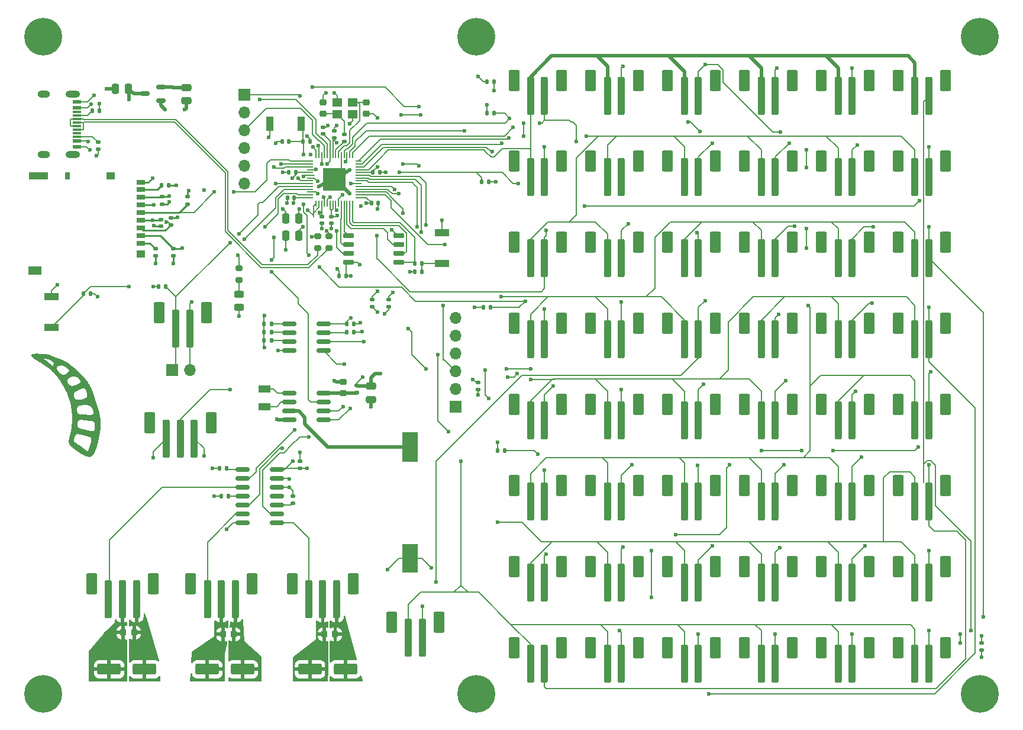
<source format=gbr>
%TF.GenerationSoftware,KiCad,Pcbnew,8.0.9-8.0.9-0~ubuntu22.04.1*%
%TF.CreationDate,2025-08-02T16:06:53-04:00*%
%TF.ProjectId,task-controller,7461736b-2d63-46f6-9e74-726f6c6c6572,rev?*%
%TF.SameCoordinates,Original*%
%TF.FileFunction,Copper,L1,Top*%
%TF.FilePolarity,Positive*%
%FSLAX46Y46*%
G04 Gerber Fmt 4.6, Leading zero omitted, Abs format (unit mm)*
G04 Created by KiCad (PCBNEW 8.0.9-8.0.9-0~ubuntu22.04.1) date 2025-08-02 16:06:53*
%MOMM*%
%LPD*%
G01*
G04 APERTURE LIST*
G04 Aperture macros list*
%AMRoundRect*
0 Rectangle with rounded corners*
0 $1 Rounding radius*
0 $2 $3 $4 $5 $6 $7 $8 $9 X,Y pos of 4 corners*
0 Add a 4 corners polygon primitive as box body*
4,1,4,$2,$3,$4,$5,$6,$7,$8,$9,$2,$3,0*
0 Add four circle primitives for the rounded corners*
1,1,$1+$1,$2,$3*
1,1,$1+$1,$4,$5*
1,1,$1+$1,$6,$7*
1,1,$1+$1,$8,$9*
0 Add four rect primitives between the rounded corners*
20,1,$1+$1,$2,$3,$4,$5,0*
20,1,$1+$1,$4,$5,$6,$7,0*
20,1,$1+$1,$6,$7,$8,$9,0*
20,1,$1+$1,$8,$9,$2,$3,0*%
G04 Aperture macros list end*
%TA.AperFunction,EtchedComponent*%
%ADD10C,0.000000*%
%TD*%
%TA.AperFunction,SMDPad,CuDef*%
%ADD11RoundRect,0.250000X0.475000X-0.250000X0.475000X0.250000X-0.475000X0.250000X-0.475000X-0.250000X0*%
%TD*%
%TA.AperFunction,SMDPad,CuDef*%
%ADD12RoundRect,0.150000X-0.825000X-0.150000X0.825000X-0.150000X0.825000X0.150000X-0.825000X0.150000X0*%
%TD*%
%TA.AperFunction,ComponentPad*%
%ADD13R,1.700000X1.700000*%
%TD*%
%TA.AperFunction,ComponentPad*%
%ADD14O,1.700000X1.700000*%
%TD*%
%TA.AperFunction,ComponentPad*%
%ADD15C,3.100000*%
%TD*%
%TA.AperFunction,ConnectorPad*%
%ADD16C,5.400000*%
%TD*%
%TA.AperFunction,SMDPad,CuDef*%
%ADD17RoundRect,0.250000X-0.250000X-2.500000X0.250000X-2.500000X0.250000X2.500000X-0.250000X2.500000X0*%
%TD*%
%TA.AperFunction,SMDPad,CuDef*%
%ADD18RoundRect,0.250000X-0.550000X-1.250000X0.550000X-1.250000X0.550000X1.250000X-0.550000X1.250000X0*%
%TD*%
%TA.AperFunction,SMDPad,CuDef*%
%ADD19RoundRect,0.135000X-0.135000X-0.185000X0.135000X-0.185000X0.135000X0.185000X-0.135000X0.185000X0*%
%TD*%
%TA.AperFunction,SMDPad,CuDef*%
%ADD20RoundRect,0.135000X-0.185000X0.135000X-0.185000X-0.135000X0.185000X-0.135000X0.185000X0.135000X0*%
%TD*%
%TA.AperFunction,SMDPad,CuDef*%
%ADD21RoundRect,0.200000X-0.275000X0.200000X-0.275000X-0.200000X0.275000X-0.200000X0.275000X0.200000X0*%
%TD*%
%TA.AperFunction,SMDPad,CuDef*%
%ADD22R,1.240000X0.600000*%
%TD*%
%TA.AperFunction,SMDPad,CuDef*%
%ADD23R,1.240000X0.300000*%
%TD*%
%TA.AperFunction,HeatsinkPad*%
%ADD24O,2.100000X1.000000*%
%TD*%
%TA.AperFunction,HeatsinkPad*%
%ADD25O,1.800000X1.000000*%
%TD*%
%TA.AperFunction,SMDPad,CuDef*%
%ADD26RoundRect,0.135000X0.135000X0.185000X-0.135000X0.185000X-0.135000X-0.185000X0.135000X-0.185000X0*%
%TD*%
%TA.AperFunction,SMDPad,CuDef*%
%ADD27RoundRect,0.150000X0.512500X0.150000X-0.512500X0.150000X-0.512500X-0.150000X0.512500X-0.150000X0*%
%TD*%
%TA.AperFunction,SMDPad,CuDef*%
%ADD28RoundRect,0.140000X-0.140000X-0.170000X0.140000X-0.170000X0.140000X0.170000X-0.140000X0.170000X0*%
%TD*%
%TA.AperFunction,SMDPad,CuDef*%
%ADD29RoundRect,0.140000X0.140000X0.170000X-0.140000X0.170000X-0.140000X-0.170000X0.140000X-0.170000X0*%
%TD*%
%TA.AperFunction,SMDPad,CuDef*%
%ADD30R,1.200000X0.700000*%
%TD*%
%TA.AperFunction,SMDPad,CuDef*%
%ADD31R,0.800000X1.000000*%
%TD*%
%TA.AperFunction,SMDPad,CuDef*%
%ADD32R,1.200000X1.000000*%
%TD*%
%TA.AperFunction,SMDPad,CuDef*%
%ADD33R,2.800000X1.000000*%
%TD*%
%TA.AperFunction,SMDPad,CuDef*%
%ADD34R,1.900000X1.300000*%
%TD*%
%TA.AperFunction,SMDPad,CuDef*%
%ADD35RoundRect,0.135000X0.185000X-0.135000X0.185000X0.135000X-0.185000X0.135000X-0.185000X-0.135000X0*%
%TD*%
%TA.AperFunction,SMDPad,CuDef*%
%ADD36RoundRect,0.250000X-1.412500X-0.550000X1.412500X-0.550000X1.412500X0.550000X-1.412500X0.550000X0*%
%TD*%
%TA.AperFunction,SMDPad,CuDef*%
%ADD37RoundRect,0.225000X0.250000X-0.225000X0.250000X0.225000X-0.250000X0.225000X-0.250000X-0.225000X0*%
%TD*%
%TA.AperFunction,SMDPad,CuDef*%
%ADD38RoundRect,0.250000X-0.250000X-0.475000X0.250000X-0.475000X0.250000X0.475000X-0.250000X0.475000X0*%
%TD*%
%TA.AperFunction,SMDPad,CuDef*%
%ADD39RoundRect,0.243750X0.456250X-0.243750X0.456250X0.243750X-0.456250X0.243750X-0.456250X-0.243750X0*%
%TD*%
%TA.AperFunction,SMDPad,CuDef*%
%ADD40RoundRect,0.140000X-0.170000X0.140000X-0.170000X-0.140000X0.170000X-0.140000X0.170000X0.140000X0*%
%TD*%
%TA.AperFunction,SMDPad,CuDef*%
%ADD41RoundRect,0.050000X0.387500X0.050000X-0.387500X0.050000X-0.387500X-0.050000X0.387500X-0.050000X0*%
%TD*%
%TA.AperFunction,SMDPad,CuDef*%
%ADD42RoundRect,0.050000X0.050000X0.387500X-0.050000X0.387500X-0.050000X-0.387500X0.050000X-0.387500X0*%
%TD*%
%TA.AperFunction,HeatsinkPad*%
%ADD43R,3.200000X3.200000*%
%TD*%
%TA.AperFunction,SMDPad,CuDef*%
%ADD44R,2.000000X1.050000*%
%TD*%
%TA.AperFunction,SMDPad,CuDef*%
%ADD45RoundRect,0.225000X-0.225000X-0.250000X0.225000X-0.250000X0.225000X0.250000X-0.225000X0.250000X0*%
%TD*%
%TA.AperFunction,SMDPad,CuDef*%
%ADD46R,1.400000X1.200000*%
%TD*%
%TA.AperFunction,SMDPad,CuDef*%
%ADD47RoundRect,0.150000X0.650000X0.150000X-0.650000X0.150000X-0.650000X-0.150000X0.650000X-0.150000X0*%
%TD*%
%TA.AperFunction,SMDPad,CuDef*%
%ADD48R,1.800000X1.000000*%
%TD*%
%TA.AperFunction,SMDPad,CuDef*%
%ADD49RoundRect,0.140000X0.170000X-0.140000X0.170000X0.140000X-0.170000X0.140000X-0.170000X-0.140000X0*%
%TD*%
%TA.AperFunction,SMDPad,CuDef*%
%ADD50RoundRect,0.225000X-0.250000X0.225000X-0.250000X-0.225000X0.250000X-0.225000X0.250000X0.225000X0*%
%TD*%
%TA.AperFunction,SMDPad,CuDef*%
%ADD51R,2.300000X4.350000*%
%TD*%
%TA.AperFunction,SMDPad,CuDef*%
%ADD52R,2.300000X4.040000*%
%TD*%
%TA.AperFunction,SMDPad,CuDef*%
%ADD53R,1.050000X2.000000*%
%TD*%
%TA.AperFunction,ViaPad*%
%ADD54C,0.600000*%
%TD*%
%TA.AperFunction,Conductor*%
%ADD55C,0.200000*%
%TD*%
%TA.AperFunction,Conductor*%
%ADD56C,0.500000*%
%TD*%
%TA.AperFunction,Conductor*%
%ADD57C,0.250000*%
%TD*%
%TA.AperFunction,Conductor*%
%ADD58C,0.203200*%
%TD*%
G04 APERTURE END LIST*
D10*
%TA.AperFunction,EtchedComponent*%
%TO.C,G1*%
G36*
X2047906Y-48373798D02*
G01*
X2087893Y-48374190D01*
X2131074Y-48374867D01*
X2177786Y-48375836D01*
X2228365Y-48377100D01*
X2283146Y-48378668D01*
X2342466Y-48380543D01*
X2406661Y-48382734D01*
X2476068Y-48385244D01*
X2551022Y-48388081D01*
X2631859Y-48391251D01*
X2718915Y-48394758D01*
X2812528Y-48398610D01*
X2887943Y-48401758D01*
X2967494Y-48405199D01*
X3040416Y-48408589D01*
X3107236Y-48411977D01*
X3168480Y-48415415D01*
X3224673Y-48418952D01*
X3276342Y-48422640D01*
X3324012Y-48426527D01*
X3368210Y-48430665D01*
X3409461Y-48435104D01*
X3448291Y-48439895D01*
X3485227Y-48445087D01*
X3520794Y-48450731D01*
X3555518Y-48456877D01*
X3589925Y-48463577D01*
X3624541Y-48470879D01*
X3635826Y-48473369D01*
X3670453Y-48481365D01*
X3704471Y-48489836D01*
X3738470Y-48498989D01*
X3773037Y-48509032D01*
X3808760Y-48520170D01*
X3846229Y-48532610D01*
X3886031Y-48546559D01*
X3928755Y-48562224D01*
X3974989Y-48579811D01*
X4025320Y-48599528D01*
X4080339Y-48621579D01*
X4140631Y-48646173D01*
X4206787Y-48673516D01*
X4213394Y-48676262D01*
X4270605Y-48700010D01*
X4323470Y-48721846D01*
X4372732Y-48742056D01*
X4419133Y-48760922D01*
X4463416Y-48778729D01*
X4506324Y-48795762D01*
X4548598Y-48812303D01*
X4590981Y-48828638D01*
X4634217Y-48845051D01*
X4679047Y-48861824D01*
X4726214Y-48879244D01*
X4776461Y-48897593D01*
X4830530Y-48917156D01*
X4889163Y-48938217D01*
X4953104Y-48961060D01*
X5020112Y-48984909D01*
X5096112Y-49011965D01*
X5165902Y-49036912D01*
X5230041Y-49059959D01*
X5289088Y-49081317D01*
X5343601Y-49101198D01*
X5394139Y-49119811D01*
X5441260Y-49137368D01*
X5485522Y-49154079D01*
X5527486Y-49170154D01*
X5567708Y-49185805D01*
X5606748Y-49201242D01*
X5645164Y-49216676D01*
X5683515Y-49232317D01*
X5722360Y-49248377D01*
X5756704Y-49262733D01*
X5866633Y-49310189D01*
X5973608Y-49359080D01*
X6078093Y-49409712D01*
X6180555Y-49462391D01*
X6281458Y-49517426D01*
X6381267Y-49575121D01*
X6480448Y-49635785D01*
X6579467Y-49699723D01*
X6678787Y-49767243D01*
X6778875Y-49838652D01*
X6880195Y-49914257D01*
X6983213Y-49994363D01*
X7088395Y-50079279D01*
X7196204Y-50169310D01*
X7307108Y-50264764D01*
X7399025Y-50345822D01*
X7432583Y-50375764D01*
X7464771Y-50404604D01*
X7495953Y-50432684D01*
X7526492Y-50460347D01*
X7556751Y-50487936D01*
X7587095Y-50515793D01*
X7617887Y-50544261D01*
X7649490Y-50573682D01*
X7682267Y-50604400D01*
X7716584Y-50636756D01*
X7752802Y-50671093D01*
X7791286Y-50707755D01*
X7832399Y-50747082D01*
X7876505Y-50789420D01*
X7923967Y-50835108D01*
X7975149Y-50884492D01*
X8030415Y-50937912D01*
X8090127Y-50995712D01*
X8143239Y-51047174D01*
X8209361Y-51111282D01*
X8270595Y-51170692D01*
X8327206Y-51225668D01*
X8379463Y-51276474D01*
X8427631Y-51323374D01*
X8471977Y-51366630D01*
X8512767Y-51406509D01*
X8550268Y-51443272D01*
X8584747Y-51477184D01*
X8616470Y-51508510D01*
X8645703Y-51537512D01*
X8672714Y-51564454D01*
X8697769Y-51589602D01*
X8721133Y-51613217D01*
X8743075Y-51635565D01*
X8763860Y-51656909D01*
X8783755Y-51677513D01*
X8803027Y-51697640D01*
X8821941Y-51717556D01*
X8840766Y-51737523D01*
X8842682Y-51739563D01*
X8932010Y-51836570D01*
X9017630Y-51933483D01*
X9099772Y-52030700D01*
X9178667Y-52128621D01*
X9254546Y-52227643D01*
X9327640Y-52328165D01*
X9398180Y-52430587D01*
X9466397Y-52535307D01*
X9532521Y-52642723D01*
X9596785Y-52753235D01*
X9659418Y-52867241D01*
X9720652Y-52985140D01*
X9780718Y-53107330D01*
X9839846Y-53234211D01*
X9898267Y-53366181D01*
X9956213Y-53503639D01*
X10013915Y-53646983D01*
X10071602Y-53796612D01*
X10129507Y-53952926D01*
X10137670Y-53975438D01*
X10157521Y-54030615D01*
X10177149Y-54085796D01*
X10196700Y-54141421D01*
X10216318Y-54197931D01*
X10236148Y-54255767D01*
X10256334Y-54315369D01*
X10277022Y-54377180D01*
X10298356Y-54441639D01*
X10320481Y-54509188D01*
X10343542Y-54580267D01*
X10367683Y-54655318D01*
X10393049Y-54734781D01*
X10419785Y-54819097D01*
X10448035Y-54908707D01*
X10477945Y-55004053D01*
X10509659Y-55105574D01*
X10528065Y-55164657D01*
X10548494Y-55230294D01*
X10566979Y-55289674D01*
X10583700Y-55343371D01*
X10598837Y-55391961D01*
X10612570Y-55436018D01*
X10625080Y-55476116D01*
X10636548Y-55512830D01*
X10647154Y-55546736D01*
X10657079Y-55578408D01*
X10666502Y-55608421D01*
X10675605Y-55637348D01*
X10684568Y-55665766D01*
X10693570Y-55694249D01*
X10702794Y-55723372D01*
X10712419Y-55753709D01*
X10722625Y-55785835D01*
X10733594Y-55820325D01*
X10745505Y-55857753D01*
X10758422Y-55898325D01*
X10779020Y-55963086D01*
X10797642Y-56021779D01*
X10814518Y-56075145D01*
X10829876Y-56123923D01*
X10843946Y-56168853D01*
X10856958Y-56210673D01*
X10869141Y-56250124D01*
X10880726Y-56287944D01*
X10891941Y-56324873D01*
X10903016Y-56361651D01*
X10914181Y-56399017D01*
X10920924Y-56421708D01*
X10966413Y-56579407D01*
X11007806Y-56732217D01*
X11045260Y-56881006D01*
X11078929Y-57026638D01*
X11108971Y-57169980D01*
X11135540Y-57311898D01*
X11158794Y-57453258D01*
X11178888Y-57594926D01*
X11195978Y-57737769D01*
X11210220Y-57882652D01*
X11221770Y-58030442D01*
X11227726Y-58125297D01*
X11228816Y-58149104D01*
X11229754Y-58179130D01*
X11230540Y-58214442D01*
X11231175Y-58254110D01*
X11231659Y-58297202D01*
X11231991Y-58342786D01*
X11232171Y-58389930D01*
X11232200Y-58437704D01*
X11232077Y-58485176D01*
X11231802Y-58531414D01*
X11231375Y-58575486D01*
X11230797Y-58616462D01*
X11230067Y-58653409D01*
X11229185Y-58685397D01*
X11228151Y-58711493D01*
X11227748Y-58719156D01*
X11223302Y-58792059D01*
X11218336Y-58863778D01*
X11212788Y-58934696D01*
X11206594Y-59005197D01*
X11199692Y-59075663D01*
X11192018Y-59146476D01*
X11183510Y-59218021D01*
X11174104Y-59290680D01*
X11163738Y-59364835D01*
X11152349Y-59440869D01*
X11139872Y-59519166D01*
X11126247Y-59600108D01*
X11111409Y-59684078D01*
X11095295Y-59771459D01*
X11077843Y-59862633D01*
X11058989Y-59957984D01*
X11038671Y-60057894D01*
X11016825Y-60162747D01*
X10993389Y-60272925D01*
X10968299Y-60388810D01*
X10941493Y-60510787D01*
X10912907Y-60639237D01*
X10908674Y-60658142D01*
X10886576Y-60756420D01*
X10865801Y-60848120D01*
X10846243Y-60933677D01*
X10827796Y-61013524D01*
X10810355Y-61088095D01*
X10793815Y-61157823D01*
X10778070Y-61223142D01*
X10763015Y-61284486D01*
X10748546Y-61342289D01*
X10734555Y-61396984D01*
X10720938Y-61449005D01*
X10707590Y-61498786D01*
X10694406Y-61546760D01*
X10682725Y-61588283D01*
X10643877Y-61720466D01*
X10604026Y-61847385D01*
X10563249Y-61968858D01*
X10521621Y-62084704D01*
X10479220Y-62194741D01*
X10436121Y-62298787D01*
X10392400Y-62396662D01*
X10348135Y-62488184D01*
X10303401Y-62573170D01*
X10258275Y-62651439D01*
X10212833Y-62722810D01*
X10194736Y-62749170D01*
X10143290Y-62817845D01*
X10090219Y-62879643D01*
X10035548Y-62934550D01*
X9979300Y-62982548D01*
X9921497Y-63023621D01*
X9862165Y-63057754D01*
X9801327Y-63084930D01*
X9739005Y-63105132D01*
X9675225Y-63118345D01*
X9654718Y-63121070D01*
X9640251Y-63122234D01*
X9620384Y-63123136D01*
X9596868Y-63123762D01*
X9571455Y-63124100D01*
X9545895Y-63124135D01*
X9521938Y-63123856D01*
X9501337Y-63123247D01*
X9486577Y-63122361D01*
X9460365Y-63119330D01*
X9428981Y-63114464D01*
X9394067Y-63108101D01*
X9357268Y-63100580D01*
X9320227Y-63092237D01*
X9284589Y-63083411D01*
X9251998Y-63074440D01*
X9248676Y-63073460D01*
X9192756Y-63055860D01*
X9135287Y-63035772D01*
X9075985Y-63013046D01*
X9014570Y-62987535D01*
X8950759Y-62959091D01*
X8884270Y-62927566D01*
X8814822Y-62892812D01*
X8742132Y-62854681D01*
X8665919Y-62813025D01*
X8585901Y-62767696D01*
X8501796Y-62718546D01*
X8413322Y-62665427D01*
X8320197Y-62608191D01*
X8222139Y-62546690D01*
X8118867Y-62480776D01*
X8114619Y-62478043D01*
X8035455Y-62426451D01*
X7952886Y-62371440D01*
X7867953Y-62313750D01*
X7781700Y-62254122D01*
X7695169Y-62193296D01*
X7609403Y-62132013D01*
X7525443Y-62071013D01*
X7444333Y-62011036D01*
X7367115Y-61952824D01*
X7294831Y-61897116D01*
X7275704Y-61882136D01*
X7195567Y-61817626D01*
X7121978Y-61755164D01*
X7054724Y-61694454D01*
X6993594Y-61635197D01*
X6938375Y-61577097D01*
X6888855Y-61519857D01*
X6844822Y-61463180D01*
X6806064Y-61406768D01*
X6772369Y-61350325D01*
X6743525Y-61293553D01*
X6719319Y-61236155D01*
X6699540Y-61177835D01*
X6683976Y-61118294D01*
X6672414Y-61057236D01*
X6668819Y-61031987D01*
X6667093Y-61013818D01*
X6665753Y-60989900D01*
X6664801Y-60961630D01*
X6664236Y-60930403D01*
X6664060Y-60897615D01*
X6664272Y-60864663D01*
X6664874Y-60832942D01*
X6665866Y-60803848D01*
X6667249Y-60778777D01*
X6668709Y-60761889D01*
X6672901Y-60725490D01*
X6674454Y-60713519D01*
X7406038Y-60713519D01*
X7409782Y-60768955D01*
X7413251Y-60793005D01*
X7423575Y-60839690D01*
X7438217Y-60882724D01*
X7457733Y-60923117D01*
X7482683Y-60961879D01*
X7513623Y-61000020D01*
X7546314Y-61033935D01*
X7564226Y-61050873D01*
X7582511Y-61067206D01*
X7601764Y-61083352D01*
X7622577Y-61099730D01*
X7645543Y-61116757D01*
X7671254Y-61134852D01*
X7700302Y-61154434D01*
X7733282Y-61175921D01*
X7770784Y-61199731D01*
X7813403Y-61226283D01*
X7855253Y-61252030D01*
X7942039Y-61305597D01*
X8023362Y-61356677D01*
X8100190Y-61405917D01*
X8173495Y-61453959D01*
X8244246Y-61501451D01*
X8313412Y-61549035D01*
X8381964Y-61597357D01*
X8450872Y-61647062D01*
X8465211Y-61657540D01*
X8505310Y-61687073D01*
X8543565Y-61715622D01*
X8580750Y-61743802D01*
X8617642Y-61772225D01*
X8655016Y-61801508D01*
X8693648Y-61832263D01*
X8734313Y-61865106D01*
X8777788Y-61900649D01*
X8824848Y-61939508D01*
X8876268Y-61982297D01*
X8892718Y-61996040D01*
X8920302Y-62019077D01*
X8947459Y-62041704D01*
X8973434Y-62063300D01*
X8997475Y-62083239D01*
X9018829Y-62100899D01*
X9036744Y-62115654D01*
X9050466Y-62126882D01*
X9057281Y-62132395D01*
X9104305Y-62169316D01*
X9146856Y-62201050D01*
X9185233Y-62227745D01*
X9219732Y-62249548D01*
X9250653Y-62266604D01*
X9278292Y-62279060D01*
X9302947Y-62287063D01*
X9324917Y-62290759D01*
X9344499Y-62290295D01*
X9361990Y-62285818D01*
X9365773Y-62284225D01*
X9382741Y-62273897D01*
X9400872Y-62258275D01*
X9418743Y-62238735D01*
X9433561Y-62218735D01*
X9443623Y-62202607D01*
X9453641Y-62184417D01*
X9463808Y-62163652D01*
X9474322Y-62139798D01*
X9485376Y-62112341D01*
X9497168Y-62080766D01*
X9509892Y-62044561D01*
X9523744Y-62003210D01*
X9538920Y-61956201D01*
X9555615Y-61903019D01*
X9563881Y-61876269D01*
X9571768Y-61850923D01*
X9581583Y-61819858D01*
X9592979Y-61784143D01*
X9605613Y-61744845D01*
X9619138Y-61703029D01*
X9633212Y-61659763D01*
X9647487Y-61616115D01*
X9661621Y-61573150D01*
X9670815Y-61545354D01*
X9695097Y-61471780D01*
X9717096Y-61404385D01*
X9736966Y-61342623D01*
X9754863Y-61285947D01*
X9770943Y-61233809D01*
X9785359Y-61185663D01*
X9798269Y-61140962D01*
X9809827Y-61099158D01*
X9820189Y-61059705D01*
X9829509Y-61022056D01*
X9837944Y-60985664D01*
X9845648Y-60949982D01*
X9852777Y-60914463D01*
X9858259Y-60885311D01*
X9868334Y-60823981D01*
X9876193Y-60762820D01*
X9881760Y-60702997D01*
X9884960Y-60645684D01*
X9885716Y-60592054D01*
X9883954Y-60543276D01*
X9881945Y-60519538D01*
X9878476Y-60493003D01*
X9873760Y-60471792D01*
X9866987Y-60454087D01*
X9857349Y-60438072D01*
X9844036Y-60421928D01*
X9833689Y-60411166D01*
X9811209Y-60390894D01*
X9784332Y-60370793D01*
X9752813Y-60350761D01*
X9716405Y-60330695D01*
X9674864Y-60310494D01*
X9627943Y-60290056D01*
X9575397Y-60269278D01*
X9516980Y-60248059D01*
X9452447Y-60226298D01*
X9381552Y-60203891D01*
X9304050Y-60180738D01*
X9222145Y-60157418D01*
X9205842Y-60152965D01*
X9183271Y-60146938D01*
X9155105Y-60139507D01*
X9122014Y-60130845D01*
X9084668Y-60121124D01*
X9043741Y-60110516D01*
X8999901Y-60099192D01*
X8953822Y-60087325D01*
X8906173Y-60075087D01*
X8857626Y-60062649D01*
X8808853Y-60050183D01*
X8760524Y-60037862D01*
X8713310Y-60025856D01*
X8667883Y-60014339D01*
X8624913Y-60003482D01*
X8585073Y-59993457D01*
X8549033Y-59984436D01*
X8517464Y-59976590D01*
X8491037Y-59970092D01*
X8486676Y-59969030D01*
X8413285Y-59951556D01*
X8346047Y-59936354D01*
X8284367Y-59923322D01*
X8227647Y-59912358D01*
X8175291Y-59903361D01*
X8126703Y-59896229D01*
X8081286Y-59890859D01*
X8038443Y-59887152D01*
X7997579Y-59885003D01*
X7992986Y-59884852D01*
X7950638Y-59884297D01*
X7913821Y-59885561D01*
X7881104Y-59888804D01*
X7851060Y-59894185D01*
X7822257Y-59901865D01*
X7812384Y-59905065D01*
X7768789Y-59923151D01*
X7727525Y-59947214D01*
X7688464Y-59977400D01*
X7651475Y-60013853D01*
X7616430Y-60056719D01*
X7583199Y-60106143D01*
X7551653Y-60162269D01*
X7521662Y-60225242D01*
X7516983Y-60236001D01*
X7487080Y-60310360D01*
X7461708Y-60383492D01*
X7440960Y-60454904D01*
X7424928Y-60524104D01*
X7413702Y-60590602D01*
X7407375Y-60653904D01*
X7406038Y-60713519D01*
X6674454Y-60713519D01*
X6677582Y-60689407D01*
X6682871Y-60653077D01*
X6688889Y-60615939D01*
X6695755Y-60577430D01*
X6703587Y-60536988D01*
X6712507Y-60494052D01*
X6722633Y-60448059D01*
X6734084Y-60398448D01*
X6746982Y-60344656D01*
X6761444Y-60286122D01*
X6777591Y-60222283D01*
X6795542Y-60152578D01*
X6810808Y-60094026D01*
X6828798Y-60024902D01*
X6845038Y-59961529D01*
X6859790Y-59902789D01*
X6873318Y-59847568D01*
X6885884Y-59794750D01*
X6897750Y-59743218D01*
X6909179Y-59691856D01*
X6920434Y-59639550D01*
X6931777Y-59585182D01*
X6939715Y-59546267D01*
X6966926Y-59405319D01*
X6992752Y-59258626D01*
X7017027Y-59107492D01*
X7039583Y-58953223D01*
X7060254Y-58797122D01*
X7078873Y-58640496D01*
X7094151Y-58495315D01*
X7879233Y-58495315D01*
X7879823Y-58529417D01*
X7881053Y-58561914D01*
X7882904Y-58591235D01*
X7885356Y-58615808D01*
X7886853Y-58626142D01*
X7898284Y-58683370D01*
X7912633Y-58734766D01*
X7930309Y-58781199D01*
X7951722Y-58823539D01*
X7977280Y-58862653D01*
X8007391Y-58899410D01*
X8023384Y-58916271D01*
X8055074Y-58945442D01*
X8090515Y-58972582D01*
X8130209Y-58997943D01*
X8174660Y-59021779D01*
X8224371Y-59044342D01*
X8279846Y-59065887D01*
X8341587Y-59086667D01*
X8392348Y-59101913D01*
X8413755Y-59107931D01*
X8435761Y-59113840D01*
X8458994Y-59119783D01*
X8484084Y-59125898D01*
X8511659Y-59132326D01*
X8542348Y-59139208D01*
X8576779Y-59146684D01*
X8615581Y-59154895D01*
X8659383Y-59163981D01*
X8708815Y-59174082D01*
X8764503Y-59185339D01*
X8778239Y-59188102D01*
X8833413Y-59199243D01*
X8884063Y-59209599D01*
X8931186Y-59219397D01*
X8975780Y-59228862D01*
X9018842Y-59238222D01*
X9061368Y-59247704D01*
X9104354Y-59257532D01*
X9148799Y-59267934D01*
X9195699Y-59279137D01*
X9246050Y-59291367D01*
X9300850Y-59304849D01*
X9361095Y-59319812D01*
X9392242Y-59327586D01*
X9452327Y-59342568D01*
X9506137Y-59355904D01*
X9554325Y-59367747D01*
X9597540Y-59378248D01*
X9636434Y-59387560D01*
X9671659Y-59395836D01*
X9703865Y-59403228D01*
X9733703Y-59409888D01*
X9761825Y-59415969D01*
X9788881Y-59421624D01*
X9815522Y-59427004D01*
X9824648Y-59428807D01*
X9878838Y-59438942D01*
X9927001Y-59446811D01*
X9969873Y-59452480D01*
X10008191Y-59456012D01*
X10042691Y-59457475D01*
X10074110Y-59456933D01*
X10103184Y-59454451D01*
X10107593Y-59453888D01*
X10145892Y-59446214D01*
X10180127Y-59433756D01*
X10210699Y-59416161D01*
X10238010Y-59393075D01*
X10262463Y-59364146D01*
X10284459Y-59329019D01*
X10304401Y-59287341D01*
X10308559Y-59277241D01*
X10325602Y-59229571D01*
X10341095Y-59175812D01*
X10354917Y-59116887D01*
X10366951Y-59053718D01*
X10377075Y-58987225D01*
X10385172Y-58918331D01*
X10391122Y-58847958D01*
X10394806Y-58777028D01*
X10396104Y-58706462D01*
X10394898Y-58637182D01*
X10394022Y-58616638D01*
X10389158Y-58541496D01*
X10382184Y-58472908D01*
X10373040Y-58410575D01*
X10361668Y-58354196D01*
X10348007Y-58303470D01*
X10331999Y-58258098D01*
X10316258Y-58223029D01*
X10306678Y-58204530D01*
X10298230Y-58190228D01*
X10289298Y-58177891D01*
X10278263Y-58165288D01*
X10263510Y-58150190D01*
X10263337Y-58150018D01*
X10237900Y-58127030D01*
X10210503Y-58107144D01*
X10179949Y-58089706D01*
X10145043Y-58074061D01*
X10104589Y-58059554D01*
X10089380Y-58054771D01*
X10066802Y-58048073D01*
X10044343Y-58041845D01*
X10021494Y-58036008D01*
X9997745Y-58030483D01*
X9972584Y-58025191D01*
X9945502Y-58020052D01*
X9915989Y-58014989D01*
X9883533Y-58009921D01*
X9847626Y-58004770D01*
X9807755Y-57999458D01*
X9763412Y-57993904D01*
X9714086Y-57988030D01*
X9659266Y-57981757D01*
X9598443Y-57975007D01*
X9531105Y-57967699D01*
X9516986Y-57966182D01*
X9449239Y-57958863D01*
X9387664Y-57952088D01*
X9331306Y-57945741D01*
X9279213Y-57939703D01*
X9230431Y-57933857D01*
X9184007Y-57928086D01*
X9138988Y-57922273D01*
X9094420Y-57916299D01*
X9049351Y-57910047D01*
X9002826Y-57903401D01*
X8976788Y-57899610D01*
X8915624Y-57890701D01*
X8860888Y-57882842D01*
X8811943Y-57875960D01*
X8768154Y-57869979D01*
X8728882Y-57864825D01*
X8693491Y-57860423D01*
X8661343Y-57856699D01*
X8631802Y-57853578D01*
X8604230Y-57850986D01*
X8577991Y-57848848D01*
X8552447Y-57847090D01*
X8526961Y-57845637D01*
X8507691Y-57844710D01*
X8435450Y-57843132D01*
X8369115Y-57845210D01*
X8308376Y-57851056D01*
X8252920Y-57860785D01*
X8202437Y-57874509D01*
X8156617Y-57892343D01*
X8115149Y-57914399D01*
X8077721Y-57940792D01*
X8044023Y-57971634D01*
X8013744Y-58007040D01*
X7996605Y-58031252D01*
X7965525Y-58084517D01*
X7938940Y-58143237D01*
X7916900Y-58207262D01*
X7899454Y-58276439D01*
X7886652Y-58350619D01*
X7883673Y-58374276D01*
X7881503Y-58399088D01*
X7880053Y-58428579D01*
X7879303Y-58461178D01*
X7879233Y-58495315D01*
X7094151Y-58495315D01*
X7095273Y-58484649D01*
X7109289Y-58330886D01*
X7120753Y-58180512D01*
X7127124Y-58078790D01*
X7135030Y-57901822D01*
X7138972Y-57721153D01*
X7138954Y-57539038D01*
X7134981Y-57357730D01*
X7127057Y-57179482D01*
X7125257Y-57148649D01*
X7118007Y-57040270D01*
X7109181Y-56928040D01*
X7098882Y-56812696D01*
X7087210Y-56694979D01*
X7074270Y-56575627D01*
X7060163Y-56455382D01*
X7044992Y-56334980D01*
X7041352Y-56307945D01*
X7844978Y-56307945D01*
X7846885Y-56386411D01*
X7852191Y-56460509D01*
X7861150Y-56532298D01*
X7874018Y-56603836D01*
X7890400Y-56674640D01*
X7906501Y-56732169D01*
X7923862Y-56783061D01*
X7942665Y-56827752D01*
X7963091Y-56866677D01*
X7982869Y-56896944D01*
X8004109Y-56922120D01*
X8029310Y-56944407D01*
X8058916Y-56964002D01*
X8093373Y-56981104D01*
X8133127Y-56995910D01*
X8178624Y-57008618D01*
X8230310Y-57019425D01*
X8275605Y-57026720D01*
X8299433Y-57030011D01*
X8323096Y-57032995D01*
X8347305Y-57035725D01*
X8372770Y-57038253D01*
X8400201Y-57040633D01*
X8430306Y-57042917D01*
X8463796Y-57045158D01*
X8501381Y-57047408D01*
X8543769Y-57049721D01*
X8591672Y-57052149D01*
X8645798Y-57054745D01*
X8663760Y-57055583D01*
X8739372Y-57059225D01*
X8809256Y-57062893D01*
X8874838Y-57066688D01*
X8937547Y-57070715D01*
X8998808Y-57075077D01*
X9060047Y-57079877D01*
X9122693Y-57085219D01*
X9188171Y-57091205D01*
X9257908Y-57097940D01*
X9282662Y-57100400D01*
X9333573Y-57105392D01*
X9383453Y-57110090D01*
X9431323Y-57114410D01*
X9476204Y-57118267D01*
X9517116Y-57121580D01*
X9553081Y-57124263D01*
X9583121Y-57126233D01*
X9588535Y-57126546D01*
X9608063Y-57127346D01*
X9632422Y-57127888D01*
X9660114Y-57128182D01*
X9689637Y-57128235D01*
X9719493Y-57128057D01*
X9748181Y-57127657D01*
X9774202Y-57127044D01*
X9796057Y-57126226D01*
X9812126Y-57125223D01*
X9871425Y-57118356D01*
X9924489Y-57108384D01*
X9971587Y-57095190D01*
X10012986Y-57078660D01*
X10048951Y-57058677D01*
X10079751Y-57035124D01*
X10105652Y-57007887D01*
X10116822Y-56992890D01*
X10135926Y-56959266D01*
X10151168Y-56920129D01*
X10162557Y-56875983D01*
X10170102Y-56827333D01*
X10173812Y-56774684D01*
X10173697Y-56718538D01*
X10169766Y-56659400D01*
X10162028Y-56597775D01*
X10150492Y-56534167D01*
X10135167Y-56469079D01*
X10116064Y-56403017D01*
X10105422Y-56370723D01*
X10085402Y-56316351D01*
X10062857Y-56262222D01*
X10038683Y-56210314D01*
X10013775Y-56162602D01*
X10001714Y-56141593D01*
X9959836Y-56077367D01*
X9913703Y-56018573D01*
X9863204Y-55965145D01*
X9808229Y-55917014D01*
X9748667Y-55874113D01*
X9684408Y-55836375D01*
X9615339Y-55803732D01*
X9541351Y-55776117D01*
X9462334Y-55753462D01*
X9378175Y-55735699D01*
X9321562Y-55726867D01*
X9245267Y-55718399D01*
X9163290Y-55712876D01*
X9076447Y-55710254D01*
X8985556Y-55710489D01*
X8891434Y-55713536D01*
X8794898Y-55719349D01*
X8696766Y-55727884D01*
X8597855Y-55739098D01*
X8498983Y-55752944D01*
X8400965Y-55769378D01*
X8343577Y-55780328D01*
X8277140Y-55794239D01*
X8217463Y-55808128D01*
X8164154Y-55822151D01*
X8116820Y-55836464D01*
X8075068Y-55851224D01*
X8038505Y-55866587D01*
X8006741Y-55882709D01*
X7979380Y-55899746D01*
X7956032Y-55917854D01*
X7936303Y-55937190D01*
X7929550Y-55945043D01*
X7907577Y-55976568D01*
X7888972Y-56013452D01*
X7873694Y-56055866D01*
X7861705Y-56103979D01*
X7852964Y-56157964D01*
X7847431Y-56217991D01*
X7845068Y-56284230D01*
X7844978Y-56307945D01*
X7041352Y-56307945D01*
X7028859Y-56215163D01*
X7011867Y-56096669D01*
X6994117Y-55980238D01*
X6975714Y-55866610D01*
X6956757Y-55756522D01*
X6937352Y-55650716D01*
X6917598Y-55549929D01*
X6897600Y-55454903D01*
X6879740Y-55376032D01*
X6862067Y-55303319D01*
X6843291Y-55231070D01*
X6823189Y-55158619D01*
X6801542Y-55085300D01*
X6778129Y-55010447D01*
X6752729Y-54933394D01*
X6725121Y-54853474D01*
X6695086Y-54770023D01*
X6662403Y-54682373D01*
X6626850Y-54589860D01*
X6588208Y-54491816D01*
X6580576Y-54472701D01*
X6508294Y-54294850D01*
X6464475Y-54190570D01*
X7387227Y-54190570D01*
X7387617Y-54250776D01*
X7391809Y-54313157D01*
X7399646Y-54376851D01*
X7410970Y-54440996D01*
X7425626Y-54504733D01*
X7443455Y-54567201D01*
X7464300Y-54627537D01*
X7488004Y-54684882D01*
X7514409Y-54738375D01*
X7543360Y-54787154D01*
X7550313Y-54797544D01*
X7581176Y-54837589D01*
X7615536Y-54872527D01*
X7653640Y-54902448D01*
X7695734Y-54927441D01*
X7742063Y-54947596D01*
X7792874Y-54963003D01*
X7848412Y-54973751D01*
X7908924Y-54979929D01*
X7974656Y-54981627D01*
X8045853Y-54978934D01*
X8048436Y-54978762D01*
X8120226Y-54972683D01*
X8194403Y-54964063D01*
X8270351Y-54953077D01*
X8347455Y-54939902D01*
X8425099Y-54924713D01*
X8502668Y-54907685D01*
X8579548Y-54888994D01*
X8655121Y-54868817D01*
X8728775Y-54847328D01*
X8799892Y-54824703D01*
X8867857Y-54801118D01*
X8932056Y-54776749D01*
X8991873Y-54751771D01*
X9046692Y-54726360D01*
X9095899Y-54700691D01*
X9138877Y-54674941D01*
X9157932Y-54662024D01*
X9194713Y-54632962D01*
X9225103Y-54602213D01*
X9249664Y-54568877D01*
X9268961Y-54532052D01*
X9283555Y-54490835D01*
X9294010Y-54444326D01*
X9294051Y-54444086D01*
X9296856Y-54422235D01*
X9298853Y-54394877D01*
X9300043Y-54363613D01*
X9300427Y-54330046D01*
X9300006Y-54295777D01*
X9298782Y-54262408D01*
X9296755Y-54231541D01*
X9293927Y-54204778D01*
X9293876Y-54204396D01*
X9283432Y-54137422D01*
X9270137Y-54069770D01*
X9254221Y-54001965D01*
X9235916Y-53934533D01*
X9215452Y-53868000D01*
X9193060Y-53802891D01*
X9168971Y-53739731D01*
X9143416Y-53679046D01*
X9116626Y-53621362D01*
X9088831Y-53567204D01*
X9060262Y-53517098D01*
X9031150Y-53471569D01*
X9001725Y-53431142D01*
X8972220Y-53396344D01*
X8942864Y-53367700D01*
X8917902Y-53348380D01*
X8893254Y-53333745D01*
X8868136Y-53323245D01*
X8841213Y-53316609D01*
X8811148Y-53313564D01*
X8776605Y-53313839D01*
X8755435Y-53315288D01*
X8717366Y-53319414D01*
X8678841Y-53325440D01*
X8639065Y-53333584D01*
X8597245Y-53344068D01*
X8552584Y-53357113D01*
X8504289Y-53372939D01*
X8451564Y-53391768D01*
X8393615Y-53413819D01*
X8376649Y-53420481D01*
X8312226Y-53446653D01*
X8243330Y-53475970D01*
X8171436Y-53507739D01*
X8098022Y-53541270D01*
X8024562Y-53575871D01*
X7952531Y-53610851D01*
X7883406Y-53645518D01*
X7818661Y-53679181D01*
X7779272Y-53700390D01*
X7719989Y-53733540D01*
X7667103Y-53764729D01*
X7620237Y-53794296D01*
X7579013Y-53822580D01*
X7543054Y-53849920D01*
X7511981Y-53876655D01*
X7485418Y-53903125D01*
X7462987Y-53929668D01*
X7444309Y-53956624D01*
X7429008Y-53984332D01*
X7416706Y-54013131D01*
X7410444Y-54031603D01*
X7398484Y-54080122D01*
X7390797Y-54133398D01*
X7387227Y-54190570D01*
X6464475Y-54190570D01*
X6436164Y-54123194D01*
X6363729Y-53956797D01*
X6290531Y-53794724D01*
X6216112Y-53636041D01*
X6140017Y-53479812D01*
X6061787Y-53325102D01*
X5980964Y-53170977D01*
X5897093Y-53016503D01*
X5809714Y-52860742D01*
X5718372Y-52702762D01*
X5697159Y-52666700D01*
X5633240Y-52559309D01*
X5571770Y-52457993D01*
X5512404Y-52362239D01*
X5454800Y-52271534D01*
X5441104Y-52250530D01*
X6469484Y-52250530D01*
X6470606Y-52277610D01*
X6472125Y-52292241D01*
X6483069Y-52349741D01*
X6500314Y-52408649D01*
X6523334Y-52468234D01*
X6551603Y-52527767D01*
X6584594Y-52586518D01*
X6621781Y-52643757D01*
X6662637Y-52698755D01*
X6706635Y-52750781D01*
X6753249Y-52799106D01*
X6801954Y-52842999D01*
X6852220Y-52881733D01*
X6903524Y-52914575D01*
X6932267Y-52930001D01*
X6970189Y-52946389D01*
X7009793Y-52958349D01*
X7051878Y-52965967D01*
X7097236Y-52969326D01*
X7146665Y-52968511D01*
X7200960Y-52963607D01*
X7222042Y-52960830D01*
X7273630Y-52952343D01*
X7330458Y-52940857D01*
X7391423Y-52926682D01*
X7455422Y-52910131D01*
X7521353Y-52891515D01*
X7588113Y-52871147D01*
X7654600Y-52849339D01*
X7719710Y-52826403D01*
X7782342Y-52802649D01*
X7785493Y-52801405D01*
X7814662Y-52789439D01*
X7847120Y-52775402D01*
X7881601Y-52759898D01*
X7916839Y-52743533D01*
X7951568Y-52726909D01*
X7984523Y-52710631D01*
X8014439Y-52695305D01*
X8040050Y-52681533D01*
X8057380Y-52671567D01*
X8106482Y-52639919D01*
X8151066Y-52606861D01*
X8190571Y-52572895D01*
X8224439Y-52538526D01*
X8252111Y-52504260D01*
X8265702Y-52483635D01*
X8279058Y-52459499D01*
X8288479Y-52437311D01*
X8294645Y-52414708D01*
X8298238Y-52389323D01*
X8299712Y-52365579D01*
X8300113Y-52344060D01*
X8299765Y-52322850D01*
X8298742Y-52304407D01*
X8297529Y-52293560D01*
X8288724Y-52254075D01*
X8274271Y-52211417D01*
X8254531Y-52166293D01*
X8229867Y-52119411D01*
X8200642Y-52071480D01*
X8167217Y-52023206D01*
X8142723Y-51991111D01*
X8125808Y-51970928D01*
X8104637Y-51947477D01*
X8080487Y-51922030D01*
X8054631Y-51895858D01*
X8028345Y-51870235D01*
X8002903Y-51846433D01*
X7979579Y-51825723D01*
X7964366Y-51813083D01*
X7897469Y-51763593D01*
X7829563Y-51721165D01*
X7760563Y-51685770D01*
X7690383Y-51657373D01*
X7618937Y-51635945D01*
X7546139Y-51621453D01*
X7471903Y-51613865D01*
X7424442Y-51612615D01*
X7357536Y-51615652D01*
X7287654Y-51624231D01*
X7215678Y-51637990D01*
X7142488Y-51656566D01*
X7068966Y-51679598D01*
X6995992Y-51706724D01*
X6924448Y-51737580D01*
X6855213Y-51771805D01*
X6789170Y-51809036D01*
X6727199Y-51848912D01*
X6670181Y-51891069D01*
X6618998Y-51935147D01*
X6603357Y-51950232D01*
X6565112Y-51991539D01*
X6533585Y-52032898D01*
X6508363Y-52074965D01*
X6489034Y-52118391D01*
X6479879Y-52146110D01*
X6475284Y-52167180D01*
X6471941Y-52193090D01*
X6469968Y-52221615D01*
X6469484Y-52250530D01*
X5441104Y-52250530D01*
X5398614Y-52185365D01*
X5343503Y-52103220D01*
X5289123Y-52024585D01*
X5235132Y-51948947D01*
X5181186Y-51875793D01*
X5126942Y-51804611D01*
X5081462Y-51746677D01*
X5026793Y-51679003D01*
X4968336Y-51608582D01*
X4906624Y-51535986D01*
X4842195Y-51461783D01*
X4775584Y-51386543D01*
X4707327Y-51310835D01*
X4637959Y-51235229D01*
X4568017Y-51160293D01*
X4498037Y-51086598D01*
X4428553Y-51014712D01*
X4360103Y-50945206D01*
X4293222Y-50878647D01*
X4228445Y-50815607D01*
X4166309Y-50756653D01*
X4107349Y-50702356D01*
X4054197Y-50655109D01*
X4024815Y-50629725D01*
X3996247Y-50605517D01*
X3967985Y-50582113D01*
X3939520Y-50559141D01*
X3910345Y-50536231D01*
X3879950Y-50513011D01*
X3847828Y-50489109D01*
X3824504Y-50472168D01*
X4928100Y-50472168D01*
X4928726Y-50483639D01*
X4931143Y-50495296D01*
X4934296Y-50505734D01*
X4943777Y-50532867D01*
X4955051Y-50562393D01*
X4967257Y-50592234D01*
X4979533Y-50620313D01*
X4991015Y-50644552D01*
X4995713Y-50653690D01*
X5021936Y-50698913D01*
X5054217Y-50747310D01*
X5092592Y-50798924D01*
X5137096Y-50853798D01*
X5187764Y-50911976D01*
X5244633Y-50973502D01*
X5307736Y-51038418D01*
X5315074Y-51045782D01*
X5374626Y-51104169D01*
X5430781Y-51156619D01*
X5483823Y-51203328D01*
X5534038Y-51244492D01*
X5581713Y-51280307D01*
X5627134Y-51310970D01*
X5670586Y-51336676D01*
X5712356Y-51357622D01*
X5752729Y-51374005D01*
X5791992Y-51386019D01*
X5820023Y-51392127D01*
X5846599Y-51395515D01*
X5877316Y-51397162D01*
X5909374Y-51397066D01*
X5939974Y-51395224D01*
X5962774Y-51392278D01*
X6003495Y-51382907D01*
X6048046Y-51368449D01*
X6095722Y-51349351D01*
X6145818Y-51326057D01*
X6197628Y-51299017D01*
X6250449Y-51268676D01*
X6303574Y-51235480D01*
X6356299Y-51199878D01*
X6407919Y-51162315D01*
X6457730Y-51123238D01*
X6505025Y-51083094D01*
X6549101Y-51042330D01*
X6589251Y-51001392D01*
X6602358Y-50986980D01*
X6624445Y-50961499D01*
X6642237Y-50939308D01*
X6656780Y-50918931D01*
X6669119Y-50898896D01*
X6680298Y-50877727D01*
X6681357Y-50875565D01*
X6687711Y-50862286D01*
X6691922Y-50852149D01*
X6694432Y-50843024D01*
X6695680Y-50832780D01*
X6696108Y-50819288D01*
X6696155Y-50804015D01*
X6696018Y-50785682D01*
X6695368Y-50772385D01*
X6693842Y-50762011D01*
X6691077Y-50752441D01*
X6686712Y-50741561D01*
X6684660Y-50736875D01*
X6671694Y-50710441D01*
X6656025Y-50684063D01*
X6637056Y-50656966D01*
X6614193Y-50628372D01*
X6586839Y-50597506D01*
X6554399Y-50563590D01*
X6542563Y-50551683D01*
X6479523Y-50492168D01*
X6410504Y-50433232D01*
X6336675Y-50375705D01*
X6259207Y-50320415D01*
X6179271Y-50268193D01*
X6098038Y-50219865D01*
X6016679Y-50176262D01*
X6002126Y-50168987D01*
X5948361Y-50143430D01*
X5898807Y-50122225D01*
X5852215Y-50105103D01*
X5807335Y-50091796D01*
X5762915Y-50082034D01*
X5717705Y-50075549D01*
X5670456Y-50072071D01*
X5619916Y-50071331D01*
X5564835Y-50073062D01*
X5557887Y-50073421D01*
X5524260Y-50075449D01*
X5486595Y-50078108D01*
X5446322Y-50081266D01*
X5404869Y-50084795D01*
X5363665Y-50088564D01*
X5324141Y-50092444D01*
X5287724Y-50096303D01*
X5255845Y-50100014D01*
X5233986Y-50102868D01*
X5200823Y-50107909D01*
X5173693Y-50113093D01*
X5151480Y-50118842D01*
X5133066Y-50125578D01*
X5117336Y-50133723D01*
X5103173Y-50143699D01*
X5089460Y-50155929D01*
X5086866Y-50158490D01*
X5070342Y-50176549D01*
X5054049Y-50197623D01*
X5037625Y-50222336D01*
X5020712Y-50251312D01*
X5002947Y-50285174D01*
X4983971Y-50324548D01*
X4963424Y-50370056D01*
X4959537Y-50378933D01*
X4947907Y-50406047D01*
X4939169Y-50427823D01*
X4933102Y-50445365D01*
X4929486Y-50459779D01*
X4928100Y-50472168D01*
X3824504Y-50472168D01*
X3813470Y-50464154D01*
X3776367Y-50437774D01*
X3736012Y-50409599D01*
X3691895Y-50379256D01*
X3643509Y-50346374D01*
X3590345Y-50310581D01*
X3531895Y-50271507D01*
X3501479Y-50251255D01*
X3461303Y-50224500D01*
X3424429Y-50199858D01*
X3390142Y-50176833D01*
X3357730Y-50154931D01*
X3326479Y-50133655D01*
X3295678Y-50112512D01*
X3264612Y-50091005D01*
X3232569Y-50068641D01*
X3198836Y-50044923D01*
X3162700Y-50019356D01*
X3123448Y-49991446D01*
X3080367Y-49960698D01*
X3032744Y-49926615D01*
X2993478Y-49898468D01*
X2959855Y-49874423D01*
X2928008Y-49851820D01*
X2897522Y-49830404D01*
X2867982Y-49809919D01*
X2838971Y-49790111D01*
X2810075Y-49770724D01*
X2780877Y-49751502D01*
X2750962Y-49732190D01*
X2719915Y-49712533D01*
X2687321Y-49692276D01*
X2652762Y-49671163D01*
X2615825Y-49648939D01*
X2576093Y-49625349D01*
X2533150Y-49600136D01*
X2486582Y-49573047D01*
X2435973Y-49543825D01*
X2380907Y-49512216D01*
X2320969Y-49477963D01*
X2255743Y-49440812D01*
X2184813Y-49400507D01*
X2161718Y-49387398D01*
X2133108Y-49371083D01*
X2103762Y-49354205D01*
X2074954Y-49337505D01*
X2047959Y-49321729D01*
X2024050Y-49307619D01*
X2004504Y-49295917D01*
X1997155Y-49291442D01*
X1926556Y-49246814D01*
X1858535Y-49201082D01*
X1792294Y-49153599D01*
X1727034Y-49103720D01*
X1675491Y-49061805D01*
X2970320Y-49061805D01*
X2970466Y-49063374D01*
X2976631Y-49067940D01*
X2988449Y-49075282D01*
X3005551Y-49085174D01*
X3027568Y-49097394D01*
X3040081Y-49104185D01*
X3094509Y-49133981D01*
X3146628Y-49163478D01*
X3196954Y-49193053D01*
X3246002Y-49223082D01*
X3294289Y-49253941D01*
X3342329Y-49286007D01*
X3390640Y-49319654D01*
X3439736Y-49355260D01*
X3490133Y-49393199D01*
X3542347Y-49433849D01*
X3596894Y-49477585D01*
X3654290Y-49524783D01*
X3715051Y-49575819D01*
X3779692Y-49631070D01*
X3848728Y-49690910D01*
X3868169Y-49707886D01*
X3925199Y-49757658D01*
X3977233Y-49802855D01*
X4024571Y-49843713D01*
X4067511Y-49880468D01*
X4106353Y-49913357D01*
X4141395Y-49942616D01*
X4172936Y-49968482D01*
X4201276Y-49991192D01*
X4226713Y-50010981D01*
X4249546Y-50028088D01*
X4270075Y-50042748D01*
X4288598Y-50055197D01*
X4305414Y-50065673D01*
X4320823Y-50074412D01*
X4335122Y-50081651D01*
X4347549Y-50087186D01*
X4362870Y-50093048D01*
X4373459Y-50095252D01*
X4380918Y-50093469D01*
X4386846Y-50087374D01*
X4392119Y-50078082D01*
X4396633Y-50068333D01*
X4403221Y-50052959D01*
X4411504Y-50032934D01*
X4421104Y-50009230D01*
X4431643Y-49982820D01*
X4442741Y-49954676D01*
X4454021Y-49925772D01*
X4465104Y-49897079D01*
X4475612Y-49869572D01*
X4485165Y-49844222D01*
X4493387Y-49822003D01*
X4499897Y-49803886D01*
X4504318Y-49790845D01*
X4505805Y-49785885D01*
X4507557Y-49766525D01*
X4503654Y-49743341D01*
X4494263Y-49716662D01*
X4479554Y-49686818D01*
X4459696Y-49654138D01*
X4434858Y-49618953D01*
X4405208Y-49581593D01*
X4395112Y-49569675D01*
X4350152Y-49521239D01*
X4300921Y-49475737D01*
X4247000Y-49432892D01*
X4187965Y-49392430D01*
X4123395Y-49354073D01*
X4052867Y-49317546D01*
X3975961Y-49282572D01*
X3923469Y-49260983D01*
X3864466Y-49238488D01*
X3805040Y-49217651D01*
X3744569Y-49198335D01*
X3682428Y-49180403D01*
X3617996Y-49163716D01*
X3550648Y-49148136D01*
X3479763Y-49133527D01*
X3404716Y-49119751D01*
X3324886Y-49106670D01*
X3239648Y-49094146D01*
X3148381Y-49082042D01*
X3070394Y-49072543D01*
X3045183Y-49069619D01*
X3021945Y-49066997D01*
X3001743Y-49064792D01*
X2985641Y-49063117D01*
X2974703Y-49062088D01*
X2970320Y-49061805D01*
X1675491Y-49061805D01*
X1661956Y-49050798D01*
X1596263Y-48994190D01*
X1529155Y-48933248D01*
X1459835Y-48867328D01*
X1401383Y-48809707D01*
X1371696Y-48779871D01*
X1346775Y-48754390D01*
X1326210Y-48732681D01*
X1309590Y-48714160D01*
X1296505Y-48698243D01*
X1286543Y-48684347D01*
X1279296Y-48671886D01*
X1274352Y-48660279D01*
X1271300Y-48648941D01*
X1269730Y-48637288D01*
X1269233Y-48624736D01*
X1269226Y-48621762D01*
X1270393Y-48601500D01*
X1274285Y-48584014D01*
X1281676Y-48567609D01*
X1293343Y-48550593D01*
X1310058Y-48531271D01*
X1311162Y-48530083D01*
X1338684Y-48504377D01*
X1371058Y-48481220D01*
X1408532Y-48460533D01*
X1451353Y-48442237D01*
X1499768Y-48426253D01*
X1554024Y-48412504D01*
X1614367Y-48400911D01*
X1681046Y-48391394D01*
X1754305Y-48383876D01*
X1776318Y-48382096D01*
X1802680Y-48380194D01*
X1829211Y-48378523D01*
X1856247Y-48377088D01*
X1884126Y-48375897D01*
X1913182Y-48374956D01*
X1943752Y-48374269D01*
X1976172Y-48373843D01*
X2010778Y-48373684D01*
X2047906Y-48373798D01*
G37*
%TD.AperFunction*%
%TD*%
D11*
%TO.P,C8,1*%
%TO.N,GND*%
X23450000Y-12200000D03*
%TO.P,C8,2*%
%TO.N,+3V3*%
X23450000Y-10300000D03*
%TD*%
D12*
%TO.P,U6,1,OSCI*%
%TO.N,Net-(U6-OSCI)*%
X38175000Y-54045000D03*
%TO.P,U6,2,OSCO*%
%TO.N,Net-(U6-OSCO)*%
X38175000Y-55315000D03*
%TO.P,U6,3,VBAT*%
%TO.N,Net-(BT1-+)*%
X38175000Y-56585000D03*
%TO.P,U6,4,VSS*%
%TO.N,GND*%
X38175000Y-57855000D03*
%TO.P,U6,5,SDA*%
%TO.N,/SDA*%
X43125000Y-57855000D03*
%TO.P,U6,6,SCL*%
%TO.N,/SCL*%
X43125000Y-56585000D03*
%TO.P,U6,7,~{INT1}/CLKOUT*%
%TO.N,/RTC_INT*%
X43125000Y-55315000D03*
%TO.P,U6,8,VDD*%
%TO.N,Net-(U6-VDD)*%
X43125000Y-54045000D03*
%TD*%
D13*
%TO.P,J6,1,Pin_1*%
%TO.N,/RTX_(NC)*%
X62000000Y-55950000D03*
D14*
%TO.P,J6,2,Pin_2*%
%TO.N,/UART_RX*%
X62000000Y-53410000D03*
%TO.P,J6,3,Pin_3*%
%TO.N,/UART_TX*%
X62000000Y-50870000D03*
%TO.P,J6,4,Pin_4*%
%TO.N,/VCC_(NC)*%
X62000000Y-48330000D03*
%TO.P,J6,5,Pin_5*%
%TO.N,/CTS_(NC)*%
X62000000Y-45790000D03*
%TO.P,J6,6,Pin_6*%
%TO.N,GND*%
X62000000Y-43250000D03*
%TD*%
D15*
%TO.P,H3,1,1*%
%TO.N,GND*%
X137000000Y-3000000D03*
D16*
X137000000Y-3000000D03*
%TD*%
D17*
%TO.P,SW49,1,1*%
%TO.N,/Button Matrix/R7*%
X55250000Y-89000000D03*
%TO.P,SW49,2,2*%
%TO.N,/Button Matrix/C7*%
X57250000Y-89000000D03*
D18*
%TO.P,SW49,MP*%
%TO.N,N/C*%
X52850000Y-86750000D03*
X59650000Y-86750000D03*
%TD*%
D19*
%TO.P,R14,1*%
%TO.N,Net-(J1-CC1)*%
X10030000Y-13650000D03*
%TO.P,R14,2*%
%TO.N,GND*%
X11050000Y-13650000D03*
%TD*%
%TO.P,R3,1*%
%TO.N,+3V3*%
X56140000Y-36650000D03*
%TO.P,R3,2*%
%TO.N,Net-(R1-Pad2)*%
X57160000Y-36650000D03*
%TD*%
D20*
%TO.P,R20,1*%
%TO.N,/SCL*%
X50050000Y-40630000D03*
%TO.P,R20,2*%
%TO.N,+3V3*%
X50050000Y-41650000D03*
%TD*%
D21*
%TO.P,R10,1*%
%TO.N,Net-(U4-GPIO4)*%
X31050000Y-36162500D03*
%TO.P,R10,2*%
%TO.N,Net-(D1-A)*%
X31050000Y-37812500D03*
%TD*%
D22*
%TO.P,J1,A1,GND*%
%TO.N,GND*%
X7850000Y-12370000D03*
%TO.P,J1,A4,VBUS*%
%TO.N,+5V*%
X7850000Y-13170000D03*
D23*
%TO.P,J1,A5,CC1*%
%TO.N,Net-(J1-CC1)*%
X7850000Y-14320000D03*
%TO.P,J1,A6,D+*%
%TO.N,/USB_D+*%
X7850000Y-15320000D03*
%TO.P,J1,A7,D-*%
%TO.N,/USB_D-*%
X7850000Y-15820000D03*
%TO.P,J1,A8,SBU1*%
%TO.N,unconnected-(J1-SBU1-PadA8)*%
X7850000Y-16820000D03*
D22*
%TO.P,J1,A9,VBUS*%
%TO.N,+5V*%
X7850000Y-17970000D03*
%TO.P,J1,A12,GND*%
%TO.N,GND*%
X7850000Y-18770000D03*
%TO.P,J1,B1,GND*%
X7850000Y-18770000D03*
%TO.P,J1,B4,VBUS*%
%TO.N,+5V*%
X7850000Y-17970000D03*
D23*
%TO.P,J1,B5,CC2*%
%TO.N,Net-(J1-CC2)*%
X7850000Y-17320000D03*
%TO.P,J1,B6,D+*%
%TO.N,/USB_D+*%
X7850000Y-16320000D03*
%TO.P,J1,B7,D-*%
%TO.N,/USB_D-*%
X7850000Y-14820000D03*
%TO.P,J1,B8,SBU2*%
%TO.N,unconnected-(J1-SBU2-PadB8)*%
X7850000Y-13820000D03*
D22*
%TO.P,J1,B9,VBUS*%
%TO.N,+5V*%
X7850000Y-13170000D03*
%TO.P,J1,B12,GND*%
%TO.N,GND*%
X7850000Y-12370000D03*
D24*
%TO.P,J1,S1,SHIELD*%
X7250000Y-11250000D03*
D25*
X3050000Y-11250000D03*
D24*
X7250000Y-19890000D03*
D25*
X3050000Y-19890000D03*
%TD*%
D26*
%TO.P,R6,1*%
%TO.N,Net-(U2B-EN)*%
X29510000Y-68750000D03*
%TO.P,R6,2*%
%TO.N,GND*%
X28490000Y-68750000D03*
%TD*%
D27*
%TO.P,U1,1,GND*%
%TO.N,GND*%
X19850000Y-12150000D03*
%TO.P,U1,2,VO*%
%TO.N,+3V3*%
X19850000Y-10250000D03*
%TO.P,U1,3,VI*%
%TO.N,+5V*%
X17575000Y-11200000D03*
%TD*%
D28*
%TO.P,C21,1*%
%TO.N,+3V3*%
X46445000Y-44085000D03*
%TO.P,C21,2*%
%TO.N,GND*%
X47405000Y-44085000D03*
%TD*%
D29*
%TO.P,C12,1*%
%TO.N,/RESET*%
X38130000Y-18050000D03*
%TO.P,C12,2*%
%TO.N,GND*%
X37170000Y-18050000D03*
%TD*%
%TO.P,C14,1*%
%TO.N,GND*%
X50930000Y-26850000D03*
%TO.P,C14,2*%
%TO.N,+3V3*%
X49970000Y-26850000D03*
%TD*%
D19*
%TO.P,R11,1*%
%TO.N,+3V3*%
X19490000Y-38750000D03*
%TO.P,R11,2*%
%TO.N,/PHOTORESISTOR*%
X20510000Y-38750000D03*
%TD*%
D20*
%TO.P,R36,1*%
%TO.N,/SPI_MOSI*%
X20050000Y-25940000D03*
%TO.P,R36,2*%
%TO.N,+3V3*%
X20050000Y-26960000D03*
%TD*%
%TO.P,R27,1*%
%TO.N,/Button Matrix/C4*%
X65250000Y-52490000D03*
%TO.P,R27,2*%
%TO.N,+3V3*%
X65250000Y-53510000D03*
%TD*%
D30*
%TO.P,J5,1,DAT2*%
%TO.N,Net-(J5-DAT2)*%
X16950000Y-32550000D03*
%TO.P,J5,2,DAT3/CD*%
%TO.N,/SD_CS*%
X16950000Y-31450000D03*
%TO.P,J5,3,CMD*%
%TO.N,/SPI_MISO*%
X16950000Y-30350000D03*
%TO.P,J5,4,VDD*%
%TO.N,+3V3*%
X16950000Y-29250000D03*
%TO.P,J5,5,CLK*%
%TO.N,/SPI_SCK*%
X16950000Y-28150000D03*
%TO.P,J5,6,VSS*%
%TO.N,GND*%
X16950000Y-27050000D03*
%TO.P,J5,7,DAT0*%
%TO.N,/SPI_MOSI*%
X16950000Y-25950000D03*
%TO.P,J5,8,DAT1*%
%TO.N,Net-(J5-DAT1)*%
X16950000Y-24850000D03*
%TO.P,J5,9,SHIELD*%
%TO.N,GND*%
X16950000Y-23900000D03*
D31*
%TO.P,J5,10*%
%TO.N,N/C*%
X6450000Y-22950000D03*
D32*
%TO.P,J5,11*%
X12650000Y-22950000D03*
D33*
X2300000Y-22950000D03*
D32*
X16950000Y-34100000D03*
D34*
X1850000Y-36450000D03*
%TD*%
D17*
%TO.P,RV1,1,1*%
%TO.N,+3V3*%
X20600000Y-60500000D03*
%TO.P,RV1,2,2*%
%TO.N,/BRIGHTNESS_POT*%
X22600000Y-60500000D03*
%TO.P,RV1,3,3*%
%TO.N,GND*%
X24600000Y-60500000D03*
D18*
%TO.P,RV1,MP*%
%TO.N,N/C*%
X18200000Y-58250000D03*
X27000000Y-58250000D03*
%TD*%
D26*
%TO.P,R28,1*%
%TO.N,/Button Matrix/C5*%
X67010000Y-41750000D03*
%TO.P,R28,2*%
%TO.N,+3V3*%
X65990000Y-41750000D03*
%TD*%
D28*
%TO.P,C7,1*%
%TO.N,GND*%
X45370000Y-37250000D03*
%TO.P,C7,2*%
%TO.N,+3V3*%
X46330000Y-37250000D03*
%TD*%
D35*
%TO.P,R31,1*%
%TO.N,Net-(U6-VDD)*%
X47900000Y-53960000D03*
%TO.P,R31,2*%
%TO.N,+3V3*%
X47900000Y-52940000D03*
%TD*%
D36*
%TO.P,C5,1*%
%TO.N,+5V*%
X41175000Y-93500000D03*
%TO.P,C5,2*%
%TO.N,GND*%
X46250000Y-93500000D03*
%TD*%
D37*
%TO.P,C22,1*%
%TO.N,Net-(U6-VDD)*%
X45900000Y-53975000D03*
%TO.P,C22,2*%
%TO.N,GND*%
X45900000Y-52425000D03*
%TD*%
D38*
%TO.P,C1,1*%
%TO.N,GND*%
X13300000Y-10450000D03*
%TO.P,C1,2*%
%TO.N,+5V*%
X15200000Y-10450000D03*
%TD*%
D21*
%TO.P,R4,1*%
%TO.N,Net-(U4-USB_DP)*%
X43850000Y-31600000D03*
%TO.P,R4,2*%
%TO.N,/USB_D+*%
X43850000Y-33250000D03*
%TD*%
D38*
%TO.P,C20,1*%
%TO.N,GND*%
X37700000Y-29050000D03*
%TO.P,C20,2*%
%TO.N,+3V3*%
X39600000Y-29050000D03*
%TD*%
D26*
%TO.P,R38,1*%
%TO.N,+3V3*%
X9750000Y-39750000D03*
%TO.P,R38,2*%
%TO.N,/BUTTON*%
X8730000Y-39750000D03*
%TD*%
D15*
%TO.P,H5,1,1*%
%TO.N,GND*%
X65000000Y-97000000D03*
D16*
X65000000Y-97000000D03*
%TD*%
D19*
%TO.P,R37,1*%
%TO.N,Net-(J5-DAT1)*%
X19940000Y-24250000D03*
%TO.P,R37,2*%
%TO.N,+3V3*%
X20960000Y-24250000D03*
%TD*%
D39*
%TO.P,D1,1,K*%
%TO.N,GND*%
X31050000Y-41725000D03*
%TO.P,D1,2,A*%
%TO.N,Net-(D1-A)*%
X31050000Y-39850000D03*
%TD*%
D40*
%TO.P,C18,1*%
%TO.N,GND*%
X44650000Y-16545000D03*
%TO.P,C18,2*%
%TO.N,+3V3*%
X44650000Y-17505000D03*
%TD*%
D12*
%TO.P,U2,1,EN*%
%TO.N,Net-(U2A-EN)*%
X31525000Y-64940000D03*
%TO.P,U2,2,D*%
%TO.N,/RGB_1*%
X31525000Y-66210000D03*
%TO.P,U2,3,O*%
%TO.N,/User Interface/RGB_1_BUF*%
X31525000Y-67480000D03*
%TO.P,U2,4,EN*%
%TO.N,Net-(U2B-EN)*%
X31525000Y-68750000D03*
%TO.P,U2,5,D*%
%TO.N,/RGB_2*%
X31525000Y-70020000D03*
%TO.P,U2,6,O*%
%TO.N,/User Interface/RGB_2_BUF*%
X31525000Y-71290000D03*
%TO.P,U2,7,GND*%
%TO.N,GND*%
X31525000Y-72560000D03*
%TO.P,U2,8,O*%
%TO.N,/User Interface/RGB_3_BUF*%
X36475000Y-72560000D03*
%TO.P,U2,9,D*%
%TO.N,/RGB_3*%
X36475000Y-71290000D03*
%TO.P,U2,10,EN*%
%TO.N,Net-(U2C-EN)*%
X36475000Y-70020000D03*
%TO.P,U2,11,O*%
%TO.N,unconnected-(U2D-O-Pad11)*%
X36475000Y-68750000D03*
%TO.P,U2,12,D*%
%TO.N,GND*%
X36475000Y-67480000D03*
%TO.P,U2,13,EN*%
%TO.N,+3V3*%
X36475000Y-66210000D03*
%TO.P,U2,14,VCC*%
%TO.N,+5V*%
X36475000Y-64940000D03*
%TD*%
D35*
%TO.P,R35,1*%
%TO.N,/SPI_SCK*%
X23650000Y-26960000D03*
%TO.P,R35,2*%
%TO.N,+3V3*%
X23650000Y-25940000D03*
%TD*%
D36*
%TO.P,C4,1*%
%TO.N,+5V*%
X26462500Y-93500000D03*
%TO.P,C4,2*%
%TO.N,GND*%
X31537500Y-93500000D03*
%TD*%
D15*
%TO.P,H6,1,1*%
%TO.N,GND*%
X137000000Y-97000000D03*
D16*
X137000000Y-97000000D03*
%TD*%
D19*
%TO.P,R16,1*%
%TO.N,GND*%
X34615000Y-44085000D03*
%TO.P,R16,2*%
%TO.N,Net-(U5-A0)*%
X35635000Y-44085000D03*
%TD*%
D41*
%TO.P,U4,1,IOVDD*%
%TO.N,+3V3*%
X48087500Y-26050000D03*
%TO.P,U4,2,GPIO0*%
%TO.N,/UART_TX*%
X48087500Y-25650000D03*
%TO.P,U4,3,GPIO1*%
%TO.N,/UART_RX*%
X48087500Y-25250000D03*
%TO.P,U4,4,GPIO2*%
%TO.N,/SDA*%
X48087500Y-24850000D03*
%TO.P,U4,5,GPIO3*%
%TO.N,/SCL*%
X48087500Y-24450000D03*
%TO.P,U4,6,GPIO4*%
%TO.N,Net-(U4-GPIO4)*%
X48087500Y-24050000D03*
%TO.P,U4,7,GPIO5*%
%TO.N,/RGB_1*%
X48087500Y-23650000D03*
%TO.P,U4,8,GPIO6*%
%TO.N,/RGB_2*%
X48087500Y-23250000D03*
%TO.P,U4,9,GPIO7*%
%TO.N,/RGB_3*%
X48087500Y-22850000D03*
%TO.P,U4,10,IOVDD*%
%TO.N,+3V3*%
X48087500Y-22450000D03*
%TO.P,U4,11,GPIO8*%
%TO.N,/Button Matrix/R1*%
X48087500Y-22050000D03*
%TO.P,U4,12,GPIO9*%
%TO.N,/Button Matrix/R2*%
X48087500Y-21650000D03*
%TO.P,U4,13,GPIO10*%
%TO.N,/Button Matrix/R3*%
X48087500Y-21250000D03*
%TO.P,U4,14,GPIO11*%
%TO.N,/Button Matrix/R4*%
X48087500Y-20850000D03*
D42*
%TO.P,U4,15,GPIO12*%
%TO.N,/Button Matrix/R5*%
X47250000Y-20012500D03*
%TO.P,U4,16,GPIO13*%
%TO.N,/Button Matrix/R6*%
X46850000Y-20012500D03*
%TO.P,U4,17,GPIO14*%
%TO.N,/Button Matrix/R7*%
X46450000Y-20012500D03*
%TO.P,U4,18,GPIO15*%
%TO.N,/Button Matrix/C1*%
X46050000Y-20012500D03*
%TO.P,U4,19,TESTEN*%
%TO.N,GND*%
X45650000Y-20012500D03*
%TO.P,U4,20,XIN*%
%TO.N,Net-(U4-XIN)*%
X45250000Y-20012500D03*
%TO.P,U4,21,XOUT*%
%TO.N,Net-(U4-XOUT)*%
X44850000Y-20012500D03*
%TO.P,U4,22,IOVDD*%
%TO.N,+3V3*%
X44450000Y-20012500D03*
%TO.P,U4,23,DVDD*%
%TO.N,+1V1*%
X44050000Y-20012500D03*
%TO.P,U4,24,SWCLK*%
%TO.N,/SWCLK*%
X43650000Y-20012500D03*
%TO.P,U4,25,SWD*%
%TO.N,/SWDIO*%
X43250000Y-20012500D03*
%TO.P,U4,26,RUN*%
%TO.N,/RESET*%
X42850000Y-20012500D03*
%TO.P,U4,27,GPIO16*%
%TO.N,/Button Matrix/C2*%
X42450000Y-20012500D03*
%TO.P,U4,28,GPIO17*%
%TO.N,/Button Matrix/C3*%
X42050000Y-20012500D03*
D41*
%TO.P,U4,29,GPIO18*%
%TO.N,/SPI_SCK*%
X41212500Y-20850000D03*
%TO.P,U4,30,GPIO19*%
%TO.N,/SPI_MOSI*%
X41212500Y-21250000D03*
%TO.P,U4,31,GPIO20*%
%TO.N,/SPI_MISO*%
X41212500Y-21650000D03*
%TO.P,U4,32,GPIO21*%
%TO.N,/Button Matrix/C4*%
X41212500Y-22050000D03*
%TO.P,U4,33,IOVDD*%
%TO.N,+3V3*%
X41212500Y-22450000D03*
%TO.P,U4,34,GPIO22*%
%TO.N,/Button Matrix/C5*%
X41212500Y-22850000D03*
%TO.P,U4,35,GPIO23*%
%TO.N,/Button Matrix/C6*%
X41212500Y-23250000D03*
%TO.P,U4,36,GPIO24*%
%TO.N,/Button Matrix/C7*%
X41212500Y-23650000D03*
%TO.P,U4,37,GPIO25*%
%TO.N,/SD_CS*%
X41212500Y-24050000D03*
%TO.P,U4,38,GPIO26_ADC0*%
%TO.N,/PHOTORESISTOR*%
X41212500Y-24450000D03*
%TO.P,U4,39,GPIO27_ADC1*%
%TO.N,/BRIGHTNESS_POT*%
X41212500Y-24850000D03*
%TO.P,U4,40,GPIO28_ADC2*%
%TO.N,/RTC_INT*%
X41212500Y-25250000D03*
%TO.P,U4,41,GPIO29_ADC3*%
%TO.N,/BUTTON*%
X41212500Y-25650000D03*
%TO.P,U4,42,IOVDD*%
%TO.N,+3V3*%
X41212500Y-26050000D03*
D42*
%TO.P,U4,43,ADC_AVDD*%
X42050000Y-26887500D03*
%TO.P,U4,44,VREG_IN*%
X42450000Y-26887500D03*
%TO.P,U4,45,VREG_VOUT*%
%TO.N,+1V1*%
X42850000Y-26887500D03*
%TO.P,U4,46,USB_DM*%
%TO.N,Net-(U4-USB_DM)*%
X43250000Y-26887500D03*
%TO.P,U4,47,USB_DP*%
%TO.N,Net-(U4-USB_DP)*%
X43650000Y-26887500D03*
%TO.P,U4,48,USB_VDD*%
%TO.N,+3V3*%
X44050000Y-26887500D03*
%TO.P,U4,49,IOVDD*%
X44450000Y-26887500D03*
%TO.P,U4,50,DVDD*%
%TO.N,+1V1*%
X44850000Y-26887500D03*
%TO.P,U4,51,QSPI_SD3*%
%TO.N,Net-(U3-IO3)*%
X45250000Y-26887500D03*
%TO.P,U4,52,QSPI_SCLK*%
%TO.N,Net-(U3-CLK)*%
X45650000Y-26887500D03*
%TO.P,U4,53,QSPI_SD0*%
%TO.N,Net-(U3-DI(IO0))*%
X46050000Y-26887500D03*
%TO.P,U4,54,QSPI_SD2*%
%TO.N,Net-(U3-IO2)*%
X46450000Y-26887500D03*
%TO.P,U4,55,QSPI_SD1*%
%TO.N,Net-(U3-DO(IO1))*%
X46850000Y-26887500D03*
%TO.P,U4,56,QSPI_SS*%
%TO.N,/QSPI_CS*%
X47250000Y-26887500D03*
D43*
%TO.P,U4,57,GND*%
%TO.N,GND*%
X44650000Y-23450000D03*
%TD*%
D36*
%TO.P,C3,1*%
%TO.N,+5V*%
X12425000Y-93500000D03*
%TO.P,C3,2*%
%TO.N,GND*%
X17500000Y-93500000D03*
%TD*%
D19*
%TO.P,R19,1*%
%TO.N,GND*%
X34615000Y-46485000D03*
%TO.P,R19,2*%
%TO.N,Net-(U5-A2)*%
X35635000Y-46485000D03*
%TD*%
D38*
%TO.P,C9,1*%
%TO.N,GND*%
X37700000Y-31450000D03*
%TO.P,C9,2*%
%TO.N,+1V1*%
X39600000Y-31450000D03*
%TD*%
D20*
%TO.P,R21,1*%
%TO.N,/SDA*%
X52450000Y-40650000D03*
%TO.P,R21,2*%
%TO.N,+3V3*%
X52450000Y-41670000D03*
%TD*%
D44*
%TO.P,SW50,1,1*%
%TO.N,Net-(R1-Pad2)*%
X60050000Y-35475000D03*
%TO.P,SW50,2,2*%
%TO.N,GND*%
X60050000Y-31025000D03*
%TD*%
D19*
%TO.P,R30,1*%
%TO.N,/Button Matrix/C7*%
X65740000Y-23750000D03*
%TO.P,R30,2*%
%TO.N,+3V3*%
X66760000Y-23750000D03*
%TD*%
D13*
%TO.P,J7,1,Pin_1*%
%TO.N,/PHOTORESISTOR*%
X21460000Y-50750000D03*
D14*
%TO.P,J7,2,Pin_2*%
%TO.N,GND*%
X24000000Y-50750000D03*
%TD*%
D35*
%TO.P,R7,1*%
%TO.N,Net-(U2C-EN)*%
X38750000Y-69760000D03*
%TO.P,R7,2*%
%TO.N,GND*%
X38750000Y-68740000D03*
%TD*%
D28*
%TO.P,C17,1*%
%TO.N,GND*%
X38170000Y-22450000D03*
%TO.P,C17,2*%
%TO.N,+3V3*%
X39130000Y-22450000D03*
%TD*%
D26*
%TO.P,R22,1*%
%TO.N,GND*%
X47435000Y-45285000D03*
%TO.P,R22,2*%
%TO.N,/EEPROM_WP*%
X46415000Y-45285000D03*
%TD*%
D45*
%TO.P,C25,1*%
%TO.N,+5V*%
X14450000Y-88250000D03*
%TO.P,C25,2*%
%TO.N,GND*%
X16000000Y-88250000D03*
%TD*%
D29*
%TO.P,C13,1*%
%TO.N,GND*%
X51155000Y-22450000D03*
%TO.P,C13,2*%
%TO.N,+3V3*%
X50195000Y-22450000D03*
%TD*%
D26*
%TO.P,R23,1*%
%TO.N,Net-(U2A-EN)*%
X29260000Y-64750000D03*
%TO.P,R23,2*%
%TO.N,GND*%
X28240000Y-64750000D03*
%TD*%
D46*
%TO.P,Y1,1,1*%
%TO.N,Net-(C6-Pad2)*%
X45050000Y-14150000D03*
%TO.P,Y1,2,2*%
%TO.N,GND*%
X47250000Y-14150000D03*
%TO.P,Y1,3,3*%
%TO.N,Net-(U4-XIN)*%
X47250000Y-12450000D03*
%TO.P,Y1,4,4*%
%TO.N,GND*%
X45050000Y-12450000D03*
%TD*%
D37*
%TO.P,C2,1*%
%TO.N,GND*%
X49250000Y-14025000D03*
%TO.P,C2,2*%
%TO.N,Net-(U4-XIN)*%
X49250000Y-12475000D03*
%TD*%
D40*
%TO.P,C10,1*%
%TO.N,GND*%
X43050000Y-16000000D03*
%TO.P,C10,2*%
%TO.N,+1V1*%
X43050000Y-16960000D03*
%TD*%
D45*
%TO.P,C26,1*%
%TO.N,+5V*%
X28725000Y-88500000D03*
%TO.P,C26,2*%
%TO.N,GND*%
X30275000Y-88500000D03*
%TD*%
D19*
%TO.P,R25,1*%
%TO.N,/Button Matrix/C2*%
X66490000Y-9500000D03*
%TO.P,R25,2*%
%TO.N,+3V3*%
X67510000Y-9500000D03*
%TD*%
D47*
%TO.P,U3,1,~{CS}*%
%TO.N,/QSPI_CS*%
X53850000Y-35320000D03*
%TO.P,U3,2,DO(IO1)*%
%TO.N,Net-(U3-DO(IO1))*%
X53850000Y-34050000D03*
%TO.P,U3,3,IO2*%
%TO.N,Net-(U3-IO2)*%
X53850000Y-32780000D03*
%TO.P,U3,4,GND*%
%TO.N,GND*%
X53850000Y-31510000D03*
%TO.P,U3,5,DI(IO0)*%
%TO.N,Net-(U3-DI(IO0))*%
X46650000Y-31510000D03*
%TO.P,U3,6,CLK*%
%TO.N,Net-(U3-CLK)*%
X46650000Y-32780000D03*
%TO.P,U3,7,IO3*%
%TO.N,Net-(U3-IO3)*%
X46650000Y-34050000D03*
%TO.P,U3,8,VCC*%
%TO.N,+3V3*%
X46650000Y-35320000D03*
%TD*%
D15*
%TO.P,H4,1,1*%
%TO.N,GND*%
X3000000Y-97000000D03*
D16*
X3000000Y-97000000D03*
%TD*%
D20*
%TO.P,R33,1*%
%TO.N,/SD_CS*%
X21650000Y-33340000D03*
%TO.P,R33,2*%
%TO.N,+3V3*%
X21650000Y-34360000D03*
%TD*%
%TO.P,R15,1*%
%TO.N,Net-(J1-CC2)*%
X10850000Y-18140000D03*
%TO.P,R15,2*%
%TO.N,GND*%
X10850000Y-19160000D03*
%TD*%
D48*
%TO.P,Y2,1,1*%
%TO.N,Net-(U6-OSCO)*%
X34650000Y-55950000D03*
%TO.P,Y2,2,2*%
%TO.N,Net-(U6-OSCI)*%
X34650000Y-53450000D03*
%TD*%
D49*
%TO.P,C11,1*%
%TO.N,GND*%
X42850000Y-29730000D03*
%TO.P,C11,2*%
%TO.N,+1V1*%
X42850000Y-28770000D03*
%TD*%
D11*
%TO.P,C23,1*%
%TO.N,GND*%
X49900000Y-54900000D03*
%TO.P,C23,2*%
%TO.N,+3V3*%
X49900000Y-53000000D03*
%TD*%
D20*
%TO.P,R29,1*%
%TO.N,/Button Matrix/C6*%
X137250000Y-89740000D03*
%TO.P,R29,2*%
%TO.N,+3V3*%
X137250000Y-90760000D03*
%TD*%
D44*
%TO.P,SW52,1,1*%
%TO.N,/BUTTON*%
X4150000Y-44650000D03*
%TO.P,SW52,2,2*%
%TO.N,GND*%
X4150000Y-40200000D03*
%TD*%
D50*
%TO.P,C6,1*%
%TO.N,GND*%
X43050000Y-12475000D03*
%TO.P,C6,2*%
%TO.N,Net-(C6-Pad2)*%
X43050000Y-14025000D03*
%TD*%
D40*
%TO.P,C24,1*%
%TO.N,+3V3*%
X19850000Y-29170000D03*
%TO.P,C24,2*%
%TO.N,GND*%
X19850000Y-30130000D03*
%TD*%
D17*
%TO.P,R12,1*%
%TO.N,/PHOTORESISTOR*%
X22000000Y-44750000D03*
%TO.P,R12,2*%
%TO.N,GND*%
X24000000Y-44750000D03*
D18*
%TO.P,R12,MP*%
%TO.N,N/C*%
X19600000Y-42500000D03*
X26400000Y-42500000D03*
%TD*%
D49*
%TO.P,C15,1*%
%TO.N,GND*%
X44250000Y-29730000D03*
%TO.P,C15,2*%
%TO.N,+3V3*%
X44250000Y-28770000D03*
%TD*%
D17*
%TO.P,J4,1,Pin_1*%
%TO.N,/User Interface/RGB_3_BUF*%
X41000000Y-83500000D03*
%TO.P,J4,2,Pin_2*%
%TO.N,+5V*%
X43000000Y-83500000D03*
%TO.P,J4,3,Pin_3*%
%TO.N,GND*%
X45000000Y-83500000D03*
D18*
%TO.P,J4,MP*%
%TO.N,N/C*%
X38600000Y-81250000D03*
X47400000Y-81250000D03*
%TD*%
D51*
%TO.P,BT1,1,+*%
%TO.N,Net-(BT1-+)*%
X55500000Y-61685000D03*
D52*
%TO.P,BT1,2,-*%
%TO.N,GND*%
X55500000Y-77650000D03*
%TD*%
D15*
%TO.P,H1,1,1*%
%TO.N,GND*%
X3000000Y-3000000D03*
D16*
X3000000Y-3000000D03*
%TD*%
D26*
%TO.P,R24,1*%
%TO.N,/Button Matrix/C1*%
X67510000Y-14000000D03*
%TO.P,R24,2*%
%TO.N,+3V3*%
X66490000Y-14000000D03*
%TD*%
D35*
%TO.P,R34,1*%
%TO.N,/SPI_MISO*%
X21250000Y-29960000D03*
%TO.P,R34,2*%
%TO.N,+3V3*%
X21250000Y-28940000D03*
%TD*%
D17*
%TO.P,J2,1,Pin_1*%
%TO.N,/User Interface/RGB_1_BUF*%
X12350000Y-83500000D03*
%TO.P,J2,2,Pin_2*%
%TO.N,+5V*%
X14350000Y-83500000D03*
%TO.P,J2,3,Pin_3*%
%TO.N,GND*%
X16350000Y-83500000D03*
D18*
%TO.P,J2,MP*%
%TO.N,N/C*%
X9950000Y-81250000D03*
X18750000Y-81250000D03*
%TD*%
D26*
%TO.P,R26,1*%
%TO.N,/Button Matrix/C3*%
X69010000Y-62250000D03*
%TO.P,R26,2*%
%TO.N,+3V3*%
X67990000Y-62250000D03*
%TD*%
D19*
%TO.P,R1,1*%
%TO.N,/QSPI_CS*%
X56140000Y-35450000D03*
%TO.P,R1,2*%
%TO.N,Net-(R1-Pad2)*%
X57160000Y-35450000D03*
%TD*%
D17*
%TO.P,J3,1,Pin_1*%
%TO.N,/User Interface/RGB_2_BUF*%
X26500000Y-83500000D03*
%TO.P,J3,2,Pin_2*%
%TO.N,+5V*%
X28500000Y-83500000D03*
%TO.P,J3,3,Pin_3*%
%TO.N,GND*%
X30500000Y-83500000D03*
D18*
%TO.P,J3,MP*%
%TO.N,N/C*%
X24100000Y-81250000D03*
X32900000Y-81250000D03*
%TD*%
D20*
%TO.P,R32,1*%
%TO.N,Net-(J5-DAT2)*%
X19050000Y-33340000D03*
%TO.P,R32,2*%
%TO.N,+3V3*%
X19050000Y-34360000D03*
%TD*%
D28*
%TO.P,C16,1*%
%TO.N,GND*%
X37970000Y-26050000D03*
%TO.P,C16,2*%
%TO.N,+3V3*%
X38930000Y-26050000D03*
%TD*%
D19*
%TO.P,R9,1*%
%TO.N,/RESET*%
X40140000Y-18050000D03*
%TO.P,R9,2*%
%TO.N,+3V3*%
X41160000Y-18050000D03*
%TD*%
D12*
%TO.P,U5,1,A0*%
%TO.N,Net-(U5-A0)*%
X38175000Y-44145000D03*
%TO.P,U5,2,A1*%
%TO.N,Net-(U5-A1)*%
X38175000Y-45415000D03*
%TO.P,U5,3,A2*%
%TO.N,Net-(U5-A2)*%
X38175000Y-46685000D03*
%TO.P,U5,4,VSS*%
%TO.N,GND*%
X38175000Y-47955000D03*
%TO.P,U5,5,SDA*%
%TO.N,/SCL*%
X43125000Y-47955000D03*
%TO.P,U5,6,SCL*%
%TO.N,/SDA*%
X43125000Y-46685000D03*
%TO.P,U5,7,WP*%
%TO.N,/EEPROM_WP*%
X43125000Y-45415000D03*
%TO.P,U5,8,VDD*%
%TO.N,+3V3*%
X43125000Y-44145000D03*
%TD*%
D49*
%TO.P,C19,1*%
%TO.N,+5V*%
X39750000Y-64730000D03*
%TO.P,C19,2*%
%TO.N,GND*%
X39750000Y-63770000D03*
%TD*%
D21*
%TO.P,R8,1*%
%TO.N,Net-(U4-USB_DM)*%
X42250000Y-31600000D03*
%TO.P,R8,2*%
%TO.N,/USB_D-*%
X42250000Y-33250000D03*
%TD*%
D19*
%TO.P,R18,1*%
%TO.N,GND*%
X34615000Y-45285000D03*
%TO.P,R18,2*%
%TO.N,Net-(U5-A1)*%
X35635000Y-45285000D03*
%TD*%
D15*
%TO.P,H2,1,1*%
%TO.N,GND*%
X65000000Y-3000000D03*
D16*
X65000000Y-3000000D03*
%TD*%
D45*
%TO.P,C27,1*%
%TO.N,+5V*%
X43225000Y-88500000D03*
%TO.P,C27,2*%
%TO.N,GND*%
X44775000Y-88500000D03*
%TD*%
D53*
%TO.P,SW51,1,1*%
%TO.N,/RESET*%
X39875000Y-15450000D03*
%TO.P,SW51,2,2*%
%TO.N,GND*%
X35425000Y-15450000D03*
%TD*%
D20*
%TO.P,R2,1*%
%TO.N,Net-(C6-Pad2)*%
X46050000Y-17030000D03*
%TO.P,R2,2*%
%TO.N,Net-(U4-XOUT)*%
X46050000Y-18050000D03*
%TD*%
D17*
%TO.P,SW13,1,1*%
%TO.N,/Button Matrix/R2*%
X72750000Y-34709000D03*
%TO.P,SW13,2,2*%
%TO.N,/Button Matrix/C6*%
X74750000Y-34709000D03*
D18*
%TO.P,SW13,MP*%
%TO.N,N/C*%
X70350000Y-32459000D03*
X77150000Y-32459000D03*
%TD*%
D17*
%TO.P,SW20,1,1*%
%TO.N,/Button Matrix/R3*%
X83750000Y-46306000D03*
%TO.P,SW20,2,2*%
%TO.N,/Button Matrix/C6*%
X85750000Y-46306000D03*
D18*
%TO.P,SW20,MP*%
%TO.N,N/C*%
X81350000Y-44056000D03*
X88150000Y-44056000D03*
%TD*%
D17*
%TO.P,SW18,1,1*%
%TO.N,/Button Matrix/R3*%
X127750000Y-34709000D03*
%TO.P,SW18,2,2*%
%TO.N,/Button Matrix/C4*%
X129750000Y-34709000D03*
D18*
%TO.P,SW18,MP*%
%TO.N,N/C*%
X125350000Y-32459000D03*
X132150000Y-32459000D03*
%TD*%
D17*
%TO.P,SW21,1,1*%
%TO.N,/Button Matrix/R3*%
X94750000Y-46306000D03*
%TO.P,SW21,2,2*%
%TO.N,/Button Matrix/C7*%
X96750000Y-46306000D03*
D18*
%TO.P,SW21,MP*%
%TO.N,N/C*%
X92350000Y-44056000D03*
X99150000Y-44056000D03*
%TD*%
D17*
%TO.P,SW23,1,1*%
%TO.N,/Button Matrix/R4*%
X116750000Y-46306000D03*
%TO.P,SW23,2,2*%
%TO.N,/Button Matrix/C2*%
X118750000Y-46306000D03*
D18*
%TO.P,SW23,MP*%
%TO.N,N/C*%
X114350000Y-44056000D03*
X121150000Y-44056000D03*
%TD*%
D17*
%TO.P,SW29,1,1*%
%TO.N,/Button Matrix/R5*%
X116750000Y-57903000D03*
%TO.P,SW29,2,2*%
%TO.N,/Button Matrix/C1*%
X118750000Y-57903000D03*
D18*
%TO.P,SW29,MP*%
%TO.N,N/C*%
X114350000Y-55653000D03*
X121150000Y-55653000D03*
%TD*%
D17*
%TO.P,SW43,1,1*%
%TO.N,/Button Matrix/R7*%
X72750000Y-92694000D03*
%TO.P,SW43,2,2*%
%TO.N,/Button Matrix/C1*%
X74750000Y-92694000D03*
D18*
%TO.P,SW43,MP*%
%TO.N,N/C*%
X70350000Y-90444000D03*
X77150000Y-90444000D03*
%TD*%
D17*
%TO.P,SW11,1,1*%
%TO.N,/Button Matrix/R2*%
X116750000Y-23112000D03*
%TO.P,SW11,2,2*%
%TO.N,/Button Matrix/C4*%
X118750000Y-23112000D03*
D18*
%TO.P,SW11,MP*%
%TO.N,N/C*%
X114350000Y-20862000D03*
X121150000Y-20862000D03*
%TD*%
D17*
%TO.P,SW45,1,1*%
%TO.N,/Button Matrix/R7*%
X94750000Y-92694000D03*
%TO.P,SW45,2,2*%
%TO.N,/Button Matrix/C3*%
X96750000Y-92694000D03*
D18*
%TO.P,SW45,MP*%
%TO.N,N/C*%
X92350000Y-90444000D03*
X99150000Y-90444000D03*
%TD*%
D17*
%TO.P,SW4,1,1*%
%TO.N,/Button Matrix/R1*%
X105750000Y-11515000D03*
%TO.P,SW4,2,2*%
%TO.N,/Button Matrix/C4*%
X107750000Y-11515000D03*
D18*
%TO.P,SW4,MP*%
%TO.N,N/C*%
X103350000Y-9265000D03*
X110150000Y-9265000D03*
%TD*%
D17*
%TO.P,SW41,1,1*%
%TO.N,/Button Matrix/R6*%
X116750000Y-81097000D03*
%TO.P,SW41,2,2*%
%TO.N,/Button Matrix/C6*%
X118750000Y-81097000D03*
D18*
%TO.P,SW41,MP*%
%TO.N,N/C*%
X114350000Y-78847000D03*
X121150000Y-78847000D03*
%TD*%
D17*
%TO.P,SW44,1,1*%
%TO.N,/Button Matrix/R7*%
X83750000Y-92694000D03*
%TO.P,SW44,2,2*%
%TO.N,/Button Matrix/C2*%
X85750000Y-92694000D03*
D18*
%TO.P,SW44,MP*%
%TO.N,N/C*%
X81350000Y-90444000D03*
X88150000Y-90444000D03*
%TD*%
D17*
%TO.P,SW48,1,1*%
%TO.N,/Button Matrix/R7*%
X127750000Y-92694000D03*
%TO.P,SW48,2,2*%
%TO.N,/Button Matrix/C6*%
X129750000Y-92694000D03*
D18*
%TO.P,SW48,MP*%
%TO.N,N/C*%
X125350000Y-90444000D03*
X132150000Y-90444000D03*
%TD*%
D17*
%TO.P,SW36,1,1*%
%TO.N,/Button Matrix/R6*%
X127750000Y-69500000D03*
%TO.P,SW36,2,2*%
%TO.N,/Button Matrix/C1*%
X129750000Y-69500000D03*
D18*
%TO.P,SW36,MP*%
%TO.N,N/C*%
X125350000Y-67250000D03*
X132150000Y-67250000D03*
%TD*%
D17*
%TO.P,SW16,1,1*%
%TO.N,/Button Matrix/R3*%
X105750000Y-34709000D03*
%TO.P,SW16,2,2*%
%TO.N,/Button Matrix/C2*%
X107750000Y-34709000D03*
D18*
%TO.P,SW16,MP*%
%TO.N,N/C*%
X103350000Y-32459000D03*
X110150000Y-32459000D03*
%TD*%
D17*
%TO.P,SW39,1,1*%
%TO.N,/Button Matrix/R6*%
X94750000Y-81097000D03*
%TO.P,SW39,2,2*%
%TO.N,/Button Matrix/C4*%
X96750000Y-81097000D03*
D18*
%TO.P,SW39,MP*%
%TO.N,N/C*%
X92350000Y-78847000D03*
X99150000Y-78847000D03*
%TD*%
D17*
%TO.P,SW42,1,1*%
%TO.N,/Button Matrix/R6*%
X127750000Y-81097000D03*
%TO.P,SW42,2,2*%
%TO.N,/Button Matrix/C7*%
X129750000Y-81097000D03*
D18*
%TO.P,SW42,MP*%
%TO.N,N/C*%
X125350000Y-78847000D03*
X132150000Y-78847000D03*
%TD*%
D17*
%TO.P,SW37,1,1*%
%TO.N,/Button Matrix/R6*%
X72750000Y-81097000D03*
%TO.P,SW37,2,2*%
%TO.N,/Button Matrix/C2*%
X74750000Y-81097000D03*
D18*
%TO.P,SW37,MP*%
%TO.N,N/C*%
X70350000Y-78847000D03*
X77150000Y-78847000D03*
%TD*%
D17*
%TO.P,SW35,1,1*%
%TO.N,/Button Matrix/R5*%
X116750000Y-69500000D03*
%TO.P,SW35,2,2*%
%TO.N,/Button Matrix/C7*%
X118750000Y-69500000D03*
D18*
%TO.P,SW35,MP*%
%TO.N,N/C*%
X114350000Y-67250000D03*
X121150000Y-67250000D03*
%TD*%
D17*
%TO.P,SW34,1,1*%
%TO.N,/Button Matrix/R5*%
X105750000Y-69500000D03*
%TO.P,SW34,2,2*%
%TO.N,/Button Matrix/C6*%
X107750000Y-69500000D03*
D18*
%TO.P,SW34,MP*%
%TO.N,N/C*%
X103350000Y-67250000D03*
X110150000Y-67250000D03*
%TD*%
D17*
%TO.P,SW9,1,1*%
%TO.N,/Button Matrix/R2*%
X94750000Y-23112000D03*
%TO.P,SW9,2,2*%
%TO.N,/Button Matrix/C2*%
X96750000Y-23112000D03*
D18*
%TO.P,SW9,MP*%
%TO.N,N/C*%
X92350000Y-20862000D03*
X99150000Y-20862000D03*
%TD*%
D17*
%TO.P,SW24,1,1*%
%TO.N,/Button Matrix/R4*%
X127750000Y-46306000D03*
%TO.P,SW24,2,2*%
%TO.N,/Button Matrix/C3*%
X129750000Y-46306000D03*
D18*
%TO.P,SW24,MP*%
%TO.N,N/C*%
X125350000Y-44056000D03*
X132150000Y-44056000D03*
%TD*%
D17*
%TO.P,SW1,1,1*%
%TO.N,/Button Matrix/R1*%
X72750000Y-11515000D03*
%TO.P,SW1,2,2*%
%TO.N,/Button Matrix/C1*%
X74750000Y-11515000D03*
D18*
%TO.P,SW1,MP*%
%TO.N,N/C*%
X70350000Y-9265000D03*
X77150000Y-9265000D03*
%TD*%
D17*
%TO.P,SW6,1,1*%
%TO.N,/Button Matrix/R1*%
X127750000Y-11515000D03*
%TO.P,SW6,2,2*%
%TO.N,/Button Matrix/C6*%
X129750000Y-11515000D03*
D18*
%TO.P,SW6,MP*%
%TO.N,N/C*%
X125350000Y-9265000D03*
X132150000Y-9265000D03*
%TD*%
D17*
%TO.P,SW26,1,1*%
%TO.N,/Button Matrix/R4*%
X83750000Y-57903000D03*
%TO.P,SW26,2,2*%
%TO.N,/Button Matrix/C5*%
X85750000Y-57903000D03*
D18*
%TO.P,SW26,MP*%
%TO.N,N/C*%
X81350000Y-55653000D03*
X88150000Y-55653000D03*
%TD*%
D17*
%TO.P,SW38,1,1*%
%TO.N,/Button Matrix/R6*%
X83750000Y-81097000D03*
%TO.P,SW38,2,2*%
%TO.N,/Button Matrix/C3*%
X85750000Y-81097000D03*
D18*
%TO.P,SW38,MP*%
%TO.N,N/C*%
X81350000Y-78847000D03*
X88150000Y-78847000D03*
%TD*%
D17*
%TO.P,SW22,1,1*%
%TO.N,/Button Matrix/R4*%
X105750000Y-46306000D03*
%TO.P,SW22,2,2*%
%TO.N,/Button Matrix/C1*%
X107750000Y-46306000D03*
D18*
%TO.P,SW22,MP*%
%TO.N,N/C*%
X103350000Y-44056000D03*
X110150000Y-44056000D03*
%TD*%
D17*
%TO.P,SW33,1,1*%
%TO.N,/Button Matrix/R5*%
X94750000Y-69500000D03*
%TO.P,SW33,2,2*%
%TO.N,/Button Matrix/C5*%
X96750000Y-69500000D03*
D18*
%TO.P,SW33,MP*%
%TO.N,N/C*%
X92350000Y-67250000D03*
X99150000Y-67250000D03*
%TD*%
D17*
%TO.P,SW10,1,1*%
%TO.N,/Button Matrix/R2*%
X105750000Y-23112000D03*
%TO.P,SW10,2,2*%
%TO.N,/Button Matrix/C3*%
X107750000Y-23112000D03*
D18*
%TO.P,SW10,MP*%
%TO.N,N/C*%
X103350000Y-20862000D03*
X110150000Y-20862000D03*
%TD*%
D17*
%TO.P,SW28,1,1*%
%TO.N,/Button Matrix/R4*%
X105750000Y-57903000D03*
%TO.P,SW28,2,2*%
%TO.N,/Button Matrix/C7*%
X107750000Y-57903000D03*
D18*
%TO.P,SW28,MP*%
%TO.N,N/C*%
X103350000Y-55653000D03*
X110150000Y-55653000D03*
%TD*%
D17*
%TO.P,SW8,1,1*%
%TO.N,/Button Matrix/R2*%
X83750000Y-23112000D03*
%TO.P,SW8,2,2*%
%TO.N,unconnected-(SW8-Pad2)*%
X85750000Y-23112000D03*
D18*
%TO.P,SW8,MP*%
%TO.N,N/C*%
X81350000Y-20862000D03*
X88150000Y-20862000D03*
%TD*%
D17*
%TO.P,SW40,1,1*%
%TO.N,/Button Matrix/R6*%
X105750000Y-81097000D03*
%TO.P,SW40,2,2*%
%TO.N,/Button Matrix/C5*%
X107750000Y-81097000D03*
D18*
%TO.P,SW40,MP*%
%TO.N,N/C*%
X103350000Y-78847000D03*
X110150000Y-78847000D03*
%TD*%
D17*
%TO.P,SW46,1,1*%
%TO.N,/Button Matrix/R7*%
X105750000Y-92694000D03*
%TO.P,SW46,2,2*%
%TO.N,/Button Matrix/C4*%
X107750000Y-92694000D03*
D18*
%TO.P,SW46,MP*%
%TO.N,N/C*%
X103350000Y-90444000D03*
X110150000Y-90444000D03*
%TD*%
D17*
%TO.P,SW5,1,1*%
%TO.N,/Button Matrix/R1*%
X116750000Y-11515000D03*
%TO.P,SW5,2,2*%
%TO.N,/Button Matrix/C5*%
X118750000Y-11515000D03*
D18*
%TO.P,SW5,MP*%
%TO.N,N/C*%
X114350000Y-9265000D03*
X121150000Y-9265000D03*
%TD*%
D17*
%TO.P,SW31,1,1*%
%TO.N,/Button Matrix/R5*%
X72750000Y-69500000D03*
%TO.P,SW31,2,2*%
%TO.N,/Button Matrix/C3*%
X74750000Y-69500000D03*
D18*
%TO.P,SW31,MP*%
%TO.N,N/C*%
X70350000Y-67250000D03*
X77150000Y-67250000D03*
%TD*%
D17*
%TO.P,SW12,1,1*%
%TO.N,/Button Matrix/R2*%
X127750000Y-23112000D03*
%TO.P,SW12,2,2*%
%TO.N,/Button Matrix/C5*%
X129750000Y-23112000D03*
D18*
%TO.P,SW12,MP*%
%TO.N,N/C*%
X125350000Y-20862000D03*
X132150000Y-20862000D03*
%TD*%
D17*
%TO.P,SW15,1,1*%
%TO.N,/Button Matrix/R3*%
X94750000Y-34709000D03*
%TO.P,SW15,2,2*%
%TO.N,/Button Matrix/C1*%
X96750000Y-34709000D03*
D18*
%TO.P,SW15,MP*%
%TO.N,N/C*%
X92350000Y-32459000D03*
X99150000Y-32459000D03*
%TD*%
D17*
%TO.P,SW7,1,1*%
%TO.N,/Button Matrix/R1*%
X72750000Y-23112000D03*
%TO.P,SW7,2,2*%
%TO.N,/Button Matrix/C7*%
X74750000Y-23112000D03*
D18*
%TO.P,SW7,MP*%
%TO.N,N/C*%
X70350000Y-20862000D03*
X77150000Y-20862000D03*
%TD*%
D17*
%TO.P,SW17,1,1*%
%TO.N,/Button Matrix/R3*%
X116750000Y-34709000D03*
%TO.P,SW17,2,2*%
%TO.N,/Button Matrix/C3*%
X118750000Y-34709000D03*
D18*
%TO.P,SW17,MP*%
%TO.N,N/C*%
X114350000Y-32459000D03*
X121150000Y-32459000D03*
%TD*%
D17*
%TO.P,SW2,1,1*%
%TO.N,/Button Matrix/R1*%
X83750000Y-11515000D03*
%TO.P,SW2,2,2*%
%TO.N,/Button Matrix/C2*%
X85750000Y-11515000D03*
D18*
%TO.P,SW2,MP*%
%TO.N,N/C*%
X81350000Y-9265000D03*
X88150000Y-9265000D03*
%TD*%
D17*
%TO.P,SW14,1,1*%
%TO.N,/Button Matrix/R2*%
X83750000Y-34709000D03*
%TO.P,SW14,2,2*%
%TO.N,/Button Matrix/C7*%
X85750000Y-34709000D03*
D18*
%TO.P,SW14,MP*%
%TO.N,N/C*%
X81350000Y-32459000D03*
X88150000Y-32459000D03*
%TD*%
D17*
%TO.P,SW3,1,1*%
%TO.N,/Button Matrix/R1*%
X94750000Y-11515000D03*
%TO.P,SW3,2,2*%
%TO.N,/Button Matrix/C3*%
X96750000Y-11515000D03*
D18*
%TO.P,SW3,MP*%
%TO.N,N/C*%
X92350000Y-9265000D03*
X99150000Y-9265000D03*
%TD*%
D17*
%TO.P,SW30,1,1*%
%TO.N,/Button Matrix/R5*%
X127750000Y-57903000D03*
%TO.P,SW30,2,2*%
%TO.N,/Button Matrix/C2*%
X129750000Y-57903000D03*
D18*
%TO.P,SW30,MP*%
%TO.N,N/C*%
X125350000Y-55653000D03*
X132150000Y-55653000D03*
%TD*%
D17*
%TO.P,SW19,1,1*%
%TO.N,/Button Matrix/R3*%
X72750000Y-46306000D03*
%TO.P,SW19,2,2*%
%TO.N,/Button Matrix/C5*%
X74750000Y-46306000D03*
D18*
%TO.P,SW19,MP*%
%TO.N,N/C*%
X70350000Y-44056000D03*
X77150000Y-44056000D03*
%TD*%
D17*
%TO.P,SW47,1,1*%
%TO.N,/Button Matrix/R7*%
X116750000Y-92694000D03*
%TO.P,SW47,2,2*%
%TO.N,/Button Matrix/C5*%
X118750000Y-92694000D03*
D18*
%TO.P,SW47,MP*%
%TO.N,N/C*%
X114350000Y-90444000D03*
X121150000Y-90444000D03*
%TD*%
D17*
%TO.P,SW25,1,1*%
%TO.N,/Button Matrix/R4*%
X72750000Y-57903000D03*
%TO.P,SW25,2,2*%
%TO.N,/Button Matrix/C4*%
X74750000Y-57903000D03*
D18*
%TO.P,SW25,MP*%
%TO.N,N/C*%
X70350000Y-55653000D03*
X77150000Y-55653000D03*
%TD*%
D17*
%TO.P,SW27,1,1*%
%TO.N,/Button Matrix/R4*%
X94750000Y-57903000D03*
%TO.P,SW27,2,2*%
%TO.N,/Button Matrix/C6*%
X96750000Y-57903000D03*
D18*
%TO.P,SW27,MP*%
%TO.N,N/C*%
X92350000Y-55653000D03*
X99150000Y-55653000D03*
%TD*%
D17*
%TO.P,SW32,1,1*%
%TO.N,/Button Matrix/R5*%
X83750000Y-69500000D03*
%TO.P,SW32,2,2*%
%TO.N,/Button Matrix/C4*%
X85750000Y-69500000D03*
D18*
%TO.P,SW32,MP*%
%TO.N,N/C*%
X81350000Y-67250000D03*
X88150000Y-67250000D03*
%TD*%
D13*
%TO.P,J8,1,Pin_1*%
%TO.N,/RESET*%
X31750000Y-11340000D03*
D14*
%TO.P,J8,2,Pin_2*%
%TO.N,+3V3*%
X31750000Y-13880000D03*
%TO.P,J8,3,Pin_3*%
%TO.N,/SWDIO*%
X31750000Y-16420000D03*
%TO.P,J8,4,Pin_4*%
%TO.N,/SWCLK*%
X31750000Y-18960000D03*
%TO.P,J8,5,Pin_5*%
%TO.N,unconnected-(J8-Pin_5-Pad5)*%
X31750000Y-21500000D03*
%TO.P,J8,6,Pin_6*%
%TO.N,GND*%
X31750000Y-24040000D03*
%TD*%
D54*
%TO.N,/Button Matrix/R5*%
X112500000Y-41500000D03*
X112250000Y-30500000D03*
X112250000Y-21750000D03*
X112250000Y-19250000D03*
X112250000Y-33250000D03*
%TO.N,/SPI_MISO*%
X26000000Y-25000000D03*
%TO.N,/Button Matrix/C2*%
X95250000Y-15250000D03*
X97000000Y-16600000D03*
%TO.N,/Button Matrix/C3*%
X108500000Y-16650000D03*
%TO.N,/Button Matrix/C1*%
X74000000Y-15400000D03*
X79250000Y-18000000D03*
%TO.N,/Button Matrix/R2*%
X71750000Y-15400000D03*
X71750000Y-17250000D03*
%TO.N,GND*%
X26000000Y-63000000D03*
X34650000Y-42950000D03*
X18850000Y-30050000D03*
X46850000Y-15450000D03*
X35250000Y-17450000D03*
X31500000Y-90500000D03*
X45050000Y-36250000D03*
X37750000Y-33500000D03*
X42450000Y-24500000D03*
X18850000Y-27050000D03*
X27500000Y-68750000D03*
X43750000Y-15750000D03*
X45750000Y-91250000D03*
X24250000Y-41000000D03*
X58500000Y-79000000D03*
X31000000Y-43000000D03*
X37250000Y-22450000D03*
X38250000Y-67500000D03*
X10650000Y-20050000D03*
X36650000Y-47950000D03*
X44750000Y-90250000D03*
X45750000Y-90250000D03*
X44650000Y-52200000D03*
X45000000Y-91250000D03*
X44650000Y-11050000D03*
X16000000Y-90250000D03*
X16250000Y-91250000D03*
X52250000Y-79250000D03*
X34650000Y-47450000D03*
X10250000Y-11450000D03*
X5000000Y-38500000D03*
X48400000Y-43950000D03*
X46850000Y-22050000D03*
X16750000Y-90250000D03*
X20450000Y-13450000D03*
X32500000Y-91250000D03*
X18650000Y-23250000D03*
X49900000Y-55950000D03*
X60050000Y-29250000D03*
X39750000Y-62500000D03*
X17500000Y-90250000D03*
X36400000Y-57700000D03*
X30500000Y-91500000D03*
X46750000Y-91250000D03*
X44500000Y-91750000D03*
X37850000Y-26850000D03*
X30000000Y-90500000D03*
X27250000Y-64750000D03*
X48650000Y-45200000D03*
X52850000Y-30650000D03*
X36250000Y-18250000D03*
X44250000Y-30450000D03*
X17000000Y-91250000D03*
X23250000Y-13450000D03*
X31500000Y-91500000D03*
X9650000Y-19250000D03*
X37250000Y-27650000D03*
X46850000Y-25450000D03*
X50850000Y-27650000D03*
X52050000Y-22450000D03*
X12050000Y-10450000D03*
X46500000Y-90250000D03*
X42850000Y-30450000D03*
X45000000Y-15750000D03*
X17750000Y-91000000D03*
X50850000Y-14650000D03*
X11050000Y-12650000D03*
X30750000Y-90500000D03*
X29250000Y-73500000D03*
X43450000Y-11050000D03*
%TO.N,/RESET*%
X42850000Y-21250000D03*
X39750000Y-11500000D03*
X40250000Y-19900000D03*
%TO.N,+1V1*%
X45015422Y-27850745D03*
X43650000Y-21250000D03*
X40150000Y-30250000D03*
X42556740Y-28191787D03*
%TO.N,+5V*%
X9874265Y-12674265D03*
X13250000Y-91500000D03*
X40750000Y-64750000D03*
X12250000Y-90500000D03*
X42000000Y-89750000D03*
X12000000Y-91500000D03*
X15250000Y-12050000D03*
X42750000Y-91250000D03*
X13000000Y-90750000D03*
X14500000Y-90750000D03*
X28250000Y-91250000D03*
X27500000Y-90250000D03*
X41000000Y-91250000D03*
X11000000Y-91500000D03*
X14500000Y-89750000D03*
X28500000Y-90250000D03*
X26250000Y-91250000D03*
X11250000Y-90750000D03*
X14500000Y-91500000D03*
X42750000Y-90500000D03*
X38750000Y-63750000D03*
X41750000Y-91500000D03*
X25250000Y-91250000D03*
X40250000Y-91250000D03*
X13500000Y-89750000D03*
X11500000Y-89750000D03*
X12500000Y-89750000D03*
X26750000Y-90250000D03*
X9450000Y-18050000D03*
X27250000Y-91250000D03*
X26000000Y-90250000D03*
X41750000Y-90500000D03*
%TO.N,/PHOTORESISTOR*%
X31000000Y-31250000D03*
X29750000Y-32500000D03*
%TO.N,/BUTTON*%
X15250000Y-38750000D03*
X34750000Y-30250000D03*
%TO.N,/SD_CS*%
X36250000Y-24050000D03*
X22850000Y-33250000D03*
%TO.N,/SPI_SCK*%
X30250000Y-25225000D03*
X27500000Y-25225000D03*
%TO.N,/SCL*%
X53250000Y-24850000D03*
X46050000Y-49850000D03*
X45900000Y-55950000D03*
X50850000Y-39450000D03*
%TO.N,/SDA*%
X46900000Y-56200000D03*
X53850000Y-25515642D03*
X48850000Y-46650000D03*
X53050000Y-39650000D03*
%TO.N,/SPI_MISO*%
X20622342Y-29533923D03*
X36026328Y-21635089D03*
%TO.N,/SPI_MOSI*%
X37050000Y-21250000D03*
X21050000Y-25850000D03*
%TO.N,/UART_TX*%
X60500000Y-32750000D03*
X60250000Y-41450000D03*
%TO.N,/UART_RX*%
X55250000Y-44750000D03*
X57750000Y-50500000D03*
X54500000Y-28250000D03*
%TO.N,Net-(U4-USB_DP)*%
X43550001Y-30837301D03*
X44069951Y-25950000D03*
%TO.N,Net-(U4-USB_DM)*%
X43156740Y-26012033D03*
X41450000Y-31650000D03*
%TO.N,Net-(U4-GPIO4)*%
X47050000Y-24050000D03*
X30850000Y-34250000D03*
%TO.N,/Button Matrix/C1*%
X96528765Y-31028765D03*
X108250000Y-42750000D03*
X69750000Y-14750000D03*
X129750000Y-64250000D03*
X119250000Y-53750000D03*
%TO.N,/Button Matrix/C2*%
X85500000Y-88000000D03*
X105750000Y-62250000D03*
X116000000Y-62250000D03*
X57000000Y-14250000D03*
X65250000Y-8750000D03*
X98750000Y-18250000D03*
X93500000Y-74250000D03*
X121625000Y-41125000D03*
X128250000Y-61750000D03*
X101250000Y-64250000D03*
X86000000Y-7250000D03*
X90000000Y-76500000D03*
X130000000Y-51000000D03*
X110500000Y-30100000D03*
X75000000Y-77000000D03*
X54250000Y-14250000D03*
X90000000Y-83250000D03*
X111500000Y-62250000D03*
X42362859Y-18590317D03*
%TO.N,/Button Matrix/C3*%
X109750000Y-18250000D03*
X97750000Y-7000000D03*
X74750000Y-65000000D03*
X41500000Y-10250000D03*
X129750000Y-41750000D03*
X98250000Y-97000000D03*
X73750000Y-62750000D03*
X56750000Y-13000000D03*
X41590606Y-18799185D03*
X96750000Y-88500000D03*
X86000000Y-76000000D03*
X121750000Y-30250000D03*
%TO.N,/Button Matrix/C4*%
X107750000Y-88500000D03*
X64500000Y-52035714D03*
X70850000Y-51250000D03*
X98750000Y-75850000D03*
X69500000Y-51750000D03*
X87250000Y-64250000D03*
X42039527Y-22031353D03*
X119500000Y-18500000D03*
X108000000Y-7500000D03*
X76000000Y-53000000D03*
X137500000Y-86000000D03*
X129750000Y-30250000D03*
X41250000Y-19900000D03*
%TO.N,/Button Matrix/C5*%
X72000000Y-40850000D03*
X118750000Y-7500000D03*
X118750000Y-88500000D03*
X129750000Y-18750000D03*
X74750000Y-42000000D03*
X41000000Y-34250000D03*
X85750000Y-53500000D03*
X128350000Y-26501472D03*
X42500000Y-36000000D03*
X40250000Y-23050000D03*
X108375000Y-76125000D03*
X96625000Y-64375000D03*
X40250000Y-27000000D03*
X80500000Y-27250000D03*
%TO.N,/Button Matrix/C6*%
X48500000Y-27250000D03*
X120625000Y-75875000D03*
X50750000Y-31500000D03*
X97500000Y-52750000D03*
X129750000Y-88000000D03*
X75000000Y-30750000D03*
X135750000Y-88000000D03*
X134250000Y-89750000D03*
X137250000Y-88750000D03*
X109000000Y-64250000D03*
X42243503Y-23727108D03*
X85750000Y-41000000D03*
X134250000Y-88500000D03*
%TO.N,/Button Matrix/C7*%
X39480329Y-23268198D03*
X54000000Y-22450000D03*
X120107842Y-63142158D03*
X71000000Y-24000000D03*
X129750000Y-76500000D03*
X57250000Y-84500000D03*
X109232842Y-52267158D03*
X59250000Y-81000000D03*
X74750000Y-18750000D03*
X97732842Y-40767158D03*
X86732842Y-29767158D03*
%TO.N,/Button Matrix/R2*%
X67250000Y-19450000D03*
X80750000Y-17250000D03*
%TO.N,/Button Matrix/R3*%
X68500000Y-40250000D03*
X68650000Y-18250000D03*
%TO.N,/Button Matrix/R4*%
X72750000Y-52100000D03*
X69250000Y-50500000D03*
X69650000Y-17500000D03*
X72750000Y-50500000D03*
%TO.N,+3V3*%
X18650000Y-29250000D03*
X67750000Y-23750000D03*
X40850000Y-27850000D03*
X65250000Y-54250000D03*
X64750000Y-41750000D03*
X55450000Y-36650000D03*
X19050000Y-35450000D03*
X38850000Y-26850000D03*
X68000000Y-61000000D03*
X40750000Y-17250000D03*
X21450000Y-10250000D03*
X38250000Y-66250000D03*
X45025735Y-18225735D03*
X38650000Y-23250000D03*
X50850000Y-42450000D03*
X48250000Y-35650000D03*
X18750000Y-38750000D03*
X48750000Y-51750000D03*
X47050000Y-37250000D03*
X51850000Y-42650000D03*
X49250000Y-26850000D03*
X18750000Y-63250000D03*
X66500000Y-12750000D03*
X21650000Y-35450000D03*
X21050000Y-26650000D03*
X10750000Y-40250000D03*
X67500000Y-10750000D03*
X51250000Y-51250000D03*
X23850000Y-25050000D03*
X50829636Y-21665518D03*
X22250000Y-28850000D03*
X39650000Y-27650000D03*
X47000000Y-43250000D03*
X22050000Y-24250000D03*
X137250000Y-91750000D03*
X45050000Y-28650000D03*
%TO.N,/Button Matrix/R5*%
X70250000Y-16000000D03*
%TO.N,/Button Matrix/R6*%
X66250000Y-50750000D03*
X66750000Y-54750000D03*
X68000000Y-72500000D03*
X63250000Y-16500000D03*
%TO.N,/Button Matrix/R7*%
X61000000Y-59500000D03*
X59500000Y-48500000D03*
X54500000Y-21250000D03*
X46268601Y-20924354D03*
X62750000Y-63750000D03*
X56750000Y-21500000D03*
%TO.N,/RGB_3*%
X57750000Y-30000000D03*
X41000000Y-60250000D03*
%TO.N,/RGB_2*%
X57100000Y-31000000D03*
X37174265Y-61924265D03*
%TO.N,/RGB_1*%
X39000000Y-59250000D03*
X56500000Y-30250000D03*
%TO.N,Net-(U3-IO3)*%
X44950000Y-30850000D03*
X45850000Y-25650000D03*
%TO.N,/RTC_INT*%
X35650000Y-36654800D03*
X35650000Y-34950000D03*
X36000000Y-31750000D03*
X42250000Y-25500000D03*
%TO.N,/BRIGHTNESS_POT*%
X31750000Y-32000000D03*
X29750000Y-53500000D03*
%TO.N,/SWCLK*%
X34000000Y-12000000D03*
%TD*%
D55*
%TO.N,/Button Matrix/R5*%
X112750000Y-53000000D02*
X112750000Y-41750000D01*
X112750000Y-41750000D02*
X112500000Y-41500000D01*
X112250000Y-33250000D02*
X112250000Y-30500000D01*
X112250000Y-21750000D02*
X112250000Y-19250000D01*
%TO.N,/Button Matrix/C2*%
X95650000Y-15250000D02*
X95250000Y-15250000D01*
X97000000Y-16600000D02*
X95650000Y-15250000D01*
%TO.N,/Button Matrix/C3*%
X108500000Y-16650000D02*
X107350256Y-16650000D01*
X107350256Y-16650000D02*
X100250000Y-9549744D01*
X99500000Y-7000000D02*
X97750000Y-7000000D01*
X100250000Y-9549744D02*
X100250000Y-7750000D01*
X100250000Y-7750000D02*
X99500000Y-7000000D01*
%TO.N,/Button Matrix/C1*%
X74350000Y-15400000D02*
X74000000Y-15400000D01*
X74750000Y-15000000D02*
X74350000Y-15400000D01*
X79250000Y-15750000D02*
X78750000Y-15250000D01*
X79250000Y-18000000D02*
X79250000Y-15750000D01*
X78500000Y-15250000D02*
X78250000Y-15000000D01*
X78750000Y-15250000D02*
X78500000Y-15250000D01*
X78250000Y-15000000D02*
X74750000Y-15000000D01*
%TO.N,/Button Matrix/R2*%
X71750000Y-17250000D02*
X71750000Y-15400000D01*
%TO.N,GND*%
X55500000Y-77650000D02*
X57150000Y-77650000D01*
X31050000Y-42950000D02*
X31000000Y-43000000D01*
X37700000Y-31450000D02*
X37700000Y-33450000D01*
X38750000Y-68000000D02*
X38250000Y-67500000D01*
X49250000Y-14025000D02*
X50225000Y-14025000D01*
X11050000Y-13650000D02*
X11050000Y-12650000D01*
X53850000Y-31510000D02*
X53710000Y-31510000D01*
X37700000Y-33450000D02*
X37750000Y-33500000D01*
X10850000Y-19850000D02*
X10650000Y-20050000D01*
D56*
X42450000Y-24500000D02*
X44250000Y-23450000D01*
X44250000Y-23450000D02*
X44650000Y-23450000D01*
X45900000Y-52425000D02*
X44875000Y-52425000D01*
D55*
X47250000Y-15050000D02*
X46850000Y-15450000D01*
X45650000Y-20012500D02*
X45650000Y-22450000D01*
X30190000Y-72560000D02*
X29250000Y-73500000D01*
X36475000Y-67480000D02*
X38230000Y-67480000D01*
X53850000Y-77650000D02*
X52250000Y-79250000D01*
D56*
X44650000Y-23450000D02*
X44850000Y-23450000D01*
D55*
X24000000Y-50750000D02*
X24000000Y-44750000D01*
X7850000Y-18770000D02*
X9170000Y-18770000D01*
X39750000Y-63770000D02*
X39750000Y-62500000D01*
D57*
X16950000Y-27050000D02*
X18850000Y-27050000D01*
D55*
X44650000Y-16545000D02*
X44650000Y-16100000D01*
D57*
X16950000Y-23900000D02*
X18000000Y-23900000D01*
D55*
X43050000Y-12475000D02*
X43050000Y-11450000D01*
D56*
X19850000Y-12150000D02*
X19850000Y-12850000D01*
D55*
X53710000Y-31510000D02*
X52850000Y-30650000D01*
X47435000Y-45285000D02*
X48565000Y-45285000D01*
X44650000Y-16100000D02*
X45000000Y-15750000D01*
X36450000Y-18050000D02*
X36250000Y-18250000D01*
X36655000Y-47955000D02*
X36650000Y-47950000D01*
X43050000Y-16000000D02*
X43500000Y-16000000D01*
X10850000Y-19160000D02*
X10850000Y-19850000D01*
X57150000Y-77650000D02*
X58500000Y-79000000D01*
X37970000Y-26730000D02*
X37850000Y-26850000D01*
X45650000Y-22450000D02*
X44650000Y-23450000D01*
D56*
X19850000Y-12850000D02*
X20450000Y-13450000D01*
D55*
X28240000Y-64750000D02*
X27250000Y-64750000D01*
X37170000Y-18050000D02*
X36450000Y-18050000D01*
X43050000Y-11450000D02*
X43450000Y-11050000D01*
X47405000Y-44085000D02*
X48265000Y-44085000D01*
X34615000Y-42985000D02*
X34650000Y-42950000D01*
X42850000Y-29730000D02*
X42850000Y-30450000D01*
X36555000Y-57855000D02*
X36400000Y-57700000D01*
X48565000Y-45285000D02*
X48650000Y-45200000D01*
D57*
X18930000Y-30130000D02*
X18850000Y-30050000D01*
D55*
X9170000Y-18770000D02*
X9650000Y-19250000D01*
X38230000Y-67480000D02*
X38250000Y-67500000D01*
D56*
X49900000Y-54900000D02*
X49900000Y-55950000D01*
D55*
X34615000Y-46485000D02*
X34615000Y-47415000D01*
X24000000Y-44750000D02*
X24000000Y-41250000D01*
X60050000Y-31025000D02*
X60050000Y-29250000D01*
X43500000Y-16000000D02*
X43750000Y-15750000D01*
X47250000Y-14150000D02*
X47250000Y-15050000D01*
X50225000Y-14025000D02*
X50850000Y-14650000D01*
D56*
X23450000Y-13250000D02*
X23250000Y-13450000D01*
D55*
X38170000Y-22450000D02*
X37250000Y-22450000D01*
D57*
X18000000Y-23900000D02*
X18650000Y-23250000D01*
D55*
X26000000Y-61900000D02*
X26000000Y-63000000D01*
X50930000Y-26850000D02*
X50930000Y-27570000D01*
D56*
X13300000Y-10450000D02*
X12050000Y-10450000D01*
D55*
X48265000Y-44085000D02*
X48400000Y-43950000D01*
X37970000Y-26050000D02*
X37970000Y-26730000D01*
X44250000Y-29730000D02*
X44250000Y-30450000D01*
X4150000Y-39350000D02*
X5000000Y-38500000D01*
X31050000Y-41725000D02*
X31050000Y-42950000D01*
X50930000Y-27570000D02*
X50850000Y-27650000D01*
X35425000Y-17275000D02*
X35250000Y-17450000D01*
X45370000Y-37250000D02*
X45370000Y-36570000D01*
X7850000Y-12370000D02*
X9330000Y-12370000D01*
X9330000Y-12370000D02*
X10250000Y-11450000D01*
X24600000Y-60500000D02*
X26000000Y-61900000D01*
X51155000Y-22450000D02*
X52050000Y-22450000D01*
D56*
X44875000Y-52425000D02*
X44650000Y-52200000D01*
D55*
X34615000Y-45285000D02*
X34615000Y-44085000D01*
X45050000Y-11450000D02*
X44650000Y-11050000D01*
X28490000Y-68750000D02*
X27500000Y-68750000D01*
D56*
X38175000Y-57855000D02*
X36555000Y-57855000D01*
D55*
X37700000Y-29050000D02*
X37700000Y-28100000D01*
X31525000Y-72560000D02*
X30190000Y-72560000D01*
X47250000Y-14150000D02*
X47350000Y-14150000D01*
D56*
X23450000Y-12200000D02*
X23450000Y-13250000D01*
D55*
X34615000Y-44085000D02*
X34615000Y-42985000D01*
D56*
X43850000Y-23450000D02*
X44650000Y-23450000D01*
X44650000Y-23450000D02*
X46850000Y-22050000D01*
X44850000Y-23450000D02*
X46850000Y-25450000D01*
D57*
X19850000Y-30130000D02*
X18930000Y-30130000D01*
D55*
X45050000Y-12450000D02*
X45050000Y-11450000D01*
X45370000Y-36570000D02*
X45050000Y-36250000D01*
X34615000Y-46485000D02*
X34615000Y-45285000D01*
X24000000Y-41250000D02*
X24250000Y-41000000D01*
X55500000Y-77650000D02*
X53850000Y-77650000D01*
X35425000Y-15450000D02*
X35425000Y-17275000D01*
X38750000Y-68740000D02*
X38750000Y-68000000D01*
X38175000Y-47955000D02*
X36655000Y-47955000D01*
X4150000Y-40200000D02*
X4150000Y-39350000D01*
X34615000Y-47415000D02*
X34650000Y-47450000D01*
X37700000Y-28100000D02*
X37250000Y-27650000D01*
%TO.N,/RESET*%
X31750000Y-11340000D02*
X39590000Y-11340000D01*
X40140000Y-18050000D02*
X40140000Y-15715000D01*
X40140000Y-15715000D02*
X39875000Y-15450000D01*
X40250000Y-19900000D02*
X40250000Y-18160000D01*
X42850000Y-20012500D02*
X42850000Y-21250000D01*
X38130000Y-18050000D02*
X40140000Y-18050000D01*
X40250000Y-18160000D02*
X40140000Y-18050000D01*
X39590000Y-11340000D02*
X39750000Y-11500000D01*
%TO.N,+1V1*%
X44050000Y-20012500D02*
X44050000Y-20850000D01*
X44050000Y-20850000D02*
X43650000Y-21250000D01*
X44050000Y-20012500D02*
X44050000Y-17960000D01*
X44850000Y-26887500D02*
X44850000Y-27685323D01*
X42556740Y-28191787D02*
X42556740Y-28476740D01*
X42850000Y-28770000D02*
X42850000Y-26887500D01*
X42556740Y-28476740D02*
X42850000Y-28770000D01*
X44850000Y-27685323D02*
X45015422Y-27850745D01*
X44050000Y-17960000D02*
X43050000Y-16960000D01*
X39600000Y-30800000D02*
X40150000Y-30250000D01*
X39600000Y-31450000D02*
X39600000Y-30800000D01*
%TO.N,+5V*%
X9370000Y-17970000D02*
X9450000Y-18050000D01*
X7850000Y-13170000D02*
X9378530Y-13170000D01*
X9378530Y-13170000D02*
X9874265Y-12674265D01*
X15200000Y-12000000D02*
X15250000Y-12050000D01*
X7850000Y-17970000D02*
X9370000Y-17970000D01*
X37560000Y-64940000D02*
X38750000Y-63750000D01*
X40730000Y-64730000D02*
X40750000Y-64750000D01*
X39750000Y-64730000D02*
X40730000Y-64730000D01*
X36475000Y-64940000D02*
X37560000Y-64940000D01*
D56*
X15250000Y-12050000D02*
X15250000Y-10500000D01*
D55*
X36685000Y-64730000D02*
X36475000Y-64940000D01*
X39750000Y-64730000D02*
X36685000Y-64730000D01*
D56*
X15250000Y-10500000D02*
X15200000Y-10450000D01*
X15950000Y-11200000D02*
X15200000Y-10450000D01*
X17575000Y-11200000D02*
X15950000Y-11200000D01*
D55*
%TO.N,Net-(U4-XIN)*%
X45250000Y-19478640D02*
X45250000Y-20012500D01*
X46108640Y-18620000D02*
X45250000Y-19478640D01*
X48025000Y-12450000D02*
X48250000Y-12675000D01*
X48250000Y-15050000D02*
X46850000Y-16450000D01*
X48250000Y-12675000D02*
X48250000Y-15050000D01*
X49250000Y-12475000D02*
X47275000Y-12475000D01*
X46850000Y-16450000D02*
X46850000Y-18188924D01*
X46850000Y-18188924D02*
X46418924Y-18620000D01*
X46418924Y-18620000D02*
X46108640Y-18620000D01*
X47250000Y-12450000D02*
X48025000Y-12450000D01*
X47275000Y-12475000D02*
X47250000Y-12450000D01*
%TO.N,Net-(C6-Pad2)*%
X46050000Y-17030000D02*
X46050000Y-15150000D01*
X43050000Y-14025000D02*
X44925000Y-14025000D01*
X44925000Y-14025000D02*
X45050000Y-14150000D01*
X46050000Y-15150000D02*
X45050000Y-14150000D01*
D58*
%TO.N,/USB_D-*%
X29453200Y-22365830D02*
X29453200Y-30765830D01*
X6976800Y-14820000D02*
X6928400Y-14868400D01*
X8780001Y-14820000D02*
X8826801Y-14866800D01*
X7850000Y-14820000D02*
X6976800Y-14820000D01*
X40878463Y-35646800D02*
X34334170Y-35646800D01*
X6928400Y-15771600D02*
X6976800Y-15820000D01*
X29453200Y-30765830D02*
X34334170Y-35646800D01*
X42250000Y-33250000D02*
X42250000Y-34275263D01*
X21954170Y-14866800D02*
X29453200Y-22365830D01*
X8826801Y-14866800D02*
X21954170Y-14866800D01*
X7850000Y-14820000D02*
X8780001Y-14820000D01*
X6928400Y-14868400D02*
X6928400Y-15771600D01*
X6976800Y-15820000D02*
X7850000Y-15820000D01*
X42250000Y-34275263D02*
X40878463Y-35646800D01*
%TO.N,/USB_D+*%
X29046800Y-30934170D02*
X29046800Y-22534170D01*
D55*
X8780001Y-16259999D02*
X8780001Y-15320000D01*
D58*
X41046800Y-36053200D02*
X34165830Y-36053200D01*
D55*
X8720000Y-16320000D02*
X8780001Y-16259999D01*
D58*
X43850000Y-33250000D02*
X41046800Y-36053200D01*
X29046800Y-22534170D02*
X21785830Y-15273200D01*
X34165830Y-36053200D02*
X29046800Y-30934170D01*
X8826801Y-15273200D02*
X8780001Y-15320000D01*
D55*
X7850000Y-16320000D02*
X8720000Y-16320000D01*
D58*
X8780001Y-15320000D02*
X7850000Y-15320000D01*
X21785830Y-15273200D02*
X8826801Y-15273200D01*
D55*
%TO.N,Net-(D1-A)*%
X31050000Y-39850000D02*
X31050000Y-37812500D01*
%TO.N,Net-(J1-CC2)*%
X10030000Y-17320000D02*
X10850000Y-18140000D01*
X7850000Y-17320000D02*
X10030000Y-17320000D01*
%TO.N,Net-(J1-CC1)*%
X9360000Y-14320000D02*
X10030000Y-13650000D01*
X7850000Y-14320000D02*
X9360000Y-14320000D01*
%TO.N,/User Interface/RGB_1_BUF*%
X12350000Y-83500000D02*
X12350000Y-81650000D01*
X12500000Y-81500000D02*
X12500000Y-75000000D01*
X12500000Y-75000000D02*
X20020000Y-67480000D01*
X20020000Y-67480000D02*
X31525000Y-67480000D01*
X12350000Y-81650000D02*
X12500000Y-81500000D01*
%TO.N,/PHOTORESISTOR*%
X22000000Y-40240000D02*
X29740000Y-32500000D01*
X36698529Y-24450000D02*
X34398529Y-26750000D01*
X22000000Y-50210000D02*
X21460000Y-50750000D01*
X22000000Y-44750000D02*
X22000000Y-50210000D01*
X22000000Y-44750000D02*
X22000000Y-40240000D01*
X33750000Y-27000000D02*
X33750000Y-28500000D01*
X33750000Y-28500000D02*
X31000000Y-31250000D01*
X29740000Y-32500000D02*
X29750000Y-32500000D01*
X41212500Y-24450000D02*
X36698529Y-24450000D01*
X22000000Y-40240000D02*
X20510000Y-38750000D01*
X34000000Y-26750000D02*
X33750000Y-27000000D01*
X34398529Y-26750000D02*
X34000000Y-26750000D01*
%TO.N,/BUTTON*%
X9730000Y-38750000D02*
X8730000Y-39750000D01*
X39256134Y-25440000D02*
X37410000Y-25440000D01*
X37150000Y-25700000D02*
X36650000Y-26200000D01*
X37410000Y-25440000D02*
X37150000Y-25700000D01*
X36650000Y-26200000D02*
X36650000Y-28350000D01*
X15250000Y-38750000D02*
X9730000Y-38750000D01*
X8730000Y-40070000D02*
X8730000Y-39750000D01*
X39466134Y-25650000D02*
X39256134Y-25440000D01*
X36650000Y-28350000D02*
X34750000Y-30250000D01*
X41212500Y-25650000D02*
X39466134Y-25650000D01*
X4150000Y-44650000D02*
X8730000Y-40070000D01*
%TO.N,/User Interface/RGB_2_BUF*%
X30550001Y-71290000D02*
X26500000Y-75340001D01*
X26500000Y-75340001D02*
X26500000Y-83500000D01*
X31525000Y-71290000D02*
X30550001Y-71290000D01*
%TO.N,/User Interface/RGB_3_BUF*%
X38810000Y-72560000D02*
X41000000Y-74750000D01*
X41000000Y-74750000D02*
X41000000Y-83500000D01*
X36475000Y-72560000D02*
X38810000Y-72560000D01*
D57*
%TO.N,/SD_CS*%
X19760000Y-31450000D02*
X21650000Y-33340000D01*
D55*
X36250000Y-24050000D02*
X41212500Y-24050000D01*
D57*
X21650000Y-33340000D02*
X22760000Y-33340000D01*
X16950000Y-31450000D02*
X19760000Y-31450000D01*
X22760000Y-33340000D02*
X22850000Y-33250000D01*
%TO.N,Net-(J5-DAT1)*%
X19340000Y-24850000D02*
X19940000Y-24250000D01*
X16950000Y-24850000D02*
X19340000Y-24850000D01*
%TO.N,Net-(J5-DAT2)*%
X19050000Y-33340000D02*
X18260000Y-32550000D01*
X18260000Y-32550000D02*
X16950000Y-32550000D01*
D55*
%TO.N,/SPI_SCK*%
X38250000Y-20750000D02*
X38150000Y-20650000D01*
D57*
X16950000Y-28150000D02*
X22460000Y-28150000D01*
D55*
X35000000Y-21150000D02*
X35500000Y-20650000D01*
X30250000Y-25225000D02*
X33275000Y-25225000D01*
X27500000Y-25225000D02*
X24575000Y-28150000D01*
D57*
X22460000Y-28150000D02*
X23650000Y-26960000D01*
D55*
X33275000Y-25225000D02*
X35000000Y-23500000D01*
X38150000Y-20650000D02*
X35500000Y-20650000D01*
X38350000Y-20850000D02*
X38250000Y-20750000D01*
X35000000Y-23500000D02*
X35000000Y-21150000D01*
X41212500Y-20850000D02*
X38350000Y-20850000D01*
X24575000Y-28150000D02*
X22460000Y-28150000D01*
%TO.N,/EEPROM_WP*%
X43125000Y-45415000D02*
X46285000Y-45415000D01*
X46285000Y-45415000D02*
X46415000Y-45285000D01*
%TO.N,/SCL*%
X46050000Y-49850000D02*
X45020000Y-49850000D01*
X45265000Y-56585000D02*
X45900000Y-55950000D01*
X45020000Y-49850000D02*
X43125000Y-47955000D01*
X50050000Y-40630000D02*
X50050000Y-40250000D01*
X50050000Y-40250000D02*
X50850000Y-39450000D01*
X43125000Y-56585000D02*
X45265000Y-56585000D01*
X52850000Y-24450000D02*
X53250000Y-24850000D01*
X48087500Y-24450000D02*
X52850000Y-24450000D01*
%TO.N,/SDA*%
X52250000Y-24850000D02*
X52450000Y-25050000D01*
X52450000Y-25050000D02*
X52915642Y-25515642D01*
X52915642Y-25515642D02*
X53850000Y-25515642D01*
X48850000Y-46650000D02*
X48250000Y-46650000D01*
X48087500Y-24850000D02*
X52250000Y-24850000D01*
X52450000Y-40650000D02*
X52450000Y-40250000D01*
X43125000Y-57855000D02*
X45245000Y-57855000D01*
X52450000Y-40250000D02*
X53050000Y-39650000D01*
X48250000Y-46650000D02*
X48215000Y-46685000D01*
X48215000Y-46685000D02*
X43125000Y-46685000D01*
X45245000Y-57855000D02*
X46900000Y-56200000D01*
%TO.N,/QSPI_CS*%
X53850000Y-35320000D02*
X56010000Y-35320000D01*
X47250000Y-29484314D02*
X47250000Y-26887500D01*
X54015686Y-29650000D02*
X47415686Y-29650000D01*
X56140000Y-35450000D02*
X56140000Y-31774314D01*
X47415686Y-29650000D02*
X47250000Y-29484314D01*
X56010000Y-35320000D02*
X56140000Y-35450000D01*
X56140000Y-31774314D02*
X54015686Y-29650000D01*
D57*
%TO.N,/SPI_MISO*%
X16950000Y-30350000D02*
X17335000Y-30735000D01*
X17335000Y-30735000D02*
X20475000Y-30735000D01*
D55*
X37450000Y-21850000D02*
X36241239Y-21850000D01*
X37650000Y-21650000D02*
X37450000Y-21850000D01*
X41212500Y-21650000D02*
X37650000Y-21650000D01*
D57*
X20475000Y-30735000D02*
X21250000Y-29960000D01*
D55*
X20622342Y-29533923D02*
X20823923Y-29533923D01*
X36241239Y-21850000D02*
X36026328Y-21635089D01*
X20823923Y-29533923D02*
X21250000Y-29960000D01*
D57*
%TO.N,/SPI_MOSI*%
X20050000Y-25940000D02*
X20960000Y-25940000D01*
D55*
X37050000Y-21250000D02*
X41212500Y-21250000D01*
D57*
X20960000Y-25940000D02*
X21050000Y-25850000D01*
X16950000Y-25950000D02*
X20040000Y-25950000D01*
X20040000Y-25950000D02*
X20050000Y-25940000D01*
D55*
%TO.N,/UART_TX*%
X52784270Y-27532799D02*
X52784270Y-26515642D01*
X51918628Y-25650000D02*
X52784270Y-26515642D01*
X62000000Y-50870000D02*
X60380000Y-49250000D01*
X60380000Y-49250000D02*
X60250000Y-49250000D01*
X48087500Y-25650000D02*
X51918628Y-25650000D01*
X60250000Y-49250000D02*
X60250000Y-41450000D01*
X58001471Y-32750000D02*
X52784270Y-27532799D01*
X60500000Y-32750000D02*
X58001471Y-32750000D01*
%TO.N,/UART_RX*%
X55250000Y-44750000D02*
X55750000Y-45250000D01*
X54500000Y-27665686D02*
X54500000Y-28250000D01*
X48087500Y-25250000D02*
X52084314Y-25250000D01*
X52084314Y-25250000D02*
X52949956Y-26115642D01*
X55750000Y-45250000D02*
X55750000Y-48500000D01*
X55750000Y-48500000D02*
X57750000Y-50500000D01*
X52949956Y-26115642D02*
X54500000Y-27665686D01*
%TO.N,Net-(R1-Pad2)*%
X57185000Y-35475000D02*
X57160000Y-35450000D01*
X60050000Y-35475000D02*
X57185000Y-35475000D01*
X57160000Y-36650000D02*
X57160000Y-35450000D01*
%TO.N,Net-(U4-XOUT)*%
X46050000Y-18050000D02*
X44850000Y-19250000D01*
X44850000Y-19250000D02*
X44850000Y-20012500D01*
%TO.N,Net-(U4-USB_DP)*%
X43850000Y-31137300D02*
X43550001Y-30837301D01*
X43953640Y-26050000D02*
X43650000Y-26353640D01*
X43850000Y-31600000D02*
X43850000Y-31137300D01*
X43969951Y-26050000D02*
X43953640Y-26050000D01*
X44069951Y-25950000D02*
X43969951Y-26050000D01*
X43650000Y-26353640D02*
X43650000Y-26887500D01*
D56*
%TO.N,Net-(U6-VDD)*%
X43125000Y-54045000D02*
X45830000Y-54045000D01*
X47885000Y-53975000D02*
X47900000Y-53960000D01*
X45900000Y-53975000D02*
X47885000Y-53975000D01*
X45830000Y-54045000D02*
X45900000Y-53975000D01*
D55*
%TO.N,Net-(U2B-EN)*%
X31525000Y-68750000D02*
X29510000Y-68750000D01*
%TO.N,Net-(U2C-EN)*%
X36475000Y-70020000D02*
X38490000Y-70020000D01*
X38490000Y-70020000D02*
X38750000Y-69760000D01*
%TO.N,Net-(U4-USB_DM)*%
X42250000Y-31600000D02*
X41500000Y-31600000D01*
X41500000Y-31600000D02*
X41450000Y-31650000D01*
X43156740Y-26012033D02*
X43250000Y-26105293D01*
X43250000Y-26105293D02*
X43250000Y-26887500D01*
%TO.N,Net-(U4-GPIO4)*%
X31050000Y-36162500D02*
X31050000Y-34450000D01*
X31050000Y-34450000D02*
X30850000Y-34250000D01*
X48087500Y-24050000D02*
X47050000Y-24050000D01*
%TO.N,Net-(U5-A0)*%
X35695000Y-44145000D02*
X35635000Y-44085000D01*
X38175000Y-44145000D02*
X35695000Y-44145000D01*
%TO.N,Net-(U5-A1)*%
X35635000Y-45285000D02*
X38045000Y-45285000D01*
X38045000Y-45285000D02*
X38175000Y-45415000D01*
%TO.N,Net-(U5-A2)*%
X35635000Y-46485000D02*
X37975000Y-46485000D01*
X37975000Y-46485000D02*
X38175000Y-46685000D01*
%TO.N,Net-(U2A-EN)*%
X31525000Y-64940000D02*
X29450000Y-64940000D01*
X29450000Y-64940000D02*
X29260000Y-64750000D01*
%TO.N,/Button Matrix/C1*%
X46050000Y-19420000D02*
X46450000Y-19020000D01*
X46050000Y-20012500D02*
X46050000Y-19420000D01*
X96750000Y-34709000D02*
X96750000Y-31250000D01*
X129750000Y-73000000D02*
X129750000Y-69500000D01*
X49050000Y-15650000D02*
X49300000Y-15400000D01*
X74750000Y-96000000D02*
X75000000Y-96250000D01*
X67510000Y-14000000D02*
X69000000Y-14000000D01*
X135000000Y-92000000D02*
X135000000Y-75000000D01*
X133750000Y-73750000D02*
X130500000Y-73750000D01*
X49300000Y-15400000D02*
X69100000Y-15400000D01*
X107750000Y-43250000D02*
X108250000Y-42750000D01*
X130500000Y-73750000D02*
X129750000Y-73000000D01*
X75000000Y-96250000D02*
X130750000Y-96250000D01*
X129750000Y-64250000D02*
X129750000Y-69500000D01*
X118750000Y-54250000D02*
X119250000Y-53750000D01*
X74750000Y-92694000D02*
X74750000Y-96000000D01*
X69100000Y-15400000D02*
X69750000Y-14750000D01*
X130750000Y-96250000D02*
X135000000Y-92000000D01*
X107750000Y-46306000D02*
X107750000Y-43250000D01*
X74750000Y-11515000D02*
X74750000Y-15000000D01*
X46450000Y-19020000D02*
X46584610Y-19020000D01*
X69000000Y-14000000D02*
X69750000Y-14750000D01*
X135000000Y-75000000D02*
X133750000Y-73750000D01*
X47250000Y-17450000D02*
X49050000Y-15650000D01*
X118750000Y-57903000D02*
X118750000Y-54250000D01*
X47250000Y-18354610D02*
X47250000Y-17450000D01*
X96750000Y-31250000D02*
X96528765Y-31028765D01*
X46584610Y-19020000D02*
X47250000Y-18354610D01*
%TO.N,/Button Matrix/C2*%
X66490000Y-9500000D02*
X66000000Y-9500000D01*
X129750000Y-51250000D02*
X129750000Y-57903000D01*
X100750000Y-64750000D02*
X101250000Y-64250000D01*
X93500000Y-74250000D02*
X99750000Y-74250000D01*
X109609000Y-30100000D02*
X110500000Y-30100000D01*
X75000000Y-77000000D02*
X74750000Y-77250000D01*
X107750000Y-34709000D02*
X107750000Y-31959000D01*
X105750000Y-62250000D02*
X111500000Y-62250000D01*
X116000000Y-62250000D02*
X127750000Y-62250000D01*
X85750000Y-7500000D02*
X86000000Y-7250000D01*
X85750000Y-92694000D02*
X85750000Y-88250000D01*
X107750000Y-31959000D02*
X109609000Y-30100000D01*
X121181000Y-41125000D02*
X121625000Y-41125000D01*
X66000000Y-9500000D02*
X65250000Y-8750000D01*
X118750000Y-43556000D02*
X121181000Y-41125000D01*
X85750000Y-88250000D02*
X85500000Y-88000000D01*
X90000000Y-83250000D02*
X90000000Y-76500000D01*
X127750000Y-62250000D02*
X128250000Y-61750000D01*
X130000000Y-51000000D02*
X129750000Y-51250000D01*
X85750000Y-11515000D02*
X85750000Y-7500000D01*
X74750000Y-77250000D02*
X74750000Y-81097000D01*
X96750000Y-20250000D02*
X98750000Y-18250000D01*
X100750000Y-73250000D02*
X100750000Y-64750000D01*
X42362859Y-18590317D02*
X42450000Y-18677458D01*
X118750000Y-46306000D02*
X118750000Y-43556000D01*
X42450000Y-18677458D02*
X42450000Y-20012500D01*
X96750000Y-23112000D02*
X96750000Y-20250000D01*
X99750000Y-74250000D02*
X100750000Y-73250000D01*
X57000000Y-14250000D02*
X54250000Y-14250000D01*
%TO.N,/Button Matrix/C3*%
X129750000Y-46306000D02*
X129750000Y-46250000D01*
X96750000Y-8000000D02*
X97750000Y-7000000D01*
X56750000Y-13000000D02*
X54651471Y-13000000D01*
X42050000Y-19258579D02*
X41590606Y-18799185D01*
X129750000Y-49500000D02*
X130250000Y-50000000D01*
X120459000Y-30250000D02*
X121750000Y-30250000D01*
X54651471Y-13000000D02*
X51901471Y-10250000D01*
X107750000Y-20250000D02*
X109750000Y-18250000D01*
X85750000Y-81097000D02*
X85750000Y-76250000D01*
X51901471Y-10250000D02*
X41500000Y-10250000D01*
X136350000Y-91215686D02*
X130565686Y-97000000D01*
X96750000Y-11515000D02*
X96750000Y-8000000D01*
X130565686Y-97000000D02*
X98250000Y-97000000D01*
X129750000Y-41750000D02*
X129750000Y-46306000D01*
X73250000Y-62250000D02*
X73750000Y-62750000D01*
X130250000Y-50000000D02*
X136350000Y-56100000D01*
X118750000Y-31959000D02*
X120459000Y-30250000D01*
X85750000Y-76250000D02*
X86000000Y-76000000D01*
X129750000Y-46250000D02*
X129750000Y-49500000D01*
X74750000Y-65000000D02*
X74750000Y-69500000D01*
X118750000Y-34709000D02*
X118750000Y-31959000D01*
X107750000Y-23112000D02*
X107750000Y-20250000D01*
X69010000Y-62250000D02*
X73250000Y-62250000D01*
X96750000Y-92694000D02*
X96750000Y-88500000D01*
X42050000Y-20012500D02*
X42050000Y-19258579D01*
X136350000Y-56100000D02*
X136350000Y-91215686D01*
%TO.N,/Button Matrix/C4*%
X107750000Y-7750000D02*
X108000000Y-7500000D01*
X137500000Y-42459000D02*
X137500000Y-86000000D01*
X129750000Y-34709000D02*
X137500000Y-42459000D01*
X129750000Y-30250000D02*
X129750000Y-34709000D01*
X107750000Y-92694000D02*
X107750000Y-88500000D01*
X85750000Y-65750000D02*
X87250000Y-64250000D01*
X96750000Y-81097000D02*
X96750000Y-77850000D01*
X118750000Y-19250000D02*
X119500000Y-18500000D01*
X69500000Y-51750000D02*
X70350000Y-51750000D01*
X118750000Y-23112000D02*
X118750000Y-19250000D01*
X70350000Y-51750000D02*
X70850000Y-51250000D01*
X96750000Y-77850000D02*
X98750000Y-75850000D01*
X64954286Y-52490000D02*
X64500000Y-52035714D01*
X76000000Y-53000000D02*
X74750000Y-54250000D01*
X42020880Y-22050000D02*
X42039527Y-22031353D01*
X107750000Y-11515000D02*
X107750000Y-7750000D01*
X85750000Y-69500000D02*
X85750000Y-65750000D01*
X41212500Y-22050000D02*
X42020880Y-22050000D01*
X65250000Y-52490000D02*
X64954286Y-52490000D01*
X74750000Y-54250000D02*
X74750000Y-57903000D01*
%TO.N,/Button Matrix/C5*%
X40250000Y-28098529D02*
X40750000Y-28598529D01*
X41746360Y-22850000D02*
X41212500Y-22850000D01*
X42500000Y-36000000D02*
X45350000Y-38850000D01*
X85750000Y-57903000D02*
X85750000Y-53500000D01*
X56284314Y-40850000D02*
X72000000Y-40850000D01*
X118750000Y-11515000D02*
X118750000Y-7500000D01*
X41746360Y-22850000D02*
X40450000Y-22850000D01*
X107750000Y-81097000D02*
X107750000Y-76750000D01*
X67010000Y-41750000D02*
X71100000Y-41750000D01*
X96750000Y-69500000D02*
X96750000Y-64500000D01*
X40750000Y-28598529D02*
X40750000Y-32250000D01*
X45350000Y-38850000D02*
X54284314Y-38850000D01*
X107750000Y-76750000D02*
X108375000Y-76125000D01*
X54284314Y-38850000D02*
X56284314Y-40850000D01*
X128350000Y-26501472D02*
X127601472Y-27250000D01*
X40450000Y-22850000D02*
X40250000Y-23050000D01*
X96750000Y-64500000D02*
X96625000Y-64375000D01*
X74750000Y-42000000D02*
X74750000Y-46306000D01*
X40250000Y-27000000D02*
X40250000Y-28098529D01*
X40750000Y-34000000D02*
X41000000Y-34250000D01*
X127601472Y-27250000D02*
X80500000Y-27250000D01*
X71100000Y-41750000D02*
X72000000Y-40850000D01*
X40750000Y-32250000D02*
X40750000Y-34000000D01*
X129750000Y-18750000D02*
X129750000Y-23112000D01*
X118750000Y-92694000D02*
X118750000Y-88500000D01*
%TO.N,/Button Matrix/C6*%
X129501471Y-63650000D02*
X129998529Y-63650000D01*
X134250000Y-89750000D02*
X134250000Y-88500000D01*
X51000000Y-35000000D02*
X50750000Y-34750000D01*
X129750000Y-92694000D02*
X129750000Y-88000000D01*
X118750000Y-77750000D02*
X120625000Y-75875000D01*
X75000000Y-30750000D02*
X75000000Y-31500000D01*
X55500000Y-39500000D02*
X51000000Y-35000000D01*
X72750000Y-39500000D02*
X55500000Y-39500000D01*
X135750000Y-75184314D02*
X135750000Y-88000000D01*
X50750000Y-34750000D02*
X50750000Y-31500000D01*
X74250000Y-39500000D02*
X72750000Y-39500000D01*
X128950000Y-66765256D02*
X128950000Y-64201471D01*
X130665686Y-64317157D02*
X130665686Y-70100000D01*
X74750000Y-34709000D02*
X74750000Y-37750000D01*
X107750000Y-65500000D02*
X109000000Y-64250000D01*
X96750000Y-53500000D02*
X97500000Y-52750000D01*
X75000000Y-31500000D02*
X74750000Y-31750000D01*
X137250000Y-89740000D02*
X137250000Y-88750000D01*
X41212500Y-23250000D02*
X41766395Y-23250000D01*
X85750000Y-46306000D02*
X85750000Y-41000000D01*
X96750000Y-57903000D02*
X96750000Y-53500000D01*
X129998529Y-63650000D02*
X130665686Y-64317157D01*
X107750000Y-69500000D02*
X107750000Y-65500000D01*
X74750000Y-39000000D02*
X74250000Y-39500000D01*
X74750000Y-31750000D02*
X74750000Y-34709000D01*
X130665686Y-70100000D02*
X135750000Y-75184314D01*
X41766395Y-23250000D02*
X42243503Y-23727108D01*
X74750000Y-37750000D02*
X74750000Y-39000000D01*
X129750000Y-11515000D02*
X128950000Y-12315000D01*
X118750000Y-81097000D02*
X118750000Y-77750000D01*
X74750000Y-37750000D02*
X74750000Y-31750000D01*
X128950000Y-64201471D02*
X129501471Y-63650000D01*
X128950000Y-12315000D02*
X128950000Y-66765256D01*
%TO.N,/Button Matrix/C7*%
X68700000Y-22450000D02*
X65000000Y-22450000D01*
X107750000Y-57903000D02*
X107750000Y-53750000D01*
X59250000Y-63750000D02*
X59250000Y-81000000D01*
X96750000Y-46306000D02*
X96750000Y-41750000D01*
X65000000Y-22450000D02*
X54000000Y-22450000D01*
X85750000Y-30750000D02*
X86732842Y-29767158D01*
X74750000Y-18750000D02*
X74750000Y-23112000D01*
X96750000Y-49056000D02*
X94306000Y-51500000D01*
X129750000Y-81097000D02*
X129750000Y-76500000D01*
X41212500Y-23650000D02*
X39862131Y-23650000D01*
X94306000Y-51500000D02*
X71500000Y-51500000D01*
X71000000Y-24000000D02*
X70250000Y-24000000D01*
X85750000Y-34709000D02*
X85750000Y-30750000D01*
X57250000Y-84500000D02*
X57250000Y-89000000D01*
X118750000Y-69500000D02*
X118750000Y-64500000D01*
X39862131Y-23650000D02*
X39480329Y-23268198D01*
X70250000Y-24000000D02*
X68700000Y-22450000D01*
X71500000Y-51500000D02*
X59250000Y-63750000D01*
X118750000Y-64500000D02*
X120107842Y-63142158D01*
X65740000Y-23190000D02*
X65000000Y-22450000D01*
X65740000Y-23750000D02*
X65740000Y-23190000D01*
X96750000Y-46306000D02*
X96750000Y-49056000D01*
X107750000Y-53750000D02*
X109232842Y-52267158D01*
X96750000Y-41750000D02*
X97732842Y-40767158D01*
D56*
%TO.N,Net-(BT1-+)*%
X43600000Y-61650000D02*
X43635000Y-61685000D01*
X40400000Y-58450000D02*
X43600000Y-61650000D01*
X40400000Y-58450000D02*
X40400000Y-57450000D01*
X39535000Y-56585000D02*
X38175000Y-56585000D01*
X40400000Y-57450000D02*
X39535000Y-56585000D01*
X43635000Y-61685000D02*
X55500000Y-61685000D01*
%TO.N,/Button Matrix/R1*%
X104000000Y-5750000D02*
X115000000Y-5750000D01*
X72750000Y-8765000D02*
X75765000Y-5750000D01*
D55*
X52396625Y-19250000D02*
X52850000Y-19250000D01*
D56*
X94750000Y-8000000D02*
X92500000Y-5750000D01*
X94750000Y-11515000D02*
X94750000Y-8000000D01*
D55*
X66050000Y-19250000D02*
X66250000Y-19450000D01*
X49596625Y-22050000D02*
X50996625Y-20650000D01*
D56*
X127750000Y-6750000D02*
X127750000Y-11515000D01*
D55*
X50996625Y-20650000D02*
X52396625Y-19250000D01*
D56*
X116750000Y-7500000D02*
X115000000Y-5750000D01*
X83750000Y-7250000D02*
X82250000Y-5750000D01*
X105750000Y-11515000D02*
X105750000Y-7500000D01*
X75765000Y-5750000D02*
X82250000Y-5750000D01*
D55*
X68688000Y-19062000D02*
X72562000Y-19062000D01*
D56*
X82250000Y-5750000D02*
X92500000Y-5750000D01*
D55*
X48087500Y-22050000D02*
X49596625Y-22050000D01*
D56*
X72750000Y-11515000D02*
X72750000Y-8765000D01*
X115000000Y-5750000D02*
X126750000Y-5750000D01*
X116750000Y-11515000D02*
X116750000Y-7500000D01*
X105750000Y-7500000D02*
X104000000Y-5750000D01*
X92500000Y-5750000D02*
X104000000Y-5750000D01*
D55*
X67050000Y-20250000D02*
X67500000Y-20250000D01*
X66250000Y-19450000D02*
X67050000Y-20250000D01*
X67500000Y-20250000D02*
X68688000Y-19062000D01*
X72750000Y-19250000D02*
X72750000Y-11515000D01*
X52850000Y-19250000D02*
X66050000Y-19250000D01*
D56*
X83750000Y-11515000D02*
X83750000Y-7250000D01*
D55*
X72750000Y-23112000D02*
X72750000Y-19250000D01*
X72562000Y-19062000D02*
X72750000Y-19250000D01*
D56*
X126750000Y-5750000D02*
X127750000Y-6750000D01*
D55*
%TO.N,/Button Matrix/R2*%
X82377256Y-17250000D02*
X83500000Y-17250000D01*
X83750000Y-18500000D02*
X85000000Y-17250000D01*
X48850000Y-21650000D02*
X51650000Y-18850000D01*
X78250000Y-29500000D02*
X82000000Y-29500000D01*
X94750000Y-18750000D02*
X93250000Y-17250000D01*
X83500000Y-17250000D02*
X85000000Y-17250000D01*
X51650000Y-18850000D02*
X66450000Y-18850000D01*
X75209000Y-29500000D02*
X78250000Y-29500000D01*
X80750000Y-17250000D02*
X83500000Y-17250000D01*
X125750000Y-17250000D02*
X127750000Y-19250000D01*
X48087500Y-21650000D02*
X48850000Y-21650000D01*
X79250000Y-20377256D02*
X82377256Y-17250000D01*
X72750000Y-34709000D02*
X72750000Y-31959000D01*
X82000000Y-29500000D02*
X83750000Y-31250000D01*
X67050000Y-19450000D02*
X66450000Y-18850000D01*
X78250000Y-29500000D02*
X79250000Y-28500000D01*
X105750000Y-19250000D02*
X103750000Y-17250000D01*
X72750000Y-31959000D02*
X75209000Y-29500000D01*
X103750000Y-17250000D02*
X115000000Y-17250000D01*
X79250000Y-28500000D02*
X79250000Y-20377256D01*
X116750000Y-23112000D02*
X116750000Y-19000000D01*
X83750000Y-23112000D02*
X83750000Y-18500000D01*
X105750000Y-23112000D02*
X105750000Y-19250000D01*
X116750000Y-19000000D02*
X115000000Y-17250000D01*
X115000000Y-17250000D02*
X125750000Y-17250000D01*
X83750000Y-31250000D02*
X83750000Y-34709000D01*
X93250000Y-17250000D02*
X103750000Y-17250000D01*
X67250000Y-19450000D02*
X67050000Y-19450000D01*
X127750000Y-19250000D02*
X127750000Y-23112000D01*
X85000000Y-17250000D02*
X93250000Y-17250000D01*
X94750000Y-23112000D02*
X94750000Y-18750000D01*
%TO.N,/Button Matrix/R3*%
X90500000Y-39000000D02*
X89250000Y-40250000D01*
X48621360Y-21250000D02*
X51421360Y-18450000D01*
X83750000Y-46306000D02*
X83750000Y-42000000D01*
X82000000Y-40250000D02*
X78250000Y-40250000D01*
X48087500Y-21250000D02*
X48621360Y-21250000D01*
X94750000Y-46306000D02*
X94750000Y-43556000D01*
X92724256Y-29500000D02*
X90500000Y-31724256D01*
X78250000Y-40250000D02*
X75250000Y-40250000D01*
X75250000Y-40250000D02*
X72750000Y-42750000D01*
X116750000Y-34709000D02*
X116750000Y-30500000D01*
X89250000Y-40250000D02*
X88750000Y-40250000D01*
X126250000Y-29500000D02*
X127750000Y-31000000D01*
X115750000Y-29500000D02*
X126250000Y-29500000D01*
X104500000Y-29500000D02*
X115750000Y-29500000D01*
X94750000Y-43556000D02*
X91444000Y-40250000D01*
X83750000Y-42000000D02*
X82000000Y-40250000D01*
X127750000Y-31000000D02*
X127750000Y-34709000D01*
X90500000Y-31724256D02*
X90500000Y-39000000D01*
X97209000Y-29500000D02*
X97250000Y-29500000D01*
X97250000Y-29500000D02*
X104500000Y-29500000D01*
X67750000Y-18450000D02*
X68450000Y-18450000D01*
X94750000Y-34709000D02*
X94750000Y-31959000D01*
X105750000Y-34709000D02*
X105750000Y-30750000D01*
X94750000Y-31959000D02*
X97209000Y-29500000D01*
X68500000Y-40250000D02*
X78250000Y-40250000D01*
X116750000Y-30500000D02*
X115750000Y-29500000D01*
X97250000Y-29500000D02*
X92724256Y-29500000D01*
X91444000Y-40250000D02*
X88750000Y-40250000D01*
X68450000Y-18450000D02*
X68650000Y-18250000D01*
X88750000Y-40250000D02*
X82000000Y-40250000D01*
X105750000Y-30750000D02*
X104500000Y-29500000D01*
X51421360Y-18450000D02*
X67750000Y-18450000D01*
X72750000Y-42750000D02*
X72750000Y-46306000D01*
%TO.N,/Button Matrix/R4*%
X82000000Y-52000000D02*
X93000000Y-52000000D01*
X93000000Y-52000000D02*
X99750000Y-52000000D01*
X127750000Y-41500000D02*
X127750000Y-46306000D01*
X101000000Y-50750000D02*
X99750000Y-52000000D01*
X72750000Y-52100000D02*
X76150000Y-52100000D01*
X116750000Y-46306000D02*
X116750000Y-41250000D01*
X94750000Y-57903000D02*
X94750000Y-53750000D01*
X51287500Y-17650000D02*
X48087500Y-20850000D01*
X69500000Y-17650000D02*
X51287500Y-17650000D01*
X116750000Y-41250000D02*
X115750000Y-40250000D01*
X72750000Y-57903000D02*
X72750000Y-55153000D01*
X105750000Y-53750000D02*
X105750000Y-57903000D01*
X83750000Y-57903000D02*
X83750000Y-53750000D01*
X83750000Y-53750000D02*
X82000000Y-52000000D01*
X94750000Y-53750000D02*
X93000000Y-52000000D01*
X76150000Y-52100000D02*
X76250000Y-52000000D01*
X115750000Y-40250000D02*
X126500000Y-40250000D01*
X109056000Y-40250000D02*
X115750000Y-40250000D01*
X69250000Y-50500000D02*
X72750000Y-50500000D01*
X105750000Y-46306000D02*
X105750000Y-43556000D01*
X104000000Y-52000000D02*
X105750000Y-53750000D01*
X105750000Y-43556000D02*
X109056000Y-40250000D01*
X75903000Y-52000000D02*
X76250000Y-52000000D01*
X126500000Y-40250000D02*
X127750000Y-41500000D01*
X104571256Y-40250000D02*
X101000000Y-43821256D01*
X101000000Y-43821256D02*
X101000000Y-50750000D01*
X109056000Y-40250000D02*
X104571256Y-40250000D01*
X99750000Y-52000000D02*
X104000000Y-52000000D01*
X69650000Y-17500000D02*
X69500000Y-17650000D01*
X72750000Y-55153000D02*
X75903000Y-52000000D01*
X76250000Y-52000000D02*
X82000000Y-52000000D01*
%TO.N,+3V3*%
X39130000Y-22450000D02*
X39130000Y-22770000D01*
X67990000Y-61010000D02*
X68000000Y-61000000D01*
X42450000Y-26887500D02*
X42450000Y-27450000D01*
X47920000Y-35320000D02*
X48250000Y-35650000D01*
X41650000Y-28770000D02*
X41650000Y-28650000D01*
X46445000Y-44085000D02*
X46445000Y-43805000D01*
X46650000Y-35320000D02*
X47920000Y-35320000D01*
X46385000Y-44145000D02*
X46445000Y-44085000D01*
X44650000Y-17850000D02*
X45025735Y-18225735D01*
X41650000Y-28250000D02*
X41650000Y-27287500D01*
X137250000Y-90760000D02*
X137250000Y-91750000D01*
X39600000Y-29050000D02*
X39600000Y-27700000D01*
X47900000Y-52600000D02*
X48750000Y-51750000D01*
D57*
X23650000Y-25250000D02*
X23850000Y-25050000D01*
D55*
X39130000Y-22450000D02*
X39130000Y-22530000D01*
X44050000Y-27650000D02*
X44250000Y-27850000D01*
X38930000Y-26050000D02*
X41212500Y-26050000D01*
X56140000Y-36650000D02*
X55450000Y-36650000D01*
D57*
X22160000Y-28940000D02*
X22250000Y-28850000D01*
D55*
X10250000Y-39750000D02*
X10750000Y-40250000D01*
X67510000Y-9500000D02*
X67510000Y-10740000D01*
X38930000Y-26770000D02*
X38850000Y-26850000D01*
X39130000Y-22770000D02*
X38650000Y-23250000D01*
X50195000Y-22450000D02*
X50195000Y-22300154D01*
X38210000Y-66210000D02*
X38250000Y-66250000D01*
X39600000Y-27700000D02*
X39650000Y-27650000D01*
X19490000Y-38750000D02*
X18750000Y-38750000D01*
X66490000Y-12760000D02*
X66500000Y-12750000D01*
X44450000Y-17705000D02*
X44450000Y-20012500D01*
X44450000Y-26887500D02*
X44450000Y-27650000D01*
D56*
X47960000Y-53000000D02*
X47900000Y-52940000D01*
D55*
X46445000Y-43805000D02*
X47000000Y-43250000D01*
D56*
X21500000Y-10300000D02*
X21450000Y-10250000D01*
D57*
X20740000Y-26960000D02*
X21050000Y-26650000D01*
D55*
X31720000Y-14500000D02*
X31700000Y-14480000D01*
D57*
X16950000Y-29250000D02*
X18650000Y-29250000D01*
D55*
X65990000Y-41750000D02*
X64750000Y-41750000D01*
X46330000Y-37250000D02*
X46330000Y-35640000D01*
X44050000Y-26887500D02*
X44050000Y-27650000D01*
X49970000Y-26850000D02*
X49250000Y-26850000D01*
X44250000Y-28770000D02*
X44930000Y-28770000D01*
D57*
X20960000Y-24250000D02*
X22050000Y-24250000D01*
X21250000Y-28940000D02*
X22160000Y-28940000D01*
D55*
X49970000Y-26770000D02*
X49250000Y-26050000D01*
X66760000Y-23750000D02*
X67750000Y-23750000D01*
X49250000Y-26050000D02*
X48087500Y-26050000D01*
D57*
X19050000Y-34360000D02*
X19050000Y-35450000D01*
D55*
X44250000Y-27850000D02*
X44250000Y-28770000D01*
D57*
X20050000Y-26960000D02*
X20740000Y-26960000D01*
D55*
X65250000Y-53510000D02*
X65250000Y-54250000D01*
D56*
X49900000Y-51850000D02*
X50250000Y-51500000D01*
D55*
X42450000Y-27450000D02*
X41650000Y-28250000D01*
X52450000Y-41670000D02*
X52450000Y-42050000D01*
D57*
X19770000Y-29250000D02*
X19850000Y-29170000D01*
D55*
X41650000Y-28650000D02*
X40850000Y-27850000D01*
X44450000Y-27650000D02*
X44250000Y-27850000D01*
X20600000Y-60500000D02*
X18750000Y-62350000D01*
X67990000Y-62250000D02*
X67990000Y-61010000D01*
X44650000Y-17505000D02*
X44650000Y-17850000D01*
D57*
X21650000Y-34360000D02*
X21650000Y-35450000D01*
D56*
X49900000Y-53000000D02*
X49900000Y-51850000D01*
D55*
X43125000Y-44145000D02*
X46385000Y-44145000D01*
X41650000Y-27287500D02*
X42050000Y-26887500D01*
D56*
X23450000Y-10300000D02*
X21500000Y-10300000D01*
X50500000Y-51250000D02*
X51250000Y-51250000D01*
D55*
X52450000Y-42050000D02*
X51850000Y-42650000D01*
X67510000Y-10740000D02*
X67500000Y-10750000D01*
X36475000Y-66210000D02*
X38210000Y-66210000D01*
X46330000Y-37250000D02*
X47050000Y-37250000D01*
X41160000Y-17660000D02*
X40750000Y-17250000D01*
X49970000Y-26850000D02*
X49970000Y-26770000D01*
X66490000Y-14000000D02*
X66490000Y-12760000D01*
D56*
X50250000Y-51500000D02*
X50500000Y-51250000D01*
D57*
X18650000Y-29250000D02*
X19770000Y-29250000D01*
D55*
X9750000Y-39750000D02*
X10250000Y-39750000D01*
D56*
X19850000Y-10250000D02*
X21450000Y-10250000D01*
X49900000Y-53000000D02*
X47960000Y-53000000D01*
D55*
X41160000Y-18050000D02*
X41160000Y-17660000D01*
X46330000Y-35640000D02*
X46650000Y-35320000D01*
X47900000Y-52940000D02*
X47900000Y-52600000D01*
X18750000Y-62350000D02*
X18750000Y-63250000D01*
X50195000Y-22300154D02*
X50829636Y-21665518D01*
X44930000Y-28770000D02*
X45050000Y-28650000D01*
D57*
X23650000Y-25940000D02*
X23650000Y-25250000D01*
D55*
X39130000Y-22450000D02*
X41212500Y-22450000D01*
X50195000Y-22450000D02*
X48087500Y-22450000D01*
X38930000Y-26050000D02*
X38930000Y-26770000D01*
X41650000Y-28770000D02*
X41650000Y-28250000D01*
X50050000Y-41650000D02*
X50850000Y-42450000D01*
X44650000Y-17505000D02*
X44450000Y-17705000D01*
%TO.N,/Button Matrix/R5*%
X49644326Y-17250000D02*
X47250000Y-19644326D01*
X72750000Y-65500000D02*
X72750000Y-69500000D01*
X116750000Y-57903000D02*
X116750000Y-55153000D01*
X120403000Y-51500000D02*
X114250000Y-51500000D01*
X83750000Y-64000000D02*
X83000000Y-63250000D01*
X83750000Y-69500000D02*
X83750000Y-64000000D01*
X75000000Y-63250000D02*
X72750000Y-65500000D01*
X105750000Y-69500000D02*
X105750000Y-65000000D01*
X94000000Y-63250000D02*
X83000000Y-63250000D01*
X105750000Y-65000000D02*
X104000000Y-63250000D01*
X120403000Y-51500000D02*
X127000000Y-51500000D01*
X115500000Y-63250000D02*
X111750000Y-63250000D01*
X47250000Y-19644326D02*
X47250000Y-20012500D01*
X116750000Y-69500000D02*
X116750000Y-64500000D01*
X94750000Y-64000000D02*
X94000000Y-63250000D01*
X70250000Y-16000000D02*
X69000000Y-17250000D01*
X116750000Y-64500000D02*
X115500000Y-63250000D01*
X112750000Y-62250000D02*
X111750000Y-63250000D01*
X127000000Y-51500000D02*
X127750000Y-52250000D01*
X104000000Y-63250000D02*
X94000000Y-63250000D01*
X114250000Y-51500000D02*
X112750000Y-53000000D01*
X127750000Y-52250000D02*
X127750000Y-57903000D01*
X116750000Y-55153000D02*
X120403000Y-51500000D01*
X94750000Y-69500000D02*
X94750000Y-64000000D01*
X83000000Y-63250000D02*
X75000000Y-63250000D01*
X112750000Y-53000000D02*
X112750000Y-62250000D01*
X111750000Y-63250000D02*
X104000000Y-63250000D01*
X69000000Y-17250000D02*
X49644326Y-17250000D01*
%TO.N,/Button Matrix/R6*%
X115250000Y-75250000D02*
X123250000Y-75250000D01*
X123250000Y-66132628D02*
X124132628Y-65250000D01*
X123250000Y-75250000D02*
X123250000Y-66132628D01*
X125750000Y-75250000D02*
X127750000Y-77250000D01*
X83750000Y-81097000D02*
X83750000Y-76750000D01*
X75847000Y-75250000D02*
X76500000Y-75250000D01*
X46850000Y-19478640D02*
X47650000Y-18678640D01*
X46850000Y-20012500D02*
X46850000Y-19478640D01*
X47650000Y-18678640D02*
X47650000Y-18050000D01*
X49200000Y-16500000D02*
X63250000Y-16500000D01*
X72750000Y-78347000D02*
X75847000Y-75250000D01*
X71500000Y-72500000D02*
X74250000Y-75250000D01*
X82250000Y-75250000D02*
X93500000Y-75250000D01*
X127000000Y-65250000D02*
X127750000Y-66000000D01*
X105750000Y-77000000D02*
X104000000Y-75250000D01*
X127750000Y-66000000D02*
X127750000Y-69500000D01*
X72750000Y-81097000D02*
X72750000Y-78347000D01*
X116750000Y-81097000D02*
X116750000Y-76750000D01*
X83750000Y-76750000D02*
X82250000Y-75250000D01*
X48850000Y-16850000D02*
X49200000Y-16500000D01*
X94750000Y-76500000D02*
X93500000Y-75250000D01*
X94750000Y-81097000D02*
X94750000Y-76500000D01*
X68000000Y-72500000D02*
X71500000Y-72500000D01*
X127750000Y-77250000D02*
X127750000Y-81097000D01*
X104000000Y-75250000D02*
X115250000Y-75250000D01*
X74250000Y-75250000D02*
X76500000Y-75250000D01*
X123250000Y-75250000D02*
X125750000Y-75250000D01*
X47650000Y-18050000D02*
X48850000Y-16850000D01*
X93500000Y-75250000D02*
X104000000Y-75250000D01*
X76500000Y-75250000D02*
X82250000Y-75250000D01*
X66250000Y-50750000D02*
X66250000Y-54250000D01*
X105750000Y-81097000D02*
X105750000Y-77000000D01*
X116750000Y-76750000D02*
X115250000Y-75250000D01*
X124132628Y-65250000D02*
X127000000Y-65250000D01*
X66250000Y-54250000D02*
X66750000Y-54750000D01*
%TO.N,/Button Matrix/R7*%
X116750000Y-92694000D02*
X116750000Y-88097000D01*
X62750000Y-81500000D02*
X61750000Y-82500000D01*
X72750000Y-89944000D02*
X69903000Y-87097000D01*
X69903000Y-87097000D02*
X82750000Y-87097000D01*
X72750000Y-92694000D02*
X72750000Y-89944000D01*
X55250000Y-84250000D02*
X55250000Y-89000000D01*
X46450000Y-20742955D02*
X46268601Y-20924354D01*
X46450000Y-20012500D02*
X46450000Y-20742955D01*
X59500000Y-48500000D02*
X59500000Y-58000000D01*
X94750000Y-88097000D02*
X93750000Y-87097000D01*
X105750000Y-88000000D02*
X104847000Y-87097000D01*
X61750000Y-82500000D02*
X57000000Y-82500000D01*
X115750000Y-87097000D02*
X127097000Y-87097000D01*
X63750000Y-82500000D02*
X61750000Y-82500000D01*
X57000000Y-82500000D02*
X55250000Y-84250000D01*
X82750000Y-87097000D02*
X93750000Y-87097000D01*
X104500000Y-87097000D02*
X115750000Y-87097000D01*
X127097000Y-87097000D02*
X127750000Y-87750000D01*
X94750000Y-92694000D02*
X94750000Y-88097000D01*
X116750000Y-88097000D02*
X115750000Y-87097000D01*
X104847000Y-87097000D02*
X104500000Y-87097000D01*
X83750000Y-92694000D02*
X83750000Y-88097000D01*
X93750000Y-87097000D02*
X104500000Y-87097000D01*
X62750000Y-63750000D02*
X62750000Y-81500000D01*
X83750000Y-88097000D02*
X82750000Y-87097000D01*
X54500000Y-21250000D02*
X56500000Y-21250000D01*
X65306000Y-82500000D02*
X63750000Y-82500000D01*
X56500000Y-21250000D02*
X56750000Y-21500000D01*
X127750000Y-87750000D02*
X127750000Y-92694000D01*
X59500000Y-58000000D02*
X61000000Y-59500000D01*
X62750000Y-81500000D02*
X63750000Y-82500000D01*
X69903000Y-87097000D02*
X65306000Y-82500000D01*
X105750000Y-92694000D02*
X105750000Y-88000000D01*
%TO.N,/RGB_3*%
X34400000Y-70189999D02*
X34400000Y-65000000D01*
X56850000Y-23050000D02*
X57650000Y-23850000D01*
X37475735Y-62524265D02*
X38500000Y-61500000D01*
X34400000Y-65000000D02*
X36875735Y-62524265D01*
X49658866Y-22850000D02*
X49868866Y-23060000D01*
X35500001Y-71290000D02*
X34400000Y-70189999D01*
X36875735Y-62524265D02*
X37475735Y-62524265D01*
X39750000Y-60250000D02*
X41000000Y-60250000D01*
X53450000Y-23050000D02*
X56850000Y-23050000D01*
X57750000Y-23950000D02*
X57650000Y-23850000D01*
X49868866Y-23060000D02*
X53440000Y-23060000D01*
X53440000Y-23060000D02*
X53450000Y-23050000D01*
X36475000Y-71290000D02*
X35500001Y-71290000D01*
X38500000Y-61500000D02*
X39750000Y-60250000D01*
X57750000Y-30000000D02*
X57750000Y-23950000D01*
X48087500Y-22850000D02*
X49658866Y-22850000D01*
%TO.N,/RGB_2*%
X49703180Y-23460000D02*
X56260000Y-23460000D01*
X37174265Y-61924265D02*
X36891421Y-61924265D01*
X36891421Y-61924265D02*
X34000000Y-64815686D01*
X56450000Y-23650000D02*
X57100000Y-24300000D01*
X34000000Y-64815686D02*
X34000000Y-68519999D01*
X34000000Y-68519999D02*
X32499999Y-70020000D01*
X49493180Y-23250000D02*
X49703180Y-23460000D01*
X32499999Y-70020000D02*
X31525000Y-70020000D01*
X56260000Y-23460000D02*
X56450000Y-23650000D01*
X48087500Y-23250000D02*
X49493180Y-23250000D01*
X57100000Y-24300000D02*
X57100000Y-31000000D01*
%TO.N,/RGB_1*%
X33209999Y-65500000D02*
X33250000Y-65500000D01*
X56500000Y-24548529D02*
X56500000Y-30250000D01*
X49327494Y-23650000D02*
X49537494Y-23860000D01*
X56201471Y-24250000D02*
X56500000Y-24548529D01*
X32499999Y-66210000D02*
X33209999Y-65500000D01*
X48087500Y-23650000D02*
X49327494Y-23650000D01*
X33250000Y-65500000D02*
X33500000Y-65250000D01*
X31525000Y-66210000D02*
X32499999Y-66210000D01*
X33500000Y-65250000D02*
X33500000Y-64750000D01*
X55811471Y-23860000D02*
X56201471Y-24250000D01*
X52450000Y-23860000D02*
X55811471Y-23860000D01*
X49537494Y-23860000D02*
X52450000Y-23860000D01*
X33500000Y-64750000D02*
X39000000Y-59250000D01*
%TO.N,Net-(U3-CLK)*%
X45650000Y-29050000D02*
X45650000Y-26887500D01*
X46650000Y-32780000D02*
X45850001Y-32780000D01*
X45850001Y-32780000D02*
X45550000Y-32479999D01*
X45550000Y-29150000D02*
X45650000Y-29050000D01*
X45550000Y-32479999D02*
X45550000Y-29150000D01*
%TO.N,Net-(U3-DO(IO1))*%
X54950000Y-31150000D02*
X53850000Y-30050000D01*
X46850000Y-29650000D02*
X46850000Y-26887500D01*
X53850000Y-34050000D02*
X54649999Y-34050000D01*
X54950000Y-33749999D02*
X54950000Y-31150000D01*
X54649999Y-34050000D02*
X54950000Y-33749999D01*
X47250000Y-30050000D02*
X46850000Y-29650000D01*
X53850000Y-30050000D02*
X47250000Y-30050000D01*
%TO.N,Net-(U3-IO3)*%
X44950000Y-33149999D02*
X44950000Y-30850000D01*
X45250000Y-26250000D02*
X45250000Y-26887500D01*
X45850001Y-34050000D02*
X44950000Y-33149999D01*
X46650000Y-34050000D02*
X45850001Y-34050000D01*
X45850000Y-25650000D02*
X45250000Y-26250000D01*
%TO.N,Net-(U3-IO2)*%
X52250000Y-31979999D02*
X53050001Y-32780000D01*
X52250000Y-31050000D02*
X52250000Y-31979999D01*
X46450000Y-26887500D02*
X46450000Y-29850000D01*
X46450000Y-29850000D02*
X47050000Y-30450000D01*
X47050000Y-30450000D02*
X51650000Y-30450000D01*
X51650000Y-30450000D02*
X52250000Y-31050000D01*
X53050001Y-32780000D02*
X53850000Y-32780000D01*
%TO.N,Net-(U3-DI(IO0))*%
X46650000Y-31510000D02*
X46050000Y-30910000D01*
X46050000Y-30910000D02*
X46050000Y-26887500D01*
%TO.N,/RTC_INT*%
X39450000Y-41250000D02*
X40900000Y-42700000D01*
X36000000Y-34600000D02*
X35650000Y-34950000D01*
X41265000Y-55315000D02*
X40900000Y-54950000D01*
X39450000Y-40454800D02*
X39450000Y-41250000D01*
X36000000Y-31750000D02*
X36000000Y-34600000D01*
X42000000Y-25250000D02*
X42250000Y-25500000D01*
X35650000Y-36654800D02*
X39450000Y-40454800D01*
X41212500Y-25250000D02*
X42000000Y-25250000D01*
X43125000Y-55315000D02*
X41265000Y-55315000D01*
X40900000Y-42700000D02*
X40900000Y-54950000D01*
%TO.N,/BRIGHTNESS_POT*%
X36250000Y-26250000D02*
X36250000Y-27500000D01*
X37434314Y-24850000D02*
X36250000Y-26034314D01*
X36250000Y-27500000D02*
X31750000Y-32000000D01*
X26850000Y-53500000D02*
X22600000Y-57750000D01*
X29750000Y-53500000D02*
X26850000Y-53500000D01*
X36250000Y-26034314D02*
X36250000Y-26250000D01*
X22600000Y-57750000D02*
X22600000Y-60500000D01*
X41212500Y-24850000D02*
X37434314Y-24850000D01*
%TO.N,Net-(U6-OSCI)*%
X34650000Y-53450000D02*
X35900000Y-53450000D01*
X36495000Y-54045000D02*
X38175000Y-54045000D01*
X35900000Y-53450000D02*
X36495000Y-54045000D01*
%TO.N,Net-(U6-OSCO)*%
X36400000Y-55950000D02*
X34650000Y-55950000D01*
X37035000Y-55315000D02*
X36400000Y-55950000D01*
X38175000Y-55315000D02*
X37035000Y-55315000D01*
%TO.N,/SWCLK*%
X34000000Y-12000000D02*
X39115685Y-12000000D01*
X42790000Y-17540000D02*
X43650000Y-18400000D01*
X43650000Y-18400000D02*
X43650000Y-20012500D01*
X42693866Y-17540000D02*
X42790000Y-17540000D01*
X42000000Y-14884315D02*
X42000000Y-16846134D01*
X39115685Y-12000000D02*
X42000000Y-14884315D01*
X42000000Y-16846134D02*
X42693866Y-17540000D01*
%TO.N,/SWDIO*%
X42561071Y-17940000D02*
X43250000Y-18628929D01*
X31750000Y-16420000D02*
X34920000Y-13250000D01*
X39800000Y-13250000D02*
X41500000Y-14950000D01*
X34920000Y-13250000D02*
X39800000Y-13250000D01*
X42440000Y-17940000D02*
X42561071Y-17940000D01*
X43250000Y-18628929D02*
X43250000Y-20012500D01*
X41500000Y-17000000D02*
X42440000Y-17940000D01*
X41500000Y-14950000D02*
X41500000Y-17000000D01*
%TD*%
%TA.AperFunction,Conductor*%
%TO.N,GND*%
G36*
X45250000Y-86749999D02*
G01*
X45299972Y-86749999D01*
X45299986Y-86749998D01*
X45402697Y-86739505D01*
X45569119Y-86684358D01*
X45569124Y-86684356D01*
X45718345Y-86592315D01*
X45842315Y-86468345D01*
X45934356Y-86319124D01*
X45934358Y-86319119D01*
X45989505Y-86152697D01*
X45989506Y-86152690D01*
X45999999Y-86049986D01*
X46000000Y-86049973D01*
X46000000Y-85940710D01*
X46019685Y-85873671D01*
X46072489Y-85827916D01*
X46141647Y-85817972D01*
X46205203Y-85846997D01*
X46242977Y-85905775D01*
X46243761Y-85908564D01*
X46466697Y-86739506D01*
X47891262Y-92049251D01*
X47889621Y-92119101D01*
X47850477Y-92176977D01*
X47786258Y-92204501D01*
X47758896Y-92204741D01*
X47712491Y-92200000D01*
X46500000Y-92200000D01*
X46500000Y-94799999D01*
X47712472Y-94799999D01*
X47712486Y-94799998D01*
X47815197Y-94789505D01*
X47981619Y-94734358D01*
X47981624Y-94734356D01*
X48130845Y-94642315D01*
X48254817Y-94518343D01*
X48312257Y-94425218D01*
X48364205Y-94378493D01*
X48433167Y-94367270D01*
X48497249Y-94395113D01*
X48536106Y-94453182D01*
X48537560Y-94458182D01*
X48708111Y-95093868D01*
X48706471Y-95163718D01*
X48667327Y-95221593D01*
X48603108Y-95249118D01*
X48588347Y-95250000D01*
X44124000Y-95250000D01*
X44056961Y-95230315D01*
X44011206Y-95177511D01*
X44000000Y-95126000D01*
X44000000Y-94558077D01*
X44019685Y-94491038D01*
X44072489Y-94445283D01*
X44141647Y-94435339D01*
X44205203Y-94464364D01*
X44229539Y-94492981D01*
X44245182Y-94518343D01*
X44369154Y-94642315D01*
X44518375Y-94734356D01*
X44518380Y-94734358D01*
X44684802Y-94789505D01*
X44684809Y-94789506D01*
X44787519Y-94799999D01*
X45999999Y-94799999D01*
X46000000Y-94799998D01*
X46000000Y-92200000D01*
X44787528Y-92200000D01*
X44787512Y-92200001D01*
X44684802Y-92210494D01*
X44518380Y-92265641D01*
X44518375Y-92265643D01*
X44369154Y-92357684D01*
X44245182Y-92481656D01*
X44229538Y-92507020D01*
X44177590Y-92553744D01*
X44108627Y-92564965D01*
X44044545Y-92537121D01*
X44005690Y-92479052D01*
X44000000Y-92441922D01*
X44000000Y-89484752D01*
X44019685Y-89417713D01*
X44072489Y-89371958D01*
X44141647Y-89362014D01*
X44189098Y-89379214D01*
X44241512Y-89411544D01*
X44241518Y-89411547D01*
X44402393Y-89464855D01*
X44501683Y-89474999D01*
X45025000Y-89474999D01*
X45048308Y-89474999D01*
X45048322Y-89474998D01*
X45147607Y-89464855D01*
X45308481Y-89411547D01*
X45308492Y-89411542D01*
X45452728Y-89322575D01*
X45452732Y-89322572D01*
X45572572Y-89202732D01*
X45572575Y-89202728D01*
X45661542Y-89058492D01*
X45661547Y-89058481D01*
X45714855Y-88897606D01*
X45724999Y-88798322D01*
X45725000Y-88798309D01*
X45725000Y-88750000D01*
X45025000Y-88750000D01*
X45025000Y-89474999D01*
X44501683Y-89474999D01*
X44525000Y-89474998D01*
X44525000Y-88250000D01*
X45025000Y-88250000D01*
X45724999Y-88250000D01*
X45724999Y-88201692D01*
X45724998Y-88201677D01*
X45714855Y-88102392D01*
X45661547Y-87941518D01*
X45661542Y-87941507D01*
X45572575Y-87797271D01*
X45572572Y-87797267D01*
X45452732Y-87677427D01*
X45452728Y-87677424D01*
X45308492Y-87588457D01*
X45308481Y-87588452D01*
X45147606Y-87535144D01*
X45048322Y-87525000D01*
X45025000Y-87525000D01*
X45025000Y-88250000D01*
X44525000Y-88250000D01*
X44525000Y-87524999D01*
X44501693Y-87525000D01*
X44501674Y-87525001D01*
X44402392Y-87535144D01*
X44241518Y-87588452D01*
X44241513Y-87588454D01*
X44189097Y-87620786D01*
X44121705Y-87639226D01*
X44055041Y-87618304D01*
X44010271Y-87564662D01*
X44000000Y-87515247D01*
X44000000Y-86610023D01*
X44019685Y-86542984D01*
X44072489Y-86497229D01*
X44141647Y-86487285D01*
X44205203Y-86516310D01*
X44211681Y-86522342D01*
X44281654Y-86592315D01*
X44430875Y-86684356D01*
X44430880Y-86684358D01*
X44597302Y-86739505D01*
X44597309Y-86739506D01*
X44700019Y-86749999D01*
X44749999Y-86749998D01*
X44750000Y-86749998D01*
X44750000Y-85000000D01*
X45250000Y-85000000D01*
X45250000Y-86749999D01*
G37*
%TD.AperFunction*%
%TD*%
%TA.AperFunction,Conductor*%
%TO.N,+5V*%
G36*
X14600000Y-86749999D02*
G01*
X14649972Y-86749999D01*
X14649986Y-86749998D01*
X14752695Y-86739506D01*
X14836995Y-86711571D01*
X14906823Y-86709169D01*
X14966865Y-86744900D01*
X14998059Y-86807420D01*
X15000000Y-86829277D01*
X15000000Y-87172205D01*
X14980315Y-87239244D01*
X14927511Y-87284999D01*
X14858353Y-87294943D01*
X14837002Y-87289913D01*
X14822608Y-87285144D01*
X14723322Y-87275000D01*
X14700000Y-87275000D01*
X14700000Y-89224999D01*
X14723308Y-89224999D01*
X14723322Y-89224998D01*
X14822607Y-89214855D01*
X14836991Y-89210089D01*
X14906820Y-89207684D01*
X14966863Y-89243413D01*
X14998058Y-89305933D01*
X15000000Y-89327793D01*
X15000000Y-95126000D01*
X14980315Y-95193039D01*
X14927511Y-95238794D01*
X14876000Y-95250000D01*
X9624000Y-95250000D01*
X9556961Y-95230315D01*
X9511206Y-95177511D01*
X9500000Y-95126000D01*
X9500000Y-94099986D01*
X10262501Y-94099986D01*
X10272994Y-94202697D01*
X10328141Y-94369119D01*
X10328143Y-94369124D01*
X10420184Y-94518345D01*
X10544154Y-94642315D01*
X10693375Y-94734356D01*
X10693380Y-94734358D01*
X10859802Y-94789505D01*
X10859809Y-94789506D01*
X10962519Y-94799999D01*
X12174999Y-94799999D01*
X12675000Y-94799999D01*
X13887472Y-94799999D01*
X13887486Y-94799998D01*
X13990197Y-94789505D01*
X14156619Y-94734358D01*
X14156624Y-94734356D01*
X14305845Y-94642315D01*
X14429815Y-94518345D01*
X14521856Y-94369124D01*
X14521858Y-94369119D01*
X14577005Y-94202697D01*
X14577006Y-94202690D01*
X14587499Y-94099986D01*
X14587500Y-94099973D01*
X14587500Y-93750000D01*
X12675000Y-93750000D01*
X12675000Y-94799999D01*
X12174999Y-94799999D01*
X12175000Y-94799998D01*
X12175000Y-93750000D01*
X10262501Y-93750000D01*
X10262501Y-94099986D01*
X9500000Y-94099986D01*
X9500000Y-92900013D01*
X10262500Y-92900013D01*
X10262500Y-93250000D01*
X12175000Y-93250000D01*
X12675000Y-93250000D01*
X14587499Y-93250000D01*
X14587499Y-92900028D01*
X14587498Y-92900013D01*
X14577005Y-92797302D01*
X14521858Y-92630880D01*
X14521856Y-92630875D01*
X14429815Y-92481654D01*
X14305845Y-92357684D01*
X14156624Y-92265643D01*
X14156619Y-92265641D01*
X13990197Y-92210494D01*
X13990190Y-92210493D01*
X13887486Y-92200000D01*
X12675000Y-92200000D01*
X12675000Y-93250000D01*
X12175000Y-93250000D01*
X12175000Y-92200000D01*
X10962528Y-92200000D01*
X10962512Y-92200001D01*
X10859802Y-92210494D01*
X10693380Y-92265641D01*
X10693375Y-92265643D01*
X10544154Y-92357684D01*
X10420184Y-92481654D01*
X10328143Y-92630875D01*
X10328141Y-92630880D01*
X10272994Y-92797302D01*
X10272993Y-92797309D01*
X10262500Y-92900013D01*
X9500000Y-92900013D01*
X9500000Y-91044263D01*
X9519685Y-90977224D01*
X9528029Y-90965742D01*
X10937208Y-89243413D01*
X11505918Y-88548322D01*
X13500001Y-88548322D01*
X13510144Y-88647607D01*
X13563452Y-88808481D01*
X13563457Y-88808492D01*
X13652424Y-88952728D01*
X13652427Y-88952732D01*
X13772267Y-89072572D01*
X13772271Y-89072575D01*
X13916507Y-89161542D01*
X13916518Y-89161547D01*
X14077393Y-89214855D01*
X14176683Y-89224999D01*
X14200000Y-89224998D01*
X14200000Y-88500000D01*
X13500001Y-88500000D01*
X13500001Y-88548322D01*
X11505918Y-88548322D01*
X11746085Y-88254785D01*
X11754375Y-88245625D01*
X12048323Y-87951677D01*
X13500000Y-87951677D01*
X13500000Y-88000000D01*
X14200000Y-88000000D01*
X14200000Y-87274999D01*
X14176693Y-87275000D01*
X14176674Y-87275001D01*
X14077392Y-87285144D01*
X13916518Y-87338452D01*
X13916507Y-87338457D01*
X13772271Y-87427424D01*
X13772267Y-87427427D01*
X13652427Y-87547267D01*
X13652424Y-87547271D01*
X13563457Y-87691507D01*
X13563452Y-87691518D01*
X13510144Y-87852393D01*
X13500000Y-87951677D01*
X12048323Y-87951677D01*
X12452733Y-87547267D01*
X13250000Y-86750000D01*
X13250000Y-86487811D01*
X13269685Y-86420772D01*
X13322489Y-86375017D01*
X13391647Y-86365073D01*
X13455203Y-86394098D01*
X13479539Y-86422715D01*
X13507682Y-86468343D01*
X13631654Y-86592315D01*
X13780875Y-86684356D01*
X13780880Y-86684358D01*
X13947302Y-86739505D01*
X13947309Y-86739506D01*
X14050019Y-86749999D01*
X14099999Y-86749998D01*
X14100000Y-86749998D01*
X14100000Y-85250000D01*
X14600000Y-85250000D01*
X14600000Y-86749999D01*
G37*
%TD.AperFunction*%
%TD*%
%TA.AperFunction,Conductor*%
%TO.N,GND*%
G36*
X30693039Y-83519685D02*
G01*
X30738794Y-83572489D01*
X30750000Y-83624000D01*
X30750000Y-86749999D01*
X30799972Y-86749999D01*
X30799986Y-86749998D01*
X30902697Y-86739505D01*
X31069119Y-86684358D01*
X31069124Y-86684356D01*
X31218345Y-86592315D01*
X31342317Y-86468343D01*
X31393302Y-86385683D01*
X31445249Y-86338958D01*
X31514212Y-86327735D01*
X31578294Y-86355578D01*
X31617151Y-86413647D01*
X31622734Y-86445617D01*
X31632682Y-86684357D01*
X31750000Y-89500000D01*
X34208953Y-91713057D01*
X34245613Y-91772534D01*
X34250000Y-91805224D01*
X34250000Y-95126000D01*
X34230315Y-95193039D01*
X34177511Y-95238794D01*
X34126000Y-95250000D01*
X29624000Y-95250000D01*
X29556961Y-95230315D01*
X29511206Y-95177511D01*
X29500000Y-95126000D01*
X29500000Y-94767865D01*
X29519685Y-94700826D01*
X29572489Y-94655071D01*
X29641647Y-94645127D01*
X29689097Y-94662326D01*
X29805875Y-94734356D01*
X29805880Y-94734358D01*
X29972302Y-94789505D01*
X29972309Y-94789506D01*
X30075019Y-94799999D01*
X31287499Y-94799999D01*
X31787500Y-94799999D01*
X32999972Y-94799999D01*
X32999986Y-94799998D01*
X33102697Y-94789505D01*
X33269119Y-94734358D01*
X33269124Y-94734356D01*
X33418345Y-94642315D01*
X33542315Y-94518345D01*
X33634356Y-94369124D01*
X33634358Y-94369119D01*
X33689505Y-94202697D01*
X33689506Y-94202690D01*
X33699999Y-94099986D01*
X33700000Y-94099973D01*
X33700000Y-93750000D01*
X31787500Y-93750000D01*
X31787500Y-94799999D01*
X31287499Y-94799999D01*
X31287500Y-94799998D01*
X31287500Y-93250000D01*
X31787500Y-93250000D01*
X33699999Y-93250000D01*
X33699999Y-92900028D01*
X33699998Y-92900013D01*
X33689505Y-92797302D01*
X33634358Y-92630880D01*
X33634356Y-92630875D01*
X33542315Y-92481654D01*
X33418345Y-92357684D01*
X33269124Y-92265643D01*
X33269119Y-92265641D01*
X33102697Y-92210494D01*
X33102690Y-92210493D01*
X32999986Y-92200000D01*
X31787500Y-92200000D01*
X31787500Y-93250000D01*
X31287500Y-93250000D01*
X31287500Y-92200000D01*
X30075028Y-92200000D01*
X30075012Y-92200001D01*
X29972302Y-92210494D01*
X29805880Y-92265641D01*
X29805871Y-92265645D01*
X29689096Y-92337673D01*
X29621704Y-92356113D01*
X29555040Y-92335190D01*
X29510271Y-92281548D01*
X29500000Y-92232134D01*
X29500000Y-89484752D01*
X29519685Y-89417713D01*
X29572489Y-89371958D01*
X29641647Y-89362014D01*
X29689098Y-89379214D01*
X29741512Y-89411544D01*
X29741518Y-89411547D01*
X29902393Y-89464855D01*
X30001683Y-89474999D01*
X30525000Y-89474999D01*
X30548308Y-89474999D01*
X30548322Y-89474998D01*
X30647607Y-89464855D01*
X30808481Y-89411547D01*
X30808492Y-89411542D01*
X30952728Y-89322575D01*
X30952732Y-89322572D01*
X31072572Y-89202732D01*
X31072575Y-89202728D01*
X31161542Y-89058492D01*
X31161547Y-89058481D01*
X31214855Y-88897606D01*
X31224999Y-88798322D01*
X31225000Y-88798309D01*
X31225000Y-88750000D01*
X30525000Y-88750000D01*
X30525000Y-89474999D01*
X30001683Y-89474999D01*
X30025000Y-89474998D01*
X30025000Y-88250000D01*
X30525000Y-88250000D01*
X31224999Y-88250000D01*
X31224999Y-88201692D01*
X31224998Y-88201677D01*
X31214855Y-88102392D01*
X31161547Y-87941518D01*
X31161542Y-87941507D01*
X31072575Y-87797271D01*
X31072572Y-87797267D01*
X30952732Y-87677427D01*
X30952728Y-87677424D01*
X30808492Y-87588457D01*
X30808481Y-87588452D01*
X30647606Y-87535144D01*
X30548322Y-87525000D01*
X30525000Y-87525000D01*
X30525000Y-88250000D01*
X30025000Y-88250000D01*
X30025000Y-87524999D01*
X30001693Y-87525000D01*
X30001674Y-87525001D01*
X29902391Y-87535144D01*
X29866043Y-87547188D01*
X29796214Y-87549588D01*
X29736173Y-87513855D01*
X29704983Y-87451333D01*
X29703800Y-87415797D01*
X29750000Y-87000000D01*
X29750000Y-86794654D01*
X29769685Y-86727615D01*
X29822489Y-86681860D01*
X29891647Y-86671916D01*
X29926403Y-86682271D01*
X29930877Y-86684357D01*
X30097302Y-86739505D01*
X30097309Y-86739506D01*
X30200019Y-86749999D01*
X30249999Y-86749998D01*
X30250000Y-86749998D01*
X30250000Y-83624000D01*
X30269685Y-83556961D01*
X30322489Y-83511206D01*
X30374000Y-83500000D01*
X30626000Y-83500000D01*
X30693039Y-83519685D01*
G37*
%TD.AperFunction*%
%TD*%
%TA.AperFunction,Conductor*%
%TO.N,+5V*%
G36*
X28693039Y-83519685D02*
G01*
X28738794Y-83572489D01*
X28750000Y-83624000D01*
X28750000Y-86749999D01*
X28799972Y-86749999D01*
X28799986Y-86749998D01*
X28902697Y-86739505D01*
X29069119Y-86684358D01*
X29069124Y-86684356D01*
X29218345Y-86592315D01*
X29288319Y-86522342D01*
X29349642Y-86488857D01*
X29419334Y-86493841D01*
X29475267Y-86535713D01*
X29499684Y-86601177D01*
X29500000Y-86610023D01*
X29500000Y-87382549D01*
X29499654Y-87391802D01*
X29499556Y-87393101D01*
X29498414Y-87422616D01*
X29498413Y-87422655D01*
X29499818Y-87464831D01*
X29499653Y-87464836D01*
X29500000Y-87469754D01*
X29500000Y-87515247D01*
X29480315Y-87582286D01*
X29427511Y-87628041D01*
X29358353Y-87637985D01*
X29310903Y-87620786D01*
X29258486Y-87588454D01*
X29258481Y-87588452D01*
X29097606Y-87535144D01*
X28998322Y-87525000D01*
X28975000Y-87525000D01*
X28975000Y-89474999D01*
X28998308Y-89474999D01*
X28998322Y-89474998D01*
X29097605Y-89464856D01*
X29131495Y-89453626D01*
X29201324Y-89451224D01*
X29261366Y-89486955D01*
X29292559Y-89549476D01*
X29294500Y-89571332D01*
X29294500Y-89765219D01*
X29292092Y-89789537D01*
X29000000Y-91249999D01*
X29000000Y-95126000D01*
X28980315Y-95193039D01*
X28927511Y-95238794D01*
X28876000Y-95250000D01*
X24131508Y-95250000D01*
X24064469Y-95230315D01*
X24018714Y-95177511D01*
X24007722Y-95118719D01*
X24062044Y-94195237D01*
X24085631Y-94129472D01*
X24141031Y-94086896D01*
X24210654Y-94081031D01*
X24272396Y-94113738D01*
X24306653Y-94174633D01*
X24309188Y-94189915D01*
X24310494Y-94202697D01*
X24365641Y-94369119D01*
X24365643Y-94369124D01*
X24457684Y-94518345D01*
X24581654Y-94642315D01*
X24730875Y-94734356D01*
X24730880Y-94734358D01*
X24897302Y-94789505D01*
X24897309Y-94789506D01*
X25000019Y-94799999D01*
X26212499Y-94799999D01*
X26712500Y-94799999D01*
X27924972Y-94799999D01*
X27924986Y-94799998D01*
X28027697Y-94789505D01*
X28194119Y-94734358D01*
X28194124Y-94734356D01*
X28343345Y-94642315D01*
X28467315Y-94518345D01*
X28559356Y-94369124D01*
X28559358Y-94369119D01*
X28614505Y-94202697D01*
X28614506Y-94202690D01*
X28624999Y-94099986D01*
X28625000Y-94099973D01*
X28625000Y-93750000D01*
X26712500Y-93750000D01*
X26712500Y-94799999D01*
X26212499Y-94799999D01*
X26212500Y-94799998D01*
X26212500Y-93250000D01*
X26712500Y-93250000D01*
X28624999Y-93250000D01*
X28624999Y-92900028D01*
X28624998Y-92900013D01*
X28614505Y-92797302D01*
X28559358Y-92630880D01*
X28559356Y-92630875D01*
X28467315Y-92481654D01*
X28343345Y-92357684D01*
X28194124Y-92265643D01*
X28194119Y-92265641D01*
X28027697Y-92210494D01*
X28027690Y-92210493D01*
X27924986Y-92200000D01*
X26712500Y-92200000D01*
X26712500Y-93250000D01*
X26212500Y-93250000D01*
X26212500Y-92200000D01*
X25000028Y-92200000D01*
X25000012Y-92200001D01*
X24897302Y-92210494D01*
X24730880Y-92265641D01*
X24730875Y-92265643D01*
X24581654Y-92357684D01*
X24457683Y-92481655D01*
X24457680Y-92481659D01*
X24389967Y-92591439D01*
X24338019Y-92638164D01*
X24269057Y-92649385D01*
X24204975Y-92621542D01*
X24166119Y-92563473D01*
X24160643Y-92519062D01*
X24246453Y-91060289D01*
X24270040Y-90994524D01*
X24299653Y-90965624D01*
X27430202Y-88798322D01*
X27775001Y-88798322D01*
X27785144Y-88897607D01*
X27838452Y-89058481D01*
X27838457Y-89058492D01*
X27927424Y-89202728D01*
X27927427Y-89202732D01*
X28047267Y-89322572D01*
X28047271Y-89322575D01*
X28191507Y-89411542D01*
X28191518Y-89411547D01*
X28352393Y-89464855D01*
X28451683Y-89474999D01*
X28475000Y-89474998D01*
X28475000Y-88750000D01*
X27775001Y-88750000D01*
X27775001Y-88798322D01*
X27430202Y-88798322D01*
X27500000Y-88750000D01*
X27500000Y-88201677D01*
X27775000Y-88201677D01*
X27775000Y-88250000D01*
X28475000Y-88250000D01*
X28475000Y-87524999D01*
X28451693Y-87525000D01*
X28451674Y-87525001D01*
X28352392Y-87535144D01*
X28191518Y-87588452D01*
X28191507Y-87588457D01*
X28047271Y-87677424D01*
X28047267Y-87677427D01*
X27927427Y-87797267D01*
X27927424Y-87797271D01*
X27838457Y-87941507D01*
X27838452Y-87941518D01*
X27785144Y-88102393D01*
X27775000Y-88201677D01*
X27500000Y-88201677D01*
X27500000Y-86610023D01*
X27519685Y-86542984D01*
X27572489Y-86497229D01*
X27641647Y-86487285D01*
X27705203Y-86516310D01*
X27711681Y-86522342D01*
X27781654Y-86592315D01*
X27930875Y-86684356D01*
X27930880Y-86684358D01*
X28097302Y-86739505D01*
X28097309Y-86739506D01*
X28200019Y-86749999D01*
X28249999Y-86749998D01*
X28250000Y-86749998D01*
X28250000Y-83624000D01*
X28269685Y-83556961D01*
X28322489Y-83511206D01*
X28374000Y-83500000D01*
X28626000Y-83500000D01*
X28693039Y-83519685D01*
G37*
%TD.AperFunction*%
%TD*%
%TA.AperFunction,Conductor*%
%TO.N,GND*%
G36*
X16600000Y-86749999D02*
G01*
X16649972Y-86749999D01*
X16649986Y-86749998D01*
X16752697Y-86739505D01*
X16919119Y-86684358D01*
X16919124Y-86684356D01*
X17068345Y-86592315D01*
X17192315Y-86468345D01*
X17284356Y-86319124D01*
X17284358Y-86319119D01*
X17339505Y-86152697D01*
X17339506Y-86152690D01*
X17349999Y-86049986D01*
X17350000Y-86049973D01*
X17350000Y-85594864D01*
X17369685Y-85527825D01*
X17422489Y-85482070D01*
X17491647Y-85472126D01*
X17555203Y-85501151D01*
X17592769Y-85559232D01*
X17865503Y-86468343D01*
X19598746Y-92245822D01*
X19599156Y-92315690D01*
X19561726Y-92374689D01*
X19498342Y-92404085D01*
X19429126Y-92394547D01*
X19392295Y-92369134D01*
X19380845Y-92357684D01*
X19231624Y-92265643D01*
X19231619Y-92265641D01*
X19065197Y-92210494D01*
X19065190Y-92210493D01*
X18962486Y-92200000D01*
X17750000Y-92200000D01*
X17750000Y-94799999D01*
X18962472Y-94799999D01*
X18962486Y-94799998D01*
X19065197Y-94789505D01*
X19231619Y-94734358D01*
X19231624Y-94734356D01*
X19380845Y-94642315D01*
X19504817Y-94518343D01*
X19520461Y-94492981D01*
X19572409Y-94446256D01*
X19641371Y-94435033D01*
X19705454Y-94462877D01*
X19744310Y-94520945D01*
X19750000Y-94558077D01*
X19750000Y-95126000D01*
X19730315Y-95193039D01*
X19677511Y-95238794D01*
X19626000Y-95250000D01*
X15374000Y-95250000D01*
X15306961Y-95230315D01*
X15261206Y-95177511D01*
X15250000Y-95126000D01*
X15250000Y-94558077D01*
X15269685Y-94491038D01*
X15322489Y-94445283D01*
X15391647Y-94435339D01*
X15455203Y-94464364D01*
X15479539Y-94492981D01*
X15495182Y-94518343D01*
X15619154Y-94642315D01*
X15768375Y-94734356D01*
X15768380Y-94734358D01*
X15934802Y-94789505D01*
X15934809Y-94789506D01*
X16037519Y-94799999D01*
X17249999Y-94799999D01*
X17250000Y-94799998D01*
X17250000Y-92200000D01*
X16037528Y-92200000D01*
X16037512Y-92200001D01*
X15934802Y-92210494D01*
X15768380Y-92265641D01*
X15768375Y-92265643D01*
X15619154Y-92357684D01*
X15495182Y-92481656D01*
X15479538Y-92507020D01*
X15427590Y-92553744D01*
X15358627Y-92564965D01*
X15294545Y-92537121D01*
X15255690Y-92479052D01*
X15250000Y-92441922D01*
X15250000Y-89250173D01*
X15269685Y-89183134D01*
X15322489Y-89137379D01*
X15391647Y-89127435D01*
X15439098Y-89144635D01*
X15466511Y-89161544D01*
X15466518Y-89161547D01*
X15627393Y-89214855D01*
X15726683Y-89224999D01*
X16250000Y-89224999D01*
X16273308Y-89224999D01*
X16273322Y-89224998D01*
X16372607Y-89214855D01*
X16533481Y-89161547D01*
X16533492Y-89161542D01*
X16677728Y-89072575D01*
X16677732Y-89072572D01*
X16797572Y-88952732D01*
X16797575Y-88952728D01*
X16886542Y-88808492D01*
X16886547Y-88808481D01*
X16939855Y-88647606D01*
X16949999Y-88548322D01*
X16950000Y-88548309D01*
X16950000Y-88500000D01*
X16250000Y-88500000D01*
X16250000Y-89224999D01*
X15726683Y-89224999D01*
X15750000Y-89224998D01*
X15750000Y-88000000D01*
X16250000Y-88000000D01*
X16949999Y-88000000D01*
X16949999Y-87951692D01*
X16949998Y-87951677D01*
X16939855Y-87852392D01*
X16886547Y-87691518D01*
X16886542Y-87691507D01*
X16797575Y-87547271D01*
X16797572Y-87547267D01*
X16677732Y-87427427D01*
X16677728Y-87427424D01*
X16533492Y-87338457D01*
X16533481Y-87338452D01*
X16372606Y-87285144D01*
X16273322Y-87275000D01*
X16250000Y-87275000D01*
X16250000Y-88000000D01*
X15750000Y-88000000D01*
X15750000Y-87274999D01*
X15726693Y-87275000D01*
X15726674Y-87275001D01*
X15627392Y-87285144D01*
X15466518Y-87338452D01*
X15466511Y-87338455D01*
X15439095Y-87355366D01*
X15371703Y-87373805D01*
X15305039Y-87352881D01*
X15260271Y-87299239D01*
X15250000Y-87249826D01*
X15250000Y-86487811D01*
X15269685Y-86420772D01*
X15322489Y-86375017D01*
X15391647Y-86365073D01*
X15455203Y-86394098D01*
X15479539Y-86422715D01*
X15507682Y-86468343D01*
X15631654Y-86592315D01*
X15780875Y-86684356D01*
X15780880Y-86684358D01*
X15947302Y-86739505D01*
X15947309Y-86739506D01*
X16050019Y-86749999D01*
X16099999Y-86749998D01*
X16100000Y-86749998D01*
X16100000Y-85250000D01*
X16600000Y-85250000D01*
X16600000Y-86749999D01*
G37*
%TD.AperFunction*%
%TD*%
%TA.AperFunction,Conductor*%
%TO.N,+5V*%
G36*
X43250000Y-86749999D02*
G01*
X43299972Y-86749999D01*
X43299986Y-86749998D01*
X43402697Y-86739505D01*
X43569119Y-86684358D01*
X43569130Y-86684353D01*
X43605403Y-86661980D01*
X43672795Y-86643539D01*
X43739459Y-86664461D01*
X43784229Y-86718103D01*
X43794500Y-86767518D01*
X43794500Y-87428667D01*
X43774815Y-87495706D01*
X43722011Y-87541461D01*
X43652853Y-87551405D01*
X43631498Y-87546374D01*
X43597606Y-87535143D01*
X43498322Y-87525000D01*
X43475000Y-87525000D01*
X43475000Y-89474999D01*
X43498308Y-89474999D01*
X43498322Y-89474998D01*
X43597605Y-89464856D01*
X43631495Y-89453626D01*
X43701324Y-89451224D01*
X43761366Y-89486955D01*
X43792559Y-89549476D01*
X43794500Y-89571332D01*
X43794500Y-92441932D01*
X43796871Y-92473053D01*
X43802558Y-92510173D01*
X43802560Y-92510179D01*
X43806983Y-92521552D01*
X43815376Y-92569515D01*
X43786585Y-93750000D01*
X43753025Y-95126000D01*
X43752951Y-95129023D01*
X43731638Y-95195563D01*
X43677734Y-95240017D01*
X43628988Y-95250000D01*
X38874000Y-95250000D01*
X38806961Y-95230315D01*
X38761206Y-95177511D01*
X38750000Y-95126000D01*
X38750000Y-94099986D01*
X39012501Y-94099986D01*
X39022994Y-94202697D01*
X39078141Y-94369119D01*
X39078143Y-94369124D01*
X39170184Y-94518345D01*
X39294154Y-94642315D01*
X39443375Y-94734356D01*
X39443380Y-94734358D01*
X39609802Y-94789505D01*
X39609809Y-94789506D01*
X39712519Y-94799999D01*
X40924999Y-94799999D01*
X41425000Y-94799999D01*
X42637472Y-94799999D01*
X42637486Y-94799998D01*
X42740197Y-94789505D01*
X42906619Y-94734358D01*
X42906624Y-94734356D01*
X43055845Y-94642315D01*
X43179815Y-94518345D01*
X43271856Y-94369124D01*
X43271858Y-94369119D01*
X43327005Y-94202697D01*
X43327006Y-94202690D01*
X43337499Y-94099986D01*
X43337500Y-94099973D01*
X43337500Y-93750000D01*
X41425000Y-93750000D01*
X41425000Y-94799999D01*
X40924999Y-94799999D01*
X40925000Y-94799998D01*
X40925000Y-93750000D01*
X39012501Y-93750000D01*
X39012501Y-94099986D01*
X38750000Y-94099986D01*
X38750000Y-92900013D01*
X39012500Y-92900013D01*
X39012500Y-93250000D01*
X40925000Y-93250000D01*
X41425000Y-93250000D01*
X43337499Y-93250000D01*
X43337499Y-92900028D01*
X43337498Y-92900013D01*
X43327005Y-92797302D01*
X43271858Y-92630880D01*
X43271856Y-92630875D01*
X43179815Y-92481654D01*
X43055845Y-92357684D01*
X42906624Y-92265643D01*
X42906619Y-92265641D01*
X42740197Y-92210494D01*
X42740190Y-92210493D01*
X42637486Y-92200000D01*
X41425000Y-92200000D01*
X41425000Y-93250000D01*
X40925000Y-93250000D01*
X40925000Y-92200000D01*
X39712528Y-92200000D01*
X39712512Y-92200001D01*
X39609802Y-92210494D01*
X39443380Y-92265641D01*
X39443375Y-92265643D01*
X39294154Y-92357684D01*
X39170184Y-92481654D01*
X39078143Y-92630875D01*
X39078141Y-92630880D01*
X39022994Y-92797302D01*
X39022993Y-92797309D01*
X39012500Y-92900013D01*
X38750000Y-92900013D01*
X38750000Y-91811057D01*
X38769685Y-91744018D01*
X38798396Y-91712772D01*
X42000000Y-89250000D01*
X42000000Y-88798322D01*
X42275001Y-88798322D01*
X42285144Y-88897607D01*
X42338452Y-89058481D01*
X42338457Y-89058492D01*
X42427424Y-89202728D01*
X42427427Y-89202732D01*
X42547267Y-89322572D01*
X42547271Y-89322575D01*
X42691507Y-89411542D01*
X42691518Y-89411547D01*
X42852393Y-89464855D01*
X42951683Y-89474999D01*
X42975000Y-89474998D01*
X42975000Y-88750000D01*
X42275001Y-88750000D01*
X42275001Y-88798322D01*
X42000000Y-88798322D01*
X42000000Y-88201677D01*
X42275000Y-88201677D01*
X42275000Y-88250000D01*
X42975000Y-88250000D01*
X42975000Y-87524999D01*
X42951693Y-87525000D01*
X42951674Y-87525001D01*
X42852392Y-87535144D01*
X42691518Y-87588452D01*
X42691507Y-87588457D01*
X42547271Y-87677424D01*
X42547267Y-87677427D01*
X42427427Y-87797267D01*
X42427424Y-87797271D01*
X42338457Y-87941507D01*
X42338452Y-87941518D01*
X42285144Y-88102393D01*
X42275000Y-88201677D01*
X42000000Y-88201677D01*
X42000000Y-86610023D01*
X42019685Y-86542984D01*
X42072489Y-86497229D01*
X42141647Y-86487285D01*
X42205203Y-86516310D01*
X42211681Y-86522342D01*
X42281654Y-86592315D01*
X42430875Y-86684356D01*
X42430880Y-86684358D01*
X42597302Y-86739505D01*
X42597309Y-86739506D01*
X42700019Y-86749999D01*
X42749999Y-86749998D01*
X42750000Y-86749998D01*
X42750000Y-85000000D01*
X43250000Y-85000000D01*
X43250000Y-86749999D01*
G37*
%TD.AperFunction*%
%TD*%
M02*

</source>
